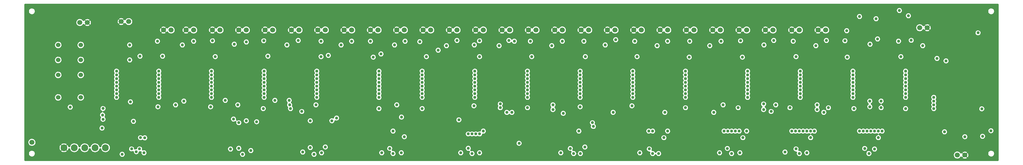
<source format=gbr>
G04 DipTrace 2.4.0.1*
%INInner2.gbr*%
%MOIN*%
%ADD15C,0.013*%
%ADD17C,0.025*%
%ADD23C,0.0669*%
%ADD26C,0.0906*%
%ADD29C,0.06*%
%ADD35C,0.04*%
%FSLAX44Y44*%
G04*
G70*
G90*
G75*
G01*
%LNInner2_Plane*%
%LPD*%
D35*
X10540Y11640D3*
X18440Y17940D3*
X129440Y7696D3*
X69565Y20440D3*
X70190Y6815D3*
X116690Y5440D3*
X33440Y5340D3*
X42940D3*
X53440Y5440D3*
X63940D3*
X77440D3*
X87940D3*
X98440D3*
X107440D3*
X26940Y20440D3*
X33940Y20340D3*
X40840Y20540D3*
X47940Y20440D3*
X55040D3*
X61940Y20540D3*
X68840D3*
X75940Y20440D3*
X83040Y20640D3*
X89940Y20440D3*
X97040D3*
X104040Y20540D3*
X111040D3*
X117840Y20740D3*
X113740Y21840D3*
X29315Y16440D3*
Y15940D3*
Y15440D3*
Y14940D3*
Y14440D3*
X22315Y16440D3*
Y15940D3*
Y15440D3*
Y14940D3*
Y14440D3*
Y13940D3*
Y13440D3*
Y12940D3*
X85315Y12440D3*
X29315Y13940D3*
Y13440D3*
Y12940D3*
X78315Y12440D3*
X71315D3*
X36315Y12940D3*
Y13440D3*
Y13940D3*
Y14440D3*
Y14940D3*
X16690Y16440D3*
Y15940D3*
Y15440D3*
Y14940D3*
Y14440D3*
Y13940D3*
Y13440D3*
Y12940D3*
X64315Y12440D3*
X36315Y15440D3*
Y15940D3*
Y16440D3*
X43315D3*
X32815Y11940D3*
X43315Y15940D3*
Y15440D3*
Y14940D3*
Y14440D3*
Y13940D3*
Y13440D3*
Y12940D3*
X57315Y12440D3*
X51565Y16440D3*
Y15940D3*
Y15440D3*
Y14940D3*
Y14440D3*
Y13940D3*
Y13440D3*
Y12940D3*
X50315Y12440D3*
X57315Y16440D3*
Y15940D3*
Y15440D3*
Y14940D3*
Y14440D3*
X43315Y12440D3*
X57315Y12940D3*
Y13440D3*
Y13940D3*
X36315Y12440D3*
X64315Y12940D3*
Y13440D3*
Y13940D3*
Y14440D3*
Y14940D3*
Y15440D3*
Y15940D3*
Y16440D3*
X29315Y12440D3*
X71315Y12940D3*
Y13440D3*
Y13940D3*
Y14440D3*
Y14940D3*
Y16440D3*
Y15940D3*
Y15440D3*
X22315Y12440D3*
X78315Y12940D3*
Y13940D3*
Y13440D3*
Y14440D3*
Y14940D3*
Y15440D3*
Y15940D3*
Y16440D3*
X16690Y12440D3*
X85315Y12940D3*
Y13440D3*
Y13940D3*
Y14440D3*
Y16440D3*
Y15940D3*
Y15440D3*
Y14940D3*
X92315Y12440D3*
Y12940D3*
Y13440D3*
Y13940D3*
Y14440D3*
Y14940D3*
Y16440D3*
Y15940D3*
Y15440D3*
X121565Y12440D3*
X100565Y12940D3*
Y13440D3*
Y13940D3*
Y15940D3*
Y15440D3*
Y14940D3*
Y14440D3*
Y16440D3*
X114565Y12440D3*
X107565Y12940D3*
Y13440D3*
Y13940D3*
Y14940D3*
Y14440D3*
Y16440D3*
Y15940D3*
Y15440D3*
X114565Y16440D3*
Y15940D3*
Y15440D3*
Y14940D3*
Y14440D3*
Y13940D3*
Y13440D3*
Y12940D3*
X106315Y12440D3*
X99315D3*
X121565Y12940D3*
Y13440D3*
Y13940D3*
Y14440D3*
Y14940D3*
Y15440D3*
Y15940D3*
Y16440D3*
X33940Y9815D3*
X54565Y10315D3*
X53940Y11940D3*
X45940Y10190D3*
X45315Y9815D3*
X42440D3*
X39690Y11940D3*
X39815Y11440D3*
X36190D3*
X41315Y11065D3*
X44440Y6315D3*
X29190Y11690D3*
X32940Y9565D3*
X22190Y11690D3*
X35315Y9690D3*
X43190Y11940D3*
X54940Y7690D3*
X53440Y8440D3*
X51565Y11440D3*
X57315D3*
X65440Y8440D3*
X64190Y11815D3*
X62190Y9940D3*
X63440Y8065D3*
X63940D3*
X64440D3*
X64940D3*
X67690Y12065D3*
Y11565D3*
X69240Y10940D3*
X68565D3*
X71315Y11565D3*
X74690Y11940D3*
Y11315D3*
X78940Y6315D3*
X76065Y10815D3*
X82690Y10940D3*
X80065Y9065D3*
X79940Y9565D3*
X78140Y8440D3*
X85190Y11815D3*
X89565Y10940D3*
X87940Y8440D3*
X87440D3*
X89440Y7565D3*
X89940Y8440D3*
X78315Y11690D3*
X97440Y8440D3*
X97940D3*
X98440D3*
X98940D3*
X99440D3*
X92315Y11565D3*
X100440Y8440D3*
X99940Y7565D3*
X115440Y8440D3*
X115940D3*
X102690Y12065D3*
Y11315D3*
X104315Y11940D3*
X103690Y11065D3*
X97315Y11940D3*
X96065Y10940D3*
X106440Y8440D3*
X106940D3*
X107440D3*
X107940D3*
X108440D3*
X108940D3*
X109440D3*
X108940Y7565D3*
X116440Y8440D3*
X116940D3*
X106190Y11565D3*
X109815Y11940D3*
Y11315D3*
X111315Y11565D3*
X110690Y10940D3*
X99315Y11565D3*
X117440Y8440D3*
X117940D3*
X118440D3*
X117940Y7565D3*
X118315Y12440D3*
X116815D3*
Y11690D3*
X118315Y11565D3*
X114690Y11440D3*
X121565D3*
X125315Y12940D3*
Y12440D3*
Y11940D3*
Y11440D3*
X15040Y16440D3*
X116790Y22340D3*
X119665Y24090D3*
X132915Y6615D3*
X126690Y7240D3*
X125565Y7115D3*
X17440Y8315D3*
X20440Y7540D3*
X31565Y8815D3*
X40940Y8940D3*
X51940Y8440D3*
X62440Y8140D3*
X75940Y8440D3*
X86440D3*
X96940D3*
X105940D3*
X114940D3*
X64440Y6340D3*
X33940Y7540D3*
X18540Y12340D3*
X18690Y6065D3*
X32940Y6140D3*
X42440Y6240D3*
X53003Y6127D3*
X63440Y6140D3*
X77003Y6127D3*
X87502Y6065D3*
X97878Y6127D3*
X107003Y6065D3*
X116128Y6127D3*
X19877Y7565D3*
X14890Y11465D3*
X14765Y8840D3*
X19315Y5690D3*
X14890Y10028D3*
X14827Y10590D3*
X19752Y6065D3*
X22815Y18440D3*
X29815Y18378D3*
X36815Y18440D3*
X43877Y18378D3*
X50815Y18315D3*
X57877Y18378D3*
X64940D3*
X71878D3*
X79003D3*
X85878D3*
X92815Y18315D3*
X99878D3*
X107003Y18378D3*
X113815Y18315D3*
X120940Y18378D3*
X22127Y20440D3*
X29440Y20502D3*
X36253D3*
X43877Y20440D3*
X50440D3*
X57003Y20377D3*
X64940Y20502D3*
X71690Y20440D3*
X78815D3*
X85565D3*
X92877D3*
X99627Y20502D3*
X106627Y20440D3*
X113503Y20502D3*
X120627Y20440D3*
X31840Y6040D3*
X34540Y5840D3*
X20340Y5540D3*
X41440Y5640D3*
X43940Y5540D3*
X51940D3*
X54540D3*
X62440D3*
X64940D3*
X75740D3*
X78340Y5440D3*
X86240Y5540D3*
X88740Y5440D3*
X96840Y5540D3*
X99540D3*
X105540Y5640D3*
X108440Y5540D3*
X130465Y18640D3*
X117440Y6040D3*
X17440Y5340D3*
X39640Y12540D3*
X32240Y10040D3*
X25640Y12440D3*
X18940Y9740D3*
X19740Y19440D3*
X26240Y20140D3*
X18440Y19940D3*
X25440D3*
X32340Y20040D3*
X33040D3*
X39340Y19940D3*
X40140Y20140D3*
X46540Y19940D3*
X47340Y20240D3*
X53640Y19940D3*
X54440Y20040D3*
X60540Y19840D3*
X61340Y20040D3*
X67540Y19840D3*
X68540Y20040D3*
X74540Y19840D3*
X75340Y19940D3*
X81640D3*
X82540Y20040D3*
X88540Y19840D3*
X89340Y20040D3*
X95540Y19840D3*
X96340Y20040D3*
X102740Y19940D3*
X103440D3*
X109640Y19840D3*
X110440Y20040D3*
X116840D3*
X117540D3*
X123840Y19840D3*
X124640Y20040D3*
X131790Y7740D3*
X132915Y8490D3*
X128315Y22315D3*
X126940Y17815D3*
X131190Y21565D3*
X122315Y20565D3*
X19815Y18440D3*
X24540Y11940D3*
X31140Y12540D3*
X37740D3*
X44840Y18540D3*
X51840Y18740D3*
X59440Y19240D3*
X64240Y19940D3*
X117640Y23440D3*
X120740Y24540D3*
X115440Y23740D3*
X121940Y23840D3*
X131690Y11415D3*
X126740Y8340D3*
X130490Y9615D3*
X125740Y18140D3*
X77940Y6240D3*
X4590Y25066D2*
D17*
X133792D1*
X4590Y24818D2*
X5058D1*
X5822D2*
X120343D1*
X121139D2*
X132558D1*
X133322D2*
X133792D1*
X4590Y24569D2*
X4913D1*
X5967D2*
X120253D1*
X121229D2*
X132413D1*
X133467D2*
X133792D1*
X4590Y24320D2*
X4909D1*
X5971D2*
X120304D1*
X121174D2*
X132409D1*
X133471D2*
X133792D1*
X4590Y24072D2*
X5050D1*
X5830D2*
X115089D1*
X115791D2*
X121511D1*
X122369D2*
X132550D1*
X133330D2*
X133792D1*
X4590Y23823D2*
X114956D1*
X115924D2*
X117351D1*
X117928D2*
X121452D1*
X122428D2*
X133792D1*
X4590Y23574D2*
X16972D1*
X17658D2*
X17972D1*
X18658D2*
X114979D1*
X115901D2*
X117171D1*
X118111D2*
X121534D1*
X122346D2*
X133792D1*
X4590Y23325D2*
X11331D1*
X13299D2*
X16749D1*
X18881D2*
X115206D1*
X115674D2*
X117163D1*
X118115D2*
X133792D1*
X4590Y23077D2*
X11206D1*
X13424D2*
X16690D1*
X18940D2*
X117323D1*
X117955D2*
X133792D1*
X4590Y22828D2*
X11202D1*
X13428D2*
X16741D1*
X18889D2*
X123300D1*
X123579D2*
X124300D1*
X124579D2*
X133792D1*
X4590Y22579D2*
X11311D1*
X13319D2*
X16936D1*
X17694D2*
X17936D1*
X18694D2*
X122921D1*
X124959D2*
X133792D1*
X4590Y22331D2*
X22460D1*
X24420D2*
X25460D1*
X27420D2*
X28960D1*
X30920D2*
X32460D1*
X34420D2*
X35960D1*
X37920D2*
X39460D1*
X41420D2*
X42960D1*
X44920D2*
X46460D1*
X48420D2*
X49960D1*
X51920D2*
X53460D1*
X55420D2*
X56960D1*
X58920D2*
X60460D1*
X62420D2*
X63960D1*
X65920D2*
X67460D1*
X69420D2*
X70960D1*
X72920D2*
X74460D1*
X76420D2*
X77960D1*
X79920D2*
X81460D1*
X83420D2*
X84960D1*
X86920D2*
X88460D1*
X90420D2*
X91960D1*
X93920D2*
X95460D1*
X97420D2*
X98960D1*
X100920D2*
X102460D1*
X104420D2*
X105960D1*
X107920D2*
X109460D1*
X111420D2*
X122823D1*
X125057D2*
X133792D1*
X4590Y22082D2*
X22331D1*
X24549D2*
X25331D1*
X27549D2*
X28831D1*
X31049D2*
X32331D1*
X34549D2*
X35831D1*
X38049D2*
X39331D1*
X41549D2*
X42831D1*
X45049D2*
X46331D1*
X48549D2*
X49831D1*
X52049D2*
X53331D1*
X55549D2*
X56831D1*
X59049D2*
X60331D1*
X62549D2*
X63831D1*
X66049D2*
X67331D1*
X69549D2*
X70831D1*
X73049D2*
X74331D1*
X76549D2*
X77831D1*
X80049D2*
X81331D1*
X83549D2*
X84831D1*
X87049D2*
X88331D1*
X90549D2*
X91831D1*
X94049D2*
X95331D1*
X97549D2*
X98831D1*
X101049D2*
X102331D1*
X104549D2*
X105831D1*
X108049D2*
X109331D1*
X111549D2*
X113319D1*
X114162D2*
X122835D1*
X125045D2*
X133792D1*
X4590Y21833D2*
X22323D1*
X24557D2*
X25323D1*
X27557D2*
X28823D1*
X31057D2*
X32323D1*
X34557D2*
X35823D1*
X38057D2*
X39323D1*
X41557D2*
X42823D1*
X45057D2*
X46323D1*
X48557D2*
X49823D1*
X52057D2*
X53323D1*
X55557D2*
X56823D1*
X59057D2*
X60323D1*
X62557D2*
X63823D1*
X66057D2*
X67323D1*
X69557D2*
X70823D1*
X73057D2*
X74323D1*
X76557D2*
X77823D1*
X80057D2*
X81323D1*
X83557D2*
X84823D1*
X87057D2*
X88323D1*
X90557D2*
X91823D1*
X94057D2*
X95323D1*
X97557D2*
X98823D1*
X101057D2*
X102323D1*
X104557D2*
X105823D1*
X108057D2*
X109323D1*
X111557D2*
X113249D1*
X114229D2*
X122976D1*
X124904D2*
X130784D1*
X131596D2*
X133792D1*
X4590Y21585D2*
X22433D1*
X24447D2*
X25433D1*
X27447D2*
X28933D1*
X30947D2*
X32433D1*
X34447D2*
X35933D1*
X37947D2*
X39433D1*
X41447D2*
X42933D1*
X44947D2*
X46433D1*
X48447D2*
X49933D1*
X51947D2*
X53433D1*
X55447D2*
X56933D1*
X58947D2*
X60433D1*
X62447D2*
X63933D1*
X65947D2*
X67433D1*
X69447D2*
X70933D1*
X72947D2*
X74433D1*
X76447D2*
X77933D1*
X79947D2*
X81433D1*
X83447D2*
X84933D1*
X86947D2*
X88433D1*
X90447D2*
X91933D1*
X93947D2*
X95433D1*
X97447D2*
X98933D1*
X100947D2*
X102433D1*
X104447D2*
X105933D1*
X107947D2*
X109433D1*
X111447D2*
X113327D1*
X114154D2*
X130702D1*
X131678D2*
X133792D1*
X4590Y21336D2*
X130761D1*
X131619D2*
X133792D1*
X4590Y21087D2*
X82890D1*
X83190D2*
X117507D1*
X118174D2*
X133792D1*
X4590Y20839D2*
X21862D1*
X22393D2*
X26675D1*
X27205D2*
X29093D1*
X29787D2*
X35905D1*
X36600D2*
X40460D1*
X41221D2*
X43612D1*
X44143D2*
X47675D1*
X48205D2*
X50175D1*
X50705D2*
X54776D1*
X55303D2*
X61558D1*
X62322D2*
X64593D1*
X65287D2*
X68460D1*
X69221D2*
X69304D1*
X69830D2*
X71425D1*
X71955D2*
X75675D1*
X76205D2*
X78550D1*
X79080D2*
X82597D1*
X83486D2*
X85300D1*
X85830D2*
X89675D1*
X90205D2*
X92612D1*
X93143D2*
X96776D1*
X97303D2*
X99280D1*
X99975D2*
X103659D1*
X104420D2*
X106362D1*
X106893D2*
X110659D1*
X111420D2*
X113155D1*
X113850D2*
X117362D1*
X118319D2*
X120362D1*
X120893D2*
X121913D1*
X122717D2*
X133792D1*
X4590Y20590D2*
X21663D1*
X22592D2*
X26476D1*
X27404D2*
X28960D1*
X29920D2*
X33522D1*
X34358D2*
X35772D1*
X36733D2*
X40354D1*
X41326D2*
X43413D1*
X44342D2*
X47476D1*
X48404D2*
X49976D1*
X50904D2*
X54573D1*
X55506D2*
X56565D1*
X57440D2*
X61452D1*
X62428D2*
X64460D1*
X65420D2*
X68354D1*
X70029D2*
X71226D1*
X72154D2*
X75476D1*
X76404D2*
X78351D1*
X79279D2*
X82554D1*
X83526D2*
X85101D1*
X86029D2*
X89476D1*
X90404D2*
X92413D1*
X93342D2*
X96573D1*
X97506D2*
X99147D1*
X100108D2*
X103554D1*
X104526D2*
X106163D1*
X107092D2*
X110554D1*
X111526D2*
X113022D1*
X113983D2*
X117374D1*
X118307D2*
X120163D1*
X121092D2*
X121827D1*
X122803D2*
X133792D1*
X4590Y20341D2*
X8519D1*
X9361D2*
X11519D1*
X12361D2*
X18179D1*
X18701D2*
X21647D1*
X22608D2*
X25179D1*
X25701D2*
X26460D1*
X27420D2*
X28979D1*
X29901D2*
X31960D1*
X32721D2*
X33448D1*
X34432D2*
X35792D1*
X36713D2*
X39081D1*
X39600D2*
X40394D1*
X41283D2*
X43397D1*
X44358D2*
X46280D1*
X46799D2*
X47460D1*
X48420D2*
X49960D1*
X50920D2*
X53382D1*
X53901D2*
X54561D1*
X55518D2*
X56515D1*
X57490D2*
X61495D1*
X62385D2*
X63979D1*
X65401D2*
X68394D1*
X70045D2*
X71210D1*
X72170D2*
X75460D1*
X76420D2*
X78335D1*
X79295D2*
X81382D1*
X81901D2*
X82659D1*
X83420D2*
X85085D1*
X86045D2*
X89460D1*
X90420D2*
X92397D1*
X93358D2*
X96561D1*
X97518D2*
X99167D1*
X100088D2*
X102479D1*
X102998D2*
X103597D1*
X104486D2*
X106147D1*
X107108D2*
X110597D1*
X111486D2*
X113042D1*
X113963D2*
X116460D1*
X117221D2*
X117577D1*
X118104D2*
X120147D1*
X121108D2*
X121882D1*
X122748D2*
X133792D1*
X4590Y20093D2*
X8370D1*
X9510D2*
X11370D1*
X12510D2*
X17976D1*
X18904D2*
X21792D1*
X22463D2*
X24976D1*
X25904D2*
X26604D1*
X27276D2*
X29194D1*
X29686D2*
X31854D1*
X32826D2*
X33522D1*
X34358D2*
X36007D1*
X36498D2*
X38874D1*
X39803D2*
X40690D1*
X40990D2*
X43542D1*
X44213D2*
X46077D1*
X47006D2*
X47604D1*
X48276D2*
X50104D1*
X50776D2*
X53175D1*
X54104D2*
X54706D1*
X55373D2*
X56608D1*
X57397D2*
X60124D1*
X60955D2*
X61788D1*
X62092D2*
X63776D1*
X65186D2*
X67124D1*
X67955D2*
X68690D1*
X68990D2*
X69229D1*
X69901D2*
X71354D1*
X72026D2*
X74124D1*
X74955D2*
X75604D1*
X76276D2*
X78479D1*
X79151D2*
X81175D1*
X82104D2*
X85229D1*
X85901D2*
X88124D1*
X88955D2*
X89604D1*
X90276D2*
X92542D1*
X93213D2*
X95124D1*
X95955D2*
X96706D1*
X97373D2*
X99382D1*
X99873D2*
X102276D1*
X103205D2*
X103890D1*
X104190D2*
X106292D1*
X106963D2*
X109226D1*
X110057D2*
X110890D1*
X111190D2*
X113257D1*
X113748D2*
X116354D1*
X117326D2*
X120292D1*
X120963D2*
X123425D1*
X124256D2*
X133792D1*
X4590Y19844D2*
X8358D1*
X9522D2*
X11358D1*
X12522D2*
X17960D1*
X18920D2*
X24960D1*
X25920D2*
X31894D1*
X32787D2*
X38858D1*
X39819D2*
X46061D1*
X47022D2*
X53159D1*
X54119D2*
X60050D1*
X61029D2*
X63761D1*
X64721D2*
X67050D1*
X68029D2*
X74050D1*
X75029D2*
X81159D1*
X82119D2*
X88050D1*
X89029D2*
X95050D1*
X96029D2*
X102261D1*
X103221D2*
X109151D1*
X110131D2*
X116394D1*
X117287D2*
X123351D1*
X124330D2*
X133792D1*
X4590Y19595D2*
X8468D1*
X9412D2*
X11468D1*
X12412D2*
X18104D1*
X18776D2*
X25104D1*
X25776D2*
X32179D1*
X32498D2*
X39003D1*
X39678D2*
X46202D1*
X46877D2*
X53304D1*
X53979D2*
X59116D1*
X59764D2*
X60120D1*
X60959D2*
X63901D1*
X64576D2*
X67120D1*
X67959D2*
X74120D1*
X74959D2*
X81304D1*
X81979D2*
X88120D1*
X88959D2*
X95120D1*
X95959D2*
X102401D1*
X103076D2*
X109222D1*
X110061D2*
X116679D1*
X116998D2*
X123421D1*
X124260D2*
X133792D1*
X4590Y19346D2*
X58964D1*
X59916D2*
X133792D1*
X4590Y19098D2*
X51519D1*
X52162D2*
X58972D1*
X59908D2*
X133792D1*
X4590Y18849D2*
X19569D1*
X20061D2*
X22569D1*
X23061D2*
X36569D1*
X37061D2*
X44468D1*
X45213D2*
X51362D1*
X52319D2*
X59163D1*
X59717D2*
X133792D1*
X4590Y18600D2*
X19354D1*
X20276D2*
X22354D1*
X23276D2*
X29382D1*
X30248D2*
X36354D1*
X37276D2*
X43444D1*
X45326D2*
X50425D1*
X51205D2*
X51370D1*
X52307D2*
X57444D1*
X58311D2*
X64507D1*
X65373D2*
X71444D1*
X72311D2*
X78569D1*
X79436D2*
X85444D1*
X86311D2*
X92425D1*
X93205D2*
X99487D1*
X100268D2*
X106569D1*
X107436D2*
X113425D1*
X114205D2*
X120507D1*
X121373D2*
X125651D1*
X125829D2*
X133792D1*
X4590Y18352D2*
X8530D1*
X9350D2*
X11530D1*
X12350D2*
X18198D1*
X18682D2*
X19335D1*
X20295D2*
X22335D1*
X23295D2*
X29327D1*
X30303D2*
X36335D1*
X37295D2*
X43390D1*
X45291D2*
X50327D1*
X51303D2*
X51558D1*
X52119D2*
X57390D1*
X58365D2*
X64452D1*
X65428D2*
X71390D1*
X72365D2*
X78515D1*
X79490D2*
X85390D1*
X86365D2*
X92327D1*
X93303D2*
X99390D1*
X100365D2*
X106515D1*
X107490D2*
X113327D1*
X114303D2*
X120452D1*
X121428D2*
X125300D1*
X126178D2*
X133792D1*
X4590Y18103D2*
X8374D1*
X9506D2*
X11374D1*
X12506D2*
X17979D1*
X18901D2*
X19472D1*
X20158D2*
X22472D1*
X23158D2*
X29413D1*
X30217D2*
X36472D1*
X37158D2*
X43476D1*
X44279D2*
X44655D1*
X45026D2*
X50378D1*
X51252D2*
X57476D1*
X58279D2*
X64538D1*
X65342D2*
X71476D1*
X72279D2*
X78601D1*
X79404D2*
X85476D1*
X86279D2*
X92378D1*
X93252D2*
X99440D1*
X100315D2*
X106601D1*
X107404D2*
X113378D1*
X114252D2*
X120538D1*
X121342D2*
X125253D1*
X126229D2*
X126550D1*
X127330D2*
X133792D1*
X4590Y17854D2*
X8358D1*
X9522D2*
X11358D1*
X12522D2*
X17960D1*
X18920D2*
X50726D1*
X50903D2*
X92726D1*
X92903D2*
X99788D1*
X99967D2*
X113726D1*
X113903D2*
X125347D1*
X126131D2*
X126452D1*
X127428D2*
X133792D1*
X4590Y17606D2*
X8460D1*
X9420D2*
X11460D1*
X12420D2*
X18093D1*
X18787D2*
X126499D1*
X127381D2*
X133792D1*
X4590Y17357D2*
X126835D1*
X127042D2*
X133792D1*
X4590Y17108D2*
X133792D1*
X4590Y16860D2*
X16464D1*
X16916D2*
X22089D1*
X22541D2*
X29089D1*
X29541D2*
X36089D1*
X36541D2*
X43089D1*
X43541D2*
X51339D1*
X51791D2*
X57089D1*
X57541D2*
X64089D1*
X64541D2*
X71089D1*
X71541D2*
X78089D1*
X78541D2*
X85089D1*
X85541D2*
X92089D1*
X92541D2*
X100339D1*
X100791D2*
X107339D1*
X107791D2*
X114339D1*
X114791D2*
X121339D1*
X121791D2*
X133792D1*
X4590Y16611D2*
X16233D1*
X17147D2*
X21858D1*
X22772D2*
X28858D1*
X29772D2*
X35858D1*
X36772D2*
X42858D1*
X43772D2*
X51108D1*
X52022D2*
X56858D1*
X57772D2*
X63858D1*
X64772D2*
X70858D1*
X71772D2*
X77858D1*
X78772D2*
X84858D1*
X85772D2*
X91858D1*
X92772D2*
X100108D1*
X101022D2*
X107108D1*
X108022D2*
X114108D1*
X115022D2*
X121108D1*
X122022D2*
X133792D1*
X4590Y16362D2*
X8538D1*
X9342D2*
X11538D1*
X12342D2*
X16206D1*
X17174D2*
X21831D1*
X22799D2*
X28831D1*
X29799D2*
X35831D1*
X36799D2*
X42831D1*
X43799D2*
X51081D1*
X52049D2*
X56831D1*
X57799D2*
X63831D1*
X64799D2*
X70831D1*
X71799D2*
X77831D1*
X78799D2*
X84831D1*
X85799D2*
X91831D1*
X92799D2*
X100081D1*
X101049D2*
X107081D1*
X108049D2*
X114081D1*
X115049D2*
X121081D1*
X122049D2*
X133792D1*
X4590Y16114D2*
X8378D1*
X9502D2*
X11378D1*
X12502D2*
X16233D1*
X17147D2*
X21858D1*
X22772D2*
X28858D1*
X29772D2*
X35858D1*
X36772D2*
X42858D1*
X43772D2*
X51108D1*
X52022D2*
X56858D1*
X57772D2*
X63858D1*
X64772D2*
X70858D1*
X71772D2*
X77858D1*
X78772D2*
X84858D1*
X85772D2*
X91858D1*
X92772D2*
X100108D1*
X101022D2*
X107108D1*
X108022D2*
X114108D1*
X115022D2*
X121108D1*
X122022D2*
X133792D1*
X4590Y15865D2*
X8354D1*
X9526D2*
X11354D1*
X12526D2*
X16206D1*
X17174D2*
X21831D1*
X22799D2*
X28831D1*
X29799D2*
X35831D1*
X36799D2*
X42831D1*
X43799D2*
X51081D1*
X52049D2*
X56831D1*
X57799D2*
X63831D1*
X64799D2*
X70831D1*
X71799D2*
X77831D1*
X78799D2*
X84831D1*
X85799D2*
X91831D1*
X92799D2*
X100081D1*
X101049D2*
X107081D1*
X108049D2*
X114081D1*
X115049D2*
X121081D1*
X122049D2*
X133792D1*
X4590Y15616D2*
X8452D1*
X9428D2*
X11452D1*
X12428D2*
X16233D1*
X17147D2*
X21858D1*
X22772D2*
X28858D1*
X29772D2*
X35858D1*
X36772D2*
X42858D1*
X43772D2*
X51108D1*
X52022D2*
X56858D1*
X57772D2*
X63858D1*
X64772D2*
X70858D1*
X71772D2*
X77858D1*
X78772D2*
X84858D1*
X85772D2*
X91858D1*
X92772D2*
X100108D1*
X101022D2*
X107108D1*
X108022D2*
X114108D1*
X115022D2*
X121108D1*
X122022D2*
X133792D1*
X4590Y15367D2*
X16206D1*
X17174D2*
X21831D1*
X22799D2*
X28831D1*
X29799D2*
X35831D1*
X36799D2*
X42831D1*
X43799D2*
X51081D1*
X52049D2*
X56831D1*
X57799D2*
X63831D1*
X64799D2*
X70831D1*
X71799D2*
X77831D1*
X78799D2*
X84831D1*
X85799D2*
X91831D1*
X92799D2*
X100081D1*
X101049D2*
X107081D1*
X108049D2*
X114081D1*
X115049D2*
X121081D1*
X122049D2*
X133792D1*
X4590Y15119D2*
X16237D1*
X17143D2*
X21862D1*
X22768D2*
X28862D1*
X29768D2*
X35862D1*
X36768D2*
X42862D1*
X43768D2*
X51112D1*
X52018D2*
X56862D1*
X57768D2*
X63862D1*
X64768D2*
X70862D1*
X71768D2*
X77862D1*
X78768D2*
X84862D1*
X85768D2*
X91862D1*
X92768D2*
X100112D1*
X101018D2*
X107112D1*
X108018D2*
X114112D1*
X115018D2*
X121112D1*
X122018D2*
X133792D1*
X4590Y14870D2*
X16206D1*
X17174D2*
X21831D1*
X22799D2*
X28831D1*
X29799D2*
X35831D1*
X36799D2*
X42831D1*
X43799D2*
X51081D1*
X52049D2*
X56831D1*
X57799D2*
X63831D1*
X64799D2*
X70831D1*
X71799D2*
X77831D1*
X78799D2*
X84831D1*
X85799D2*
X91831D1*
X92799D2*
X100081D1*
X101049D2*
X107081D1*
X108049D2*
X114081D1*
X115049D2*
X121081D1*
X122049D2*
X133792D1*
X4590Y14621D2*
X16237D1*
X17143D2*
X21862D1*
X22768D2*
X28862D1*
X29768D2*
X35862D1*
X36768D2*
X42862D1*
X43768D2*
X51112D1*
X52018D2*
X56862D1*
X57768D2*
X63862D1*
X64768D2*
X70862D1*
X71768D2*
X77862D1*
X78768D2*
X84862D1*
X85768D2*
X91862D1*
X92768D2*
X100112D1*
X101018D2*
X107112D1*
X108018D2*
X114112D1*
X115018D2*
X121112D1*
X122018D2*
X133792D1*
X4590Y14373D2*
X16206D1*
X17174D2*
X21831D1*
X22799D2*
X28831D1*
X29799D2*
X35831D1*
X36799D2*
X42831D1*
X43799D2*
X51081D1*
X52049D2*
X56831D1*
X57799D2*
X63831D1*
X64799D2*
X70831D1*
X71799D2*
X77831D1*
X78799D2*
X84831D1*
X85799D2*
X91831D1*
X92799D2*
X100081D1*
X101049D2*
X107081D1*
X108049D2*
X114081D1*
X115049D2*
X121081D1*
X122049D2*
X133792D1*
X4590Y14124D2*
X16237D1*
X17143D2*
X21862D1*
X22768D2*
X28862D1*
X29768D2*
X35862D1*
X36768D2*
X42862D1*
X43768D2*
X51112D1*
X52018D2*
X56862D1*
X57768D2*
X63862D1*
X64768D2*
X70862D1*
X71768D2*
X77862D1*
X78768D2*
X84862D1*
X85768D2*
X91862D1*
X92768D2*
X100112D1*
X101018D2*
X107112D1*
X108018D2*
X114112D1*
X115018D2*
X121112D1*
X122018D2*
X133792D1*
X4590Y13875D2*
X16206D1*
X17174D2*
X21831D1*
X22799D2*
X28831D1*
X29799D2*
X35831D1*
X36799D2*
X42831D1*
X43799D2*
X51081D1*
X52049D2*
X56831D1*
X57799D2*
X63831D1*
X64799D2*
X70831D1*
X71799D2*
X77831D1*
X78799D2*
X84831D1*
X85799D2*
X91831D1*
X92799D2*
X100081D1*
X101049D2*
X107081D1*
X108049D2*
X114081D1*
X115049D2*
X121081D1*
X122049D2*
X133792D1*
X4590Y13627D2*
X16241D1*
X17139D2*
X21866D1*
X22764D2*
X28866D1*
X29764D2*
X35866D1*
X36764D2*
X42866D1*
X43764D2*
X51116D1*
X52014D2*
X56866D1*
X57764D2*
X63866D1*
X64764D2*
X70866D1*
X71764D2*
X77866D1*
X78764D2*
X84866D1*
X85764D2*
X91866D1*
X92764D2*
X100116D1*
X101014D2*
X107116D1*
X108014D2*
X114116D1*
X115014D2*
X121116D1*
X122014D2*
X133792D1*
X4590Y13378D2*
X8558D1*
X9322D2*
X11558D1*
X12322D2*
X16206D1*
X17174D2*
X21831D1*
X22799D2*
X28831D1*
X29799D2*
X35831D1*
X36799D2*
X42831D1*
X43799D2*
X51081D1*
X52049D2*
X56831D1*
X57799D2*
X63831D1*
X64799D2*
X70831D1*
X71799D2*
X77831D1*
X78799D2*
X84831D1*
X85799D2*
X91831D1*
X92799D2*
X100081D1*
X101049D2*
X107081D1*
X108049D2*
X114081D1*
X115049D2*
X121081D1*
X122049D2*
X125136D1*
X125494D2*
X133792D1*
X4590Y13129D2*
X8382D1*
X9498D2*
X11382D1*
X12498D2*
X16241D1*
X17139D2*
X21866D1*
X22764D2*
X28866D1*
X29764D2*
X35866D1*
X36764D2*
X42866D1*
X43764D2*
X51116D1*
X52014D2*
X56866D1*
X57764D2*
X63866D1*
X64764D2*
X70866D1*
X71764D2*
X77866D1*
X78764D2*
X84866D1*
X85764D2*
X91866D1*
X92764D2*
X100116D1*
X101014D2*
X107116D1*
X108014D2*
X114116D1*
X115014D2*
X121116D1*
X122014D2*
X124866D1*
X125764D2*
X133792D1*
X4590Y12881D2*
X8354D1*
X9526D2*
X11354D1*
X12526D2*
X16202D1*
X17178D2*
X21827D1*
X22803D2*
X25468D1*
X25815D2*
X28827D1*
X29803D2*
X30800D1*
X31483D2*
X35827D1*
X36803D2*
X37397D1*
X38080D2*
X39300D1*
X39983D2*
X42827D1*
X43803D2*
X51077D1*
X52053D2*
X56827D1*
X57803D2*
X63827D1*
X64803D2*
X70827D1*
X71803D2*
X77827D1*
X78803D2*
X84827D1*
X85803D2*
X91827D1*
X92803D2*
X100077D1*
X101053D2*
X107077D1*
X108053D2*
X114077D1*
X115053D2*
X116644D1*
X116986D2*
X118144D1*
X118486D2*
X121077D1*
X122053D2*
X124827D1*
X125803D2*
X133792D1*
X4590Y12632D2*
X8440D1*
X9440D2*
X11440D1*
X12440D2*
X16315D1*
X17065D2*
X18151D1*
X18928D2*
X21940D1*
X22690D2*
X25190D1*
X26088D2*
X28940D1*
X29690D2*
X30659D1*
X31619D2*
X35940D1*
X36690D2*
X37261D1*
X38221D2*
X39159D1*
X40119D2*
X42940D1*
X43690D2*
X51190D1*
X51940D2*
X56940D1*
X57690D2*
X63940D1*
X64690D2*
X70940D1*
X71690D2*
X77940D1*
X78690D2*
X84940D1*
X85690D2*
X91940D1*
X92690D2*
X100190D1*
X100940D2*
X107190D1*
X107940D2*
X114190D1*
X114940D2*
X116366D1*
X117264D2*
X117866D1*
X118764D2*
X121190D1*
X121940D2*
X124866D1*
X125764D2*
X133792D1*
X4590Y12383D2*
X8819D1*
X9059D2*
X11819D1*
X12059D2*
X18054D1*
X19029D2*
X24374D1*
X24705D2*
X25155D1*
X26127D2*
X30679D1*
X31604D2*
X32651D1*
X32979D2*
X37276D1*
X38201D2*
X39179D1*
X40104D2*
X43026D1*
X43354D2*
X53776D1*
X54104D2*
X67327D1*
X68053D2*
X74526D1*
X74854D2*
X97151D1*
X97479D2*
X102327D1*
X103053D2*
X104151D1*
X104479D2*
X109651D1*
X109979D2*
X116327D1*
X117303D2*
X117827D1*
X118803D2*
X124827D1*
X125803D2*
X133792D1*
X4590Y12135D2*
X18097D1*
X18983D2*
X22030D1*
X22350D2*
X24093D1*
X24986D2*
X25265D1*
X26014D2*
X29030D1*
X29350D2*
X30886D1*
X31393D2*
X32366D1*
X33264D2*
X37487D1*
X37994D2*
X39241D1*
X40139D2*
X42741D1*
X43639D2*
X53491D1*
X54389D2*
X63827D1*
X64553D2*
X67206D1*
X68174D2*
X74241D1*
X75139D2*
X78155D1*
X78475D2*
X84827D1*
X85553D2*
X96866D1*
X97764D2*
X102206D1*
X103174D2*
X103866D1*
X104764D2*
X109366D1*
X110264D2*
X116440D1*
X117190D2*
X117940D1*
X118690D2*
X124866D1*
X125764D2*
X133792D1*
X4590Y11886D2*
X10120D1*
X10959D2*
X14667D1*
X15111D2*
X18417D1*
X18665D2*
X21745D1*
X22635D2*
X24054D1*
X25026D2*
X28745D1*
X29635D2*
X32327D1*
X33303D2*
X36034D1*
X36346D2*
X39202D1*
X40178D2*
X42702D1*
X43678D2*
X51409D1*
X51721D2*
X53452D1*
X54428D2*
X57159D1*
X57471D2*
X63706D1*
X64674D2*
X67237D1*
X68143D2*
X70952D1*
X71678D2*
X74202D1*
X75178D2*
X77870D1*
X78760D2*
X84706D1*
X85674D2*
X91952D1*
X92678D2*
X96827D1*
X97803D2*
X98952D1*
X99678D2*
X102237D1*
X103143D2*
X103827D1*
X104803D2*
X105827D1*
X106553D2*
X109327D1*
X110303D2*
X110952D1*
X111678D2*
X114534D1*
X114846D2*
X116370D1*
X117260D2*
X117952D1*
X118678D2*
X121409D1*
X121721D2*
X124827D1*
X125803D2*
X133792D1*
X4590Y11637D2*
X10050D1*
X11029D2*
X14433D1*
X15346D2*
X21702D1*
X22678D2*
X24163D1*
X24916D2*
X28702D1*
X29678D2*
X32436D1*
X33194D2*
X35745D1*
X36635D2*
X39311D1*
X40260D2*
X42811D1*
X43569D2*
X51120D1*
X52010D2*
X53561D1*
X54319D2*
X56870D1*
X57760D2*
X63737D1*
X64643D2*
X67206D1*
X68174D2*
X70831D1*
X71799D2*
X74311D1*
X75069D2*
X77827D1*
X78803D2*
X84737D1*
X85643D2*
X91831D1*
X92799D2*
X96936D1*
X97694D2*
X98831D1*
X99799D2*
X102331D1*
X103049D2*
X103936D1*
X104694D2*
X105706D1*
X106674D2*
X109436D1*
X110194D2*
X110831D1*
X111799D2*
X114245D1*
X115135D2*
X116327D1*
X117303D2*
X117831D1*
X118799D2*
X121120D1*
X122010D2*
X124870D1*
X125760D2*
X131257D1*
X132123D2*
X133792D1*
X4590Y11388D2*
X10124D1*
X10955D2*
X14405D1*
X15373D2*
X21811D1*
X22569D2*
X28811D1*
X29569D2*
X35702D1*
X36678D2*
X39327D1*
X40303D2*
X40956D1*
X41674D2*
X51077D1*
X52053D2*
X56827D1*
X57803D2*
X63979D1*
X64401D2*
X67233D1*
X68147D2*
X68417D1*
X68711D2*
X69093D1*
X69389D2*
X70858D1*
X71772D2*
X74206D1*
X75174D2*
X77936D1*
X78694D2*
X82542D1*
X82836D2*
X84979D1*
X85401D2*
X89417D1*
X89711D2*
X91858D1*
X92772D2*
X95917D1*
X96211D2*
X98858D1*
X99772D2*
X102206D1*
X103174D2*
X103331D1*
X104049D2*
X105733D1*
X106647D2*
X109331D1*
X110299D2*
X110542D1*
X111772D2*
X114202D1*
X115178D2*
X116436D1*
X117194D2*
X117858D1*
X118772D2*
X121077D1*
X122053D2*
X124827D1*
X125803D2*
X131202D1*
X132178D2*
X133792D1*
X4590Y11140D2*
X14534D1*
X15248D2*
X35811D1*
X36569D2*
X39436D1*
X40194D2*
X40831D1*
X41799D2*
X51186D1*
X51944D2*
X56936D1*
X57694D2*
X67476D1*
X67904D2*
X68120D1*
X69686D2*
X71101D1*
X71529D2*
X74233D1*
X75147D2*
X75706D1*
X76424D2*
X82245D1*
X83135D2*
X89120D1*
X90010D2*
X92101D1*
X92529D2*
X95620D1*
X96510D2*
X99101D1*
X99529D2*
X102233D1*
X104174D2*
X105976D1*
X106404D2*
X109358D1*
X111529D2*
X114311D1*
X115069D2*
X118101D1*
X118529D2*
X121186D1*
X121944D2*
X124936D1*
X125694D2*
X131292D1*
X132088D2*
X133792D1*
X4590Y10891D2*
X14448D1*
X15205D2*
X40858D1*
X41772D2*
X68077D1*
X69729D2*
X74476D1*
X74904D2*
X75581D1*
X76549D2*
X82202D1*
X83178D2*
X89077D1*
X90053D2*
X95577D1*
X96553D2*
X102476D1*
X102904D2*
X103233D1*
X104147D2*
X109601D1*
X110029D2*
X110202D1*
X111178D2*
X133792D1*
X4590Y10642D2*
X14339D1*
X15315D2*
X41097D1*
X41533D2*
X45808D1*
X46072D2*
X54210D1*
X54920D2*
X68183D1*
X69623D2*
X75608D1*
X76522D2*
X82308D1*
X83072D2*
X89183D1*
X89947D2*
X95683D1*
X96447D2*
X103472D1*
X103908D2*
X110308D1*
X111072D2*
X133792D1*
X4590Y10394D2*
X14382D1*
X15276D2*
X31913D1*
X32569D2*
X45499D1*
X46381D2*
X54081D1*
X55049D2*
X62065D1*
X62315D2*
X75843D1*
X76287D2*
X133792D1*
X4590Y10145D2*
X14417D1*
X15365D2*
X18686D1*
X19194D2*
X31761D1*
X32717D2*
X33589D1*
X34291D2*
X35194D1*
X35434D2*
X42089D1*
X42791D2*
X44964D1*
X46428D2*
X54108D1*
X55022D2*
X61749D1*
X62631D2*
X133792D1*
X4590Y9896D2*
X14421D1*
X15361D2*
X18476D1*
X19404D2*
X31772D1*
X33291D2*
X33456D1*
X34424D2*
X34874D1*
X35756D2*
X41956D1*
X42924D2*
X44831D1*
X46326D2*
X54339D1*
X54791D2*
X61702D1*
X62678D2*
X79589D1*
X80291D2*
X133792D1*
X4590Y9648D2*
X14597D1*
X15182D2*
X18460D1*
X19420D2*
X31964D1*
X34401D2*
X34827D1*
X35803D2*
X41979D1*
X42901D2*
X44854D1*
X45776D2*
X61804D1*
X62576D2*
X79456D1*
X80424D2*
X133792D1*
X4590Y9399D2*
X18601D1*
X19279D2*
X32479D1*
X33401D2*
X33706D1*
X34174D2*
X34929D1*
X35701D2*
X42206D1*
X42674D2*
X45081D1*
X45549D2*
X79479D1*
X80412D2*
X133792D1*
X4590Y9150D2*
X14394D1*
X15135D2*
X32706D1*
X33174D2*
X79585D1*
X80545D2*
X133792D1*
X4590Y8902D2*
X14280D1*
X15252D2*
X53358D1*
X53519D2*
X65358D1*
X65519D2*
X78061D1*
X78222D2*
X79604D1*
X80526D2*
X87358D1*
X87519D2*
X87858D1*
X88019D2*
X89858D1*
X90019D2*
X97358D1*
X97519D2*
X97858D1*
X98019D2*
X98358D1*
X98519D2*
X98858D1*
X99019D2*
X99358D1*
X99519D2*
X100358D1*
X100519D2*
X106358D1*
X106519D2*
X106858D1*
X107019D2*
X107358D1*
X107519D2*
X107858D1*
X108019D2*
X108358D1*
X108519D2*
X108858D1*
X109019D2*
X109358D1*
X109519D2*
X115358D1*
X115519D2*
X115858D1*
X116019D2*
X116358D1*
X116519D2*
X116858D1*
X117019D2*
X117358D1*
X117519D2*
X117858D1*
X118019D2*
X118358D1*
X118519D2*
X132675D1*
X133154D2*
X133792D1*
X4590Y8653D2*
X14315D1*
X15217D2*
X53003D1*
X53877D2*
X65003D1*
X65877D2*
X77702D1*
X78576D2*
X79823D1*
X80307D2*
X87003D1*
X88377D2*
X89503D1*
X90377D2*
X97003D1*
X99877D2*
X100003D1*
X100877D2*
X106003D1*
X109877D2*
X115003D1*
X118877D2*
X126370D1*
X127108D2*
X132456D1*
X133377D2*
X133792D1*
X4590Y8404D2*
X14577D1*
X14951D2*
X52952D1*
X53928D2*
X63097D1*
X65928D2*
X77651D1*
X78627D2*
X86952D1*
X88428D2*
X89452D1*
X90428D2*
X96952D1*
X100928D2*
X105952D1*
X109928D2*
X114952D1*
X118928D2*
X126253D1*
X127225D2*
X132433D1*
X133397D2*
X133792D1*
X4590Y8156D2*
X53046D1*
X53834D2*
X62960D1*
X65834D2*
X77749D1*
X78533D2*
X87046D1*
X88334D2*
X89546D1*
X90334D2*
X97046D1*
X99834D2*
X100046D1*
X100834D2*
X106046D1*
X109834D2*
X115046D1*
X118834D2*
X126288D1*
X127194D2*
X129347D1*
X129533D2*
X131558D1*
X132022D2*
X132565D1*
X133264D2*
X133792D1*
X4590Y7907D2*
X19538D1*
X20752D2*
X54503D1*
X55377D2*
X62979D1*
X65401D2*
X89101D1*
X89779D2*
X99601D1*
X100279D2*
X108601D1*
X109279D2*
X117601D1*
X118279D2*
X126546D1*
X126936D2*
X128999D1*
X129881D2*
X131331D1*
X132248D2*
X133792D1*
X4590Y7658D2*
X19397D1*
X20916D2*
X54452D1*
X55428D2*
X63190D1*
X65190D2*
X88960D1*
X89920D2*
X99460D1*
X100420D2*
X108460D1*
X109420D2*
X117460D1*
X118420D2*
X128952D1*
X129928D2*
X131308D1*
X132272D2*
X133792D1*
X4590Y7409D2*
X5042D1*
X5838D2*
X19413D1*
X20912D2*
X54546D1*
X55334D2*
X88976D1*
X89904D2*
X99476D1*
X100404D2*
X108476D1*
X109404D2*
X117476D1*
X118404D2*
X129050D1*
X129830D2*
X131436D1*
X132143D2*
X133792D1*
X4590Y7161D2*
X4858D1*
X6022D2*
X19624D1*
X20733D2*
X69854D1*
X70526D2*
X89186D1*
X89694D2*
X99686D1*
X100194D2*
X108686D1*
X109194D2*
X117686D1*
X118194D2*
X133792D1*
X4590Y6912D2*
X4815D1*
X6065D2*
X9507D1*
X9897D2*
X10886D1*
X11276D2*
X12265D1*
X12654D2*
X13640D1*
X14033D2*
X15019D1*
X15408D2*
X69710D1*
X70670D2*
X133792D1*
X4590Y6663D2*
X4882D1*
X5998D2*
X9116D1*
X10287D2*
X10495D1*
X11666D2*
X11874D1*
X13045D2*
X13253D1*
X14420D2*
X14628D1*
X15799D2*
X42222D1*
X42658D2*
X44108D1*
X44772D2*
X69726D1*
X70654D2*
X78608D1*
X79272D2*
X133792D1*
X4590Y6415D2*
X5128D1*
X5752D2*
X8987D1*
X15928D2*
X18358D1*
X19022D2*
X19421D1*
X20084D2*
X31538D1*
X32139D2*
X32542D1*
X33338D2*
X41983D1*
X42897D2*
X43960D1*
X44920D2*
X52612D1*
X53393D2*
X63042D1*
X63838D2*
X69929D1*
X70451D2*
X76612D1*
X77393D2*
X78460D1*
X79420D2*
X87171D1*
X87834D2*
X97487D1*
X98268D2*
X106671D1*
X107334D2*
X115737D1*
X116518D2*
X117140D1*
X117740D2*
X133792D1*
X4590Y6166D2*
X8960D1*
X15955D2*
X18210D1*
X19170D2*
X19271D1*
X20233D2*
X31366D1*
X32311D2*
X32452D1*
X33428D2*
X34183D1*
X34897D2*
X41956D1*
X42924D2*
X43976D1*
X44904D2*
X52515D1*
X53490D2*
X62952D1*
X63928D2*
X76515D1*
X77490D2*
X78476D1*
X79404D2*
X87022D1*
X87983D2*
X97390D1*
X98365D2*
X106522D1*
X107483D2*
X115640D1*
X116615D2*
X116968D1*
X117912D2*
X133792D1*
X4590Y5917D2*
X5210D1*
X5670D2*
X9026D1*
X15893D2*
X18226D1*
X20635D2*
X31366D1*
X32315D2*
X32507D1*
X33373D2*
X34058D1*
X35022D2*
X41042D1*
X41838D2*
X42081D1*
X42799D2*
X43644D1*
X44705D2*
X51644D1*
X52236D2*
X52561D1*
X53444D2*
X54245D1*
X54838D2*
X62144D1*
X62736D2*
X63007D1*
X63873D2*
X64644D1*
X65236D2*
X75444D1*
X76037D2*
X76561D1*
X77444D2*
X78675D1*
X79205D2*
X85944D1*
X86537D2*
X87038D1*
X87967D2*
X96542D1*
X97135D2*
X97436D1*
X98319D2*
X99245D1*
X99838D2*
X105144D1*
X105940D2*
X106538D1*
X107467D2*
X108144D1*
X108736D2*
X115686D1*
X116569D2*
X116968D1*
X117912D2*
X132710D1*
X133170D2*
X133792D1*
X4590Y5669D2*
X4948D1*
X5932D2*
X9214D1*
X10194D2*
X10589D1*
X11572D2*
X11968D1*
X12947D2*
X13347D1*
X14326D2*
X14726D1*
X15705D2*
X17085D1*
X17795D2*
X18421D1*
X20811D2*
X31534D1*
X32143D2*
X33085D1*
X33795D2*
X34081D1*
X34998D2*
X40952D1*
X41928D2*
X42585D1*
X43295D2*
X43468D1*
X44412D2*
X51468D1*
X52412D2*
X52901D1*
X53869D2*
X54069D1*
X55010D2*
X61968D1*
X62912D2*
X63511D1*
X64369D2*
X64468D1*
X65412D2*
X75269D1*
X76213D2*
X76901D1*
X78772D2*
X85769D1*
X86713D2*
X87233D1*
X89170D2*
X96370D1*
X97311D2*
X97776D1*
X98869D2*
X99069D1*
X100010D2*
X105050D1*
X106029D2*
X106733D1*
X107869D2*
X107968D1*
X108912D2*
X116026D1*
X117744D2*
X127995D1*
X128885D2*
X128998D1*
X129885D2*
X132448D1*
X133432D2*
X133792D1*
X4590Y5420D2*
X4897D1*
X5983D2*
X16956D1*
X17924D2*
X18913D1*
X19717D2*
X19865D1*
X20815D2*
X32956D1*
X33924D2*
X34315D1*
X34764D2*
X41007D1*
X41873D2*
X42456D1*
X44412D2*
X51468D1*
X52412D2*
X52952D1*
X53928D2*
X54065D1*
X55014D2*
X61968D1*
X62912D2*
X63452D1*
X65412D2*
X75265D1*
X76213D2*
X76952D1*
X78830D2*
X85765D1*
X86713D2*
X87452D1*
X89229D2*
X96366D1*
X97315D2*
X97952D1*
X98928D2*
X99065D1*
X100014D2*
X105104D1*
X105975D2*
X106952D1*
X108912D2*
X116202D1*
X117178D2*
X127843D1*
X130037D2*
X132397D1*
X133483D2*
X133792D1*
X4590Y5171D2*
X4972D1*
X5908D2*
X16983D1*
X17897D2*
X20030D1*
X20647D2*
X32983D1*
X33897D2*
X42483D1*
X43397D2*
X43632D1*
X44248D2*
X51632D1*
X52248D2*
X53034D1*
X53846D2*
X54233D1*
X54850D2*
X62132D1*
X62748D2*
X63534D1*
X64346D2*
X64632D1*
X65248D2*
X75433D1*
X76049D2*
X77034D1*
X77846D2*
X77937D1*
X78744D2*
X85933D1*
X86549D2*
X87534D1*
X89143D2*
X96530D1*
X97147D2*
X98034D1*
X98846D2*
X99233D1*
X99850D2*
X107034D1*
X107846D2*
X108132D1*
X108748D2*
X116284D1*
X117096D2*
X127819D1*
X130061D2*
X132472D1*
X133408D2*
X133792D1*
X4590Y4923D2*
X5362D1*
X5515D2*
X17210D1*
X17670D2*
X33210D1*
X33670D2*
X42710D1*
X43170D2*
X127905D1*
X129975D2*
X132862D1*
X133015D2*
X133792D1*
X4590Y4674D2*
X128218D1*
X128662D2*
X129218D1*
X129662D2*
X133792D1*
X5945Y24316D2*
X5901Y24200D1*
X5831Y24097D1*
X5738Y24014D1*
X5628Y23955D1*
X5507Y23924D1*
X5382Y23923D1*
X5261Y23952D1*
X5150Y24009D1*
X5055Y24090D1*
X4983Y24192D1*
X4937Y24308D1*
X4920Y24431D1*
X4933Y24555D1*
X4975Y24673D1*
X5044Y24777D1*
X5135Y24861D1*
X5244Y24922D1*
X5365Y24955D1*
X5489Y24958D1*
X5611Y24931D1*
X5723Y24876D1*
X5819Y24796D1*
X5893Y24696D1*
X5941Y24581D1*
X5960Y24440D1*
X5945Y24316D1*
X133445D2*
X133401Y24200D1*
X133331Y24097D1*
X133238Y24014D1*
X133128Y23955D1*
X133007Y23924D1*
X132882Y23923D1*
X132761Y23952D1*
X132650Y24009D1*
X132555Y24090D1*
X132483Y24192D1*
X132437Y24308D1*
X132420Y24431D1*
X132433Y24555D1*
X132475Y24673D1*
X132544Y24777D1*
X132635Y24861D1*
X132744Y24922D1*
X132865Y24955D1*
X132989Y24958D1*
X133111Y24931D1*
X133223Y24876D1*
X133319Y24796D1*
X133393Y24696D1*
X133441Y24581D1*
X133460Y24440D1*
X133445Y24316D1*
X18902Y22941D2*
X18863Y22822D1*
X18801Y22714D1*
X18718Y22621D1*
X18617Y22547D1*
X18504Y22496D1*
X18382Y22469D1*
X18257Y22468D1*
X18135Y22493D1*
X18020Y22543D1*
X17919Y22615D1*
X17816Y22737D1*
X17754Y22656D1*
X17659Y22574D1*
X17550Y22513D1*
X17431Y22477D1*
X17307Y22465D1*
X17183Y22480D1*
X17065Y22520D1*
X16957Y22584D1*
X16866Y22668D1*
X16793Y22770D1*
X16743Y22884D1*
X16718Y23006D1*
X16719Y23131D1*
X16746Y23253D1*
X16797Y23367D1*
X16870Y23467D1*
X16963Y23551D1*
X17071Y23613D1*
X17190Y23652D1*
X17314Y23665D1*
X17438Y23652D1*
X17557Y23614D1*
X17665Y23552D1*
X17759Y23469D1*
X17815Y23395D1*
X17906Y23503D1*
X18005Y23578D1*
X18118Y23631D1*
X18239Y23660D1*
X18364Y23663D1*
X18487Y23640D1*
X18602Y23592D1*
X18705Y23521D1*
X18791Y23430D1*
X18856Y23324D1*
X18898Y23206D1*
X18915Y23065D1*
X18902Y22941D1*
X128940Y4913D2*
X128843Y4796D1*
X128742Y4722D1*
X128629Y4671D1*
X128507Y4644D1*
X128382Y4643D1*
X128260Y4668D1*
X128145Y4718D1*
X128044Y4790D1*
X127959Y4882D1*
X127895Y4989D1*
X127855Y5107D1*
X127840Y5231D1*
X127852Y5355D1*
X127888Y5475D1*
X127949Y5584D1*
X128031Y5678D1*
X128130Y5753D1*
X128243Y5806D1*
X128364Y5835D1*
X128489Y5838D1*
X128612Y5815D1*
X128727Y5767D1*
X128830Y5696D1*
X128916Y5605D1*
X128938Y5569D1*
X129013Y5661D1*
X129109Y5740D1*
X129220Y5798D1*
X129340Y5831D1*
X129464Y5839D1*
X129588Y5821D1*
X129705Y5778D1*
X129810Y5712D1*
X129900Y5625D1*
X129970Y5521D1*
X130016Y5406D1*
X130038Y5283D1*
X130035Y5165D1*
X130007Y5044D1*
X129954Y4931D1*
X129879Y4831D1*
X129784Y4749D1*
X129675Y4688D1*
X129556Y4652D1*
X129432Y4640D1*
X129308Y4655D1*
X129190Y4695D1*
X129082Y4759D1*
X128991Y4843D1*
X128940Y4909D1*
X15921Y6091D2*
X15889Y5970D1*
X15836Y5857D1*
X15765Y5754D1*
X15677Y5666D1*
X15575Y5594D1*
X15462Y5541D1*
X15341Y5509D1*
X15217Y5497D1*
X15092Y5508D1*
X14972Y5540D1*
X14858Y5592D1*
X14756Y5663D1*
X14667Y5751D1*
X14595Y5853D1*
X14541Y5965D1*
X14526Y6022D1*
X14458Y5857D1*
X14387Y5754D1*
X14299Y5666D1*
X14197Y5594D1*
X14084Y5541D1*
X13963Y5509D1*
X13839Y5497D1*
X13714Y5508D1*
X13594Y5540D1*
X13480Y5592D1*
X13378Y5663D1*
X13289Y5751D1*
X13217Y5853D1*
X13163Y5965D1*
X13148Y6022D1*
X13080Y5857D1*
X13009Y5754D1*
X12921Y5666D1*
X12819Y5594D1*
X12706Y5541D1*
X12585Y5509D1*
X12461Y5497D1*
X12336Y5508D1*
X12216Y5540D1*
X12102Y5592D1*
X12000Y5663D1*
X11911Y5751D1*
X11839Y5853D1*
X11785Y5965D1*
X11770Y6022D1*
X11702Y5857D1*
X11631Y5754D1*
X11543Y5666D1*
X11441Y5594D1*
X11328Y5541D1*
X11207Y5509D1*
X11083Y5497D1*
X10958Y5508D1*
X10838Y5540D1*
X10724Y5592D1*
X10622Y5663D1*
X10533Y5751D1*
X10461Y5853D1*
X10407Y5965D1*
X10392Y6022D1*
X10358Y5924D1*
X10298Y5814D1*
X10220Y5717D1*
X10126Y5635D1*
X10019Y5571D1*
X9902Y5526D1*
X9780Y5501D1*
X9655Y5499D1*
X9532Y5518D1*
X9413Y5558D1*
X9304Y5618D1*
X9207Y5696D1*
X9124Y5790D1*
X9059Y5897D1*
X9014Y6013D1*
X8989Y6135D1*
X8986Y6260D1*
X9005Y6384D1*
X9045Y6502D1*
X9104Y6612D1*
X9182Y6709D1*
X9275Y6792D1*
X9382Y6857D1*
X9498Y6903D1*
X9620Y6928D1*
X9745Y6931D1*
X9869Y6913D1*
X9987Y6874D1*
X10097Y6815D1*
X10195Y6737D1*
X10278Y6644D1*
X10344Y6538D1*
X10391Y6417D1*
X10456Y6569D1*
X10527Y6672D1*
X10614Y6761D1*
X10716Y6833D1*
X10829Y6887D1*
X10949Y6921D1*
X11073Y6933D1*
X11198Y6923D1*
X11319Y6892D1*
X11432Y6841D1*
X11535Y6770D1*
X11625Y6683D1*
X11698Y6582D1*
X11752Y6469D1*
X11768Y6413D1*
X11834Y6569D1*
X11905Y6672D1*
X11992Y6761D1*
X12094Y6833D1*
X12207Y6887D1*
X12327Y6921D1*
X12451Y6933D1*
X12576Y6923D1*
X12696Y6892D1*
X12810Y6841D1*
X12913Y6770D1*
X13003Y6683D1*
X13075Y6582D1*
X13130Y6469D1*
X13146Y6413D1*
X13212Y6569D1*
X13283Y6672D1*
X13370Y6761D1*
X13472Y6833D1*
X13584Y6887D1*
X13705Y6921D1*
X13829Y6933D1*
X13953Y6923D1*
X14074Y6892D1*
X14188Y6841D1*
X14291Y6770D1*
X14381Y6683D1*
X14453Y6582D1*
X14508Y6469D1*
X14523Y6413D1*
X14590Y6569D1*
X14661Y6672D1*
X14748Y6761D1*
X14850Y6833D1*
X14962Y6887D1*
X15083Y6921D1*
X15207Y6933D1*
X15331Y6923D1*
X15452Y6892D1*
X15566Y6841D1*
X15669Y6770D1*
X15759Y6683D1*
X15831Y6582D1*
X15886Y6469D1*
X15919Y6349D1*
X15932Y6215D1*
X15921Y6091D1*
X12491Y12816D2*
X12451Y12698D1*
X12385Y12592D1*
X12298Y12503D1*
X12193Y12435D1*
X12076Y12392D1*
X11952Y12375D1*
X11828Y12386D1*
X11709Y12424D1*
X11602Y12487D1*
X11511Y12573D1*
X11441Y12676D1*
X11395Y12792D1*
X11376Y12915D1*
X11384Y13039D1*
X11419Y13159D1*
X11480Y13268D1*
X11563Y13361D1*
X11665Y13433D1*
X11780Y13482D1*
X11903Y13504D1*
X12027Y13498D1*
X12148Y13466D1*
X12258Y13407D1*
X12353Y13326D1*
X12427Y13226D1*
X12478Y13112D1*
X12505Y12940D1*
X12491Y12816D1*
Y15816D2*
X12451Y15698D1*
X12385Y15592D1*
X12298Y15503D1*
X12193Y15435D1*
X12076Y15392D1*
X11952Y15375D1*
X11828Y15386D1*
X11709Y15424D1*
X11602Y15487D1*
X11511Y15573D1*
X11441Y15676D1*
X11395Y15792D1*
X11376Y15915D1*
X11384Y16039D1*
X11419Y16159D1*
X11480Y16268D1*
X11563Y16361D1*
X11665Y16433D1*
X11780Y16482D1*
X11903Y16504D1*
X12027Y16498D1*
X12148Y16466D1*
X12258Y16407D1*
X12353Y16326D1*
X12427Y16226D1*
X12478Y16112D1*
X12505Y15940D1*
X12491Y15816D1*
Y17816D2*
X12451Y17698D1*
X12385Y17592D1*
X12298Y17503D1*
X12193Y17435D1*
X12076Y17392D1*
X11952Y17375D1*
X11828Y17386D1*
X11709Y17424D1*
X11602Y17487D1*
X11511Y17573D1*
X11441Y17676D1*
X11395Y17792D1*
X11376Y17915D1*
X11384Y18039D1*
X11419Y18159D1*
X11480Y18268D1*
X11563Y18361D1*
X11665Y18433D1*
X11780Y18482D1*
X11903Y18504D1*
X12027Y18498D1*
X12148Y18466D1*
X12258Y18407D1*
X12353Y18326D1*
X12427Y18226D1*
X12478Y18112D1*
X12505Y17940D1*
X12491Y17816D1*
Y19816D2*
X12451Y19698D1*
X12385Y19592D1*
X12298Y19503D1*
X12193Y19435D1*
X12076Y19392D1*
X11952Y19375D1*
X11828Y19386D1*
X11709Y19424D1*
X11602Y19487D1*
X11511Y19573D1*
X11441Y19676D1*
X11395Y19792D1*
X11376Y19915D1*
X11384Y20039D1*
X11419Y20159D1*
X11480Y20268D1*
X11563Y20361D1*
X11665Y20433D1*
X11780Y20482D1*
X11903Y20504D1*
X12027Y20498D1*
X12148Y20466D1*
X12258Y20407D1*
X12353Y20326D1*
X12427Y20226D1*
X12478Y20112D1*
X12505Y19940D1*
X12491Y19816D1*
X9491D2*
X9451Y19698D1*
X9385Y19592D1*
X9298Y19503D1*
X9193Y19435D1*
X9076Y19392D1*
X8952Y19375D1*
X8828Y19386D1*
X8709Y19424D1*
X8602Y19487D1*
X8511Y19573D1*
X8441Y19676D1*
X8395Y19792D1*
X8376Y19915D1*
X8384Y20039D1*
X8419Y20159D1*
X8480Y20268D1*
X8563Y20361D1*
X8665Y20433D1*
X8780Y20482D1*
X8903Y20504D1*
X9027Y20498D1*
X9148Y20466D1*
X9258Y20407D1*
X9353Y20326D1*
X9427Y20226D1*
X9478Y20112D1*
X9505Y19940D1*
X9491Y19816D1*
Y17816D2*
X9451Y17698D1*
X9385Y17592D1*
X9298Y17503D1*
X9193Y17435D1*
X9076Y17392D1*
X8952Y17375D1*
X8828Y17386D1*
X8709Y17424D1*
X8602Y17487D1*
X8511Y17573D1*
X8441Y17676D1*
X8395Y17792D1*
X8376Y17915D1*
X8384Y18039D1*
X8419Y18159D1*
X8480Y18268D1*
X8563Y18361D1*
X8665Y18433D1*
X8780Y18482D1*
X8903Y18504D1*
X9027Y18498D1*
X9148Y18466D1*
X9258Y18407D1*
X9353Y18326D1*
X9427Y18226D1*
X9478Y18112D1*
X9505Y17940D1*
X9491Y17816D1*
Y15816D2*
X9451Y15698D1*
X9385Y15592D1*
X9298Y15503D1*
X9193Y15435D1*
X9076Y15392D1*
X8952Y15375D1*
X8828Y15386D1*
X8709Y15424D1*
X8602Y15487D1*
X8511Y15573D1*
X8441Y15676D1*
X8395Y15792D1*
X8376Y15915D1*
X8384Y16039D1*
X8419Y16159D1*
X8480Y16268D1*
X8563Y16361D1*
X8665Y16433D1*
X8780Y16482D1*
X8903Y16504D1*
X9027Y16498D1*
X9148Y16466D1*
X9258Y16407D1*
X9353Y16326D1*
X9427Y16226D1*
X9478Y16112D1*
X9505Y15940D1*
X9491Y15816D1*
Y12816D2*
X9451Y12698D1*
X9385Y12592D1*
X9298Y12503D1*
X9193Y12435D1*
X9076Y12392D1*
X8952Y12375D1*
X8828Y12386D1*
X8709Y12424D1*
X8602Y12487D1*
X8511Y12573D1*
X8441Y12676D1*
X8395Y12792D1*
X8376Y12915D1*
X8384Y13039D1*
X8419Y13159D1*
X8480Y13268D1*
X8563Y13361D1*
X8665Y13433D1*
X8780Y13482D1*
X8903Y13504D1*
X9027Y13498D1*
X9148Y13466D1*
X9258Y13407D1*
X9353Y13326D1*
X9427Y13226D1*
X9478Y13112D1*
X9505Y12940D1*
X9491Y12816D1*
X125039Y22215D2*
X125021Y22092D1*
X124978Y21975D1*
X124911Y21869D1*
X124824Y21780D1*
X124721Y21710D1*
X124605Y21663D1*
X124482Y21642D1*
X124357Y21646D1*
X124236Y21676D1*
X124124Y21731D1*
X124025Y21807D1*
X123940Y21909D1*
X123843Y21796D1*
X123742Y21722D1*
X123629Y21671D1*
X123507Y21644D1*
X123382Y21643D1*
X123260Y21668D1*
X123145Y21718D1*
X123044Y21790D1*
X122959Y21882D1*
X122895Y21989D1*
X122855Y22107D1*
X122840Y22231D1*
X122852Y22355D1*
X122888Y22475D1*
X122949Y22584D1*
X123031Y22678D1*
X123130Y22753D1*
X123243Y22806D1*
X123364Y22835D1*
X123489Y22838D1*
X123612Y22815D1*
X123727Y22767D1*
X123830Y22696D1*
X123916Y22605D1*
X123938Y22569D1*
X124013Y22661D1*
X124109Y22740D1*
X124220Y22798D1*
X124340Y22831D1*
X124464Y22839D1*
X124588Y22821D1*
X124705Y22778D1*
X124810Y22712D1*
X124900Y22625D1*
X124970Y22521D1*
X125016Y22406D1*
X125038Y22283D1*
X125039Y22215D1*
X27527Y21816D2*
X27488Y21697D1*
X27426Y21589D1*
X27343Y21496D1*
X27242Y21422D1*
X27129Y21371D1*
X27007Y21344D1*
X26882Y21343D1*
X26760Y21368D1*
X26645Y21418D1*
X26544Y21490D1*
X26441Y21612D1*
X26379Y21531D1*
X26284Y21449D1*
X26175Y21388D1*
X26056Y21352D1*
X25932Y21340D1*
X25808Y21355D1*
X25690Y21395D1*
X25582Y21459D1*
X25491Y21543D1*
X25418Y21645D1*
X25368Y21759D1*
X25343Y21881D1*
X25344Y22006D1*
X25371Y22128D1*
X25422Y22242D1*
X25495Y22342D1*
X25588Y22426D1*
X25696Y22488D1*
X25815Y22527D1*
X25939Y22540D1*
X26063Y22527D1*
X26182Y22489D1*
X26290Y22427D1*
X26384Y22344D1*
X26440Y22270D1*
X26531Y22378D1*
X26630Y22453D1*
X26743Y22506D1*
X26864Y22535D1*
X26989Y22538D1*
X27112Y22515D1*
X27227Y22467D1*
X27330Y22396D1*
X27416Y22305D1*
X27481Y22199D1*
X27523Y22081D1*
X27540Y21940D1*
X27527Y21816D1*
X34527D2*
X34488Y21697D1*
X34426Y21589D1*
X34343Y21496D1*
X34242Y21422D1*
X34129Y21371D1*
X34007Y21344D1*
X33882Y21343D1*
X33760Y21368D1*
X33645Y21418D1*
X33544Y21490D1*
X33441Y21612D1*
X33379Y21531D1*
X33284Y21449D1*
X33175Y21388D1*
X33056Y21352D1*
X32932Y21340D1*
X32808Y21355D1*
X32690Y21395D1*
X32582Y21459D1*
X32491Y21543D1*
X32418Y21645D1*
X32368Y21759D1*
X32343Y21881D1*
X32344Y22006D1*
X32371Y22128D1*
X32422Y22242D1*
X32495Y22342D1*
X32588Y22426D1*
X32696Y22488D1*
X32815Y22527D1*
X32939Y22540D1*
X33063Y22527D1*
X33182Y22489D1*
X33290Y22427D1*
X33384Y22344D1*
X33440Y22270D1*
X33531Y22378D1*
X33630Y22453D1*
X33743Y22506D1*
X33864Y22535D1*
X33989Y22538D1*
X34112Y22515D1*
X34227Y22467D1*
X34330Y22396D1*
X34416Y22305D1*
X34481Y22199D1*
X34523Y22081D1*
X34540Y21940D1*
X34527Y21816D1*
X41527D2*
X41488Y21697D1*
X41426Y21589D1*
X41343Y21496D1*
X41242Y21422D1*
X41129Y21371D1*
X41007Y21344D1*
X40882Y21343D1*
X40760Y21368D1*
X40645Y21418D1*
X40544Y21490D1*
X40441Y21612D1*
X40379Y21531D1*
X40284Y21449D1*
X40175Y21388D1*
X40056Y21352D1*
X39932Y21340D1*
X39808Y21355D1*
X39690Y21395D1*
X39582Y21459D1*
X39491Y21543D1*
X39418Y21645D1*
X39368Y21759D1*
X39343Y21881D1*
X39344Y22006D1*
X39371Y22128D1*
X39422Y22242D1*
X39495Y22342D1*
X39588Y22426D1*
X39696Y22488D1*
X39815Y22527D1*
X39939Y22540D1*
X40063Y22527D1*
X40182Y22489D1*
X40290Y22427D1*
X40384Y22344D1*
X40440Y22270D1*
X40531Y22378D1*
X40630Y22453D1*
X40743Y22506D1*
X40864Y22535D1*
X40989Y22538D1*
X41112Y22515D1*
X41227Y22467D1*
X41330Y22396D1*
X41416Y22305D1*
X41481Y22199D1*
X41523Y22081D1*
X41540Y21940D1*
X41527Y21816D1*
X48527D2*
X48488Y21697D1*
X48426Y21589D1*
X48343Y21496D1*
X48242Y21422D1*
X48129Y21371D1*
X48007Y21344D1*
X47882Y21343D1*
X47760Y21368D1*
X47645Y21418D1*
X47544Y21490D1*
X47441Y21612D1*
X47379Y21531D1*
X47284Y21449D1*
X47175Y21388D1*
X47056Y21352D1*
X46932Y21340D1*
X46808Y21355D1*
X46690Y21395D1*
X46582Y21459D1*
X46491Y21543D1*
X46418Y21645D1*
X46368Y21759D1*
X46343Y21881D1*
X46344Y22006D1*
X46371Y22128D1*
X46422Y22242D1*
X46495Y22342D1*
X46588Y22426D1*
X46696Y22488D1*
X46815Y22527D1*
X46939Y22540D1*
X47063Y22527D1*
X47182Y22489D1*
X47290Y22427D1*
X47384Y22344D1*
X47440Y22270D1*
X47531Y22378D1*
X47630Y22453D1*
X47743Y22506D1*
X47864Y22535D1*
X47989Y22538D1*
X48112Y22515D1*
X48227Y22467D1*
X48330Y22396D1*
X48416Y22305D1*
X48481Y22199D1*
X48523Y22081D1*
X48540Y21940D1*
X48527Y21816D1*
X55527D2*
X55488Y21697D1*
X55426Y21589D1*
X55343Y21496D1*
X55242Y21422D1*
X55129Y21371D1*
X55007Y21344D1*
X54882Y21343D1*
X54760Y21368D1*
X54645Y21418D1*
X54544Y21490D1*
X54441Y21612D1*
X54379Y21531D1*
X54284Y21449D1*
X54175Y21388D1*
X54056Y21352D1*
X53932Y21340D1*
X53808Y21355D1*
X53690Y21395D1*
X53582Y21459D1*
X53491Y21543D1*
X53418Y21645D1*
X53368Y21759D1*
X53343Y21881D1*
X53344Y22006D1*
X53371Y22128D1*
X53422Y22242D1*
X53495Y22342D1*
X53588Y22426D1*
X53696Y22488D1*
X53815Y22527D1*
X53939Y22540D1*
X54063Y22527D1*
X54182Y22489D1*
X54290Y22427D1*
X54384Y22344D1*
X54440Y22270D1*
X54531Y22378D1*
X54630Y22453D1*
X54743Y22506D1*
X54864Y22535D1*
X54989Y22538D1*
X55112Y22515D1*
X55227Y22467D1*
X55330Y22396D1*
X55416Y22305D1*
X55481Y22199D1*
X55523Y22081D1*
X55540Y21940D1*
X55527Y21816D1*
X62527D2*
X62488Y21697D1*
X62426Y21589D1*
X62343Y21496D1*
X62242Y21422D1*
X62129Y21371D1*
X62007Y21344D1*
X61882Y21343D1*
X61760Y21368D1*
X61645Y21418D1*
X61544Y21490D1*
X61441Y21612D1*
X61379Y21531D1*
X61284Y21449D1*
X61175Y21388D1*
X61056Y21352D1*
X60932Y21340D1*
X60808Y21355D1*
X60690Y21395D1*
X60582Y21459D1*
X60491Y21543D1*
X60418Y21645D1*
X60368Y21759D1*
X60343Y21881D1*
X60344Y22006D1*
X60371Y22128D1*
X60422Y22242D1*
X60495Y22342D1*
X60588Y22426D1*
X60696Y22488D1*
X60815Y22527D1*
X60939Y22540D1*
X61063Y22527D1*
X61182Y22489D1*
X61290Y22427D1*
X61384Y22344D1*
X61440Y22270D1*
X61531Y22378D1*
X61630Y22453D1*
X61743Y22506D1*
X61864Y22535D1*
X61989Y22538D1*
X62112Y22515D1*
X62227Y22467D1*
X62330Y22396D1*
X62416Y22305D1*
X62481Y22199D1*
X62523Y22081D1*
X62540Y21940D1*
X62527Y21816D1*
X69527D2*
X69488Y21697D1*
X69426Y21589D1*
X69343Y21496D1*
X69242Y21422D1*
X69129Y21371D1*
X69007Y21344D1*
X68882Y21343D1*
X68760Y21368D1*
X68645Y21418D1*
X68544Y21490D1*
X68441Y21612D1*
X68379Y21531D1*
X68284Y21449D1*
X68175Y21388D1*
X68056Y21352D1*
X67932Y21340D1*
X67808Y21355D1*
X67690Y21395D1*
X67582Y21459D1*
X67491Y21543D1*
X67418Y21645D1*
X67368Y21759D1*
X67343Y21881D1*
X67344Y22006D1*
X67371Y22128D1*
X67422Y22242D1*
X67495Y22342D1*
X67588Y22426D1*
X67696Y22488D1*
X67815Y22527D1*
X67939Y22540D1*
X68063Y22527D1*
X68182Y22489D1*
X68290Y22427D1*
X68384Y22344D1*
X68440Y22270D1*
X68531Y22378D1*
X68630Y22453D1*
X68743Y22506D1*
X68864Y22535D1*
X68989Y22538D1*
X69112Y22515D1*
X69227Y22467D1*
X69330Y22396D1*
X69416Y22305D1*
X69481Y22199D1*
X69523Y22081D1*
X69540Y21940D1*
X69527Y21816D1*
X76527D2*
X76488Y21697D1*
X76426Y21589D1*
X76343Y21496D1*
X76242Y21422D1*
X76129Y21371D1*
X76007Y21344D1*
X75882Y21343D1*
X75760Y21368D1*
X75645Y21418D1*
X75544Y21490D1*
X75441Y21612D1*
X75379Y21531D1*
X75284Y21449D1*
X75175Y21388D1*
X75056Y21352D1*
X74932Y21340D1*
X74808Y21355D1*
X74690Y21395D1*
X74582Y21459D1*
X74491Y21543D1*
X74418Y21645D1*
X74368Y21759D1*
X74343Y21881D1*
X74344Y22006D1*
X74371Y22128D1*
X74422Y22242D1*
X74495Y22342D1*
X74588Y22426D1*
X74696Y22488D1*
X74815Y22527D1*
X74939Y22540D1*
X75063Y22527D1*
X75182Y22489D1*
X75290Y22427D1*
X75384Y22344D1*
X75440Y22270D1*
X75531Y22378D1*
X75630Y22453D1*
X75743Y22506D1*
X75864Y22535D1*
X75989Y22538D1*
X76112Y22515D1*
X76227Y22467D1*
X76330Y22396D1*
X76416Y22305D1*
X76481Y22199D1*
X76523Y22081D1*
X76540Y21940D1*
X76527Y21816D1*
X83527D2*
X83488Y21697D1*
X83426Y21589D1*
X83343Y21496D1*
X83242Y21422D1*
X83129Y21371D1*
X83007Y21344D1*
X82882Y21343D1*
X82760Y21368D1*
X82645Y21418D1*
X82544Y21490D1*
X82441Y21612D1*
X82379Y21531D1*
X82284Y21449D1*
X82175Y21388D1*
X82056Y21352D1*
X81932Y21340D1*
X81808Y21355D1*
X81690Y21395D1*
X81582Y21459D1*
X81491Y21543D1*
X81418Y21645D1*
X81368Y21759D1*
X81343Y21881D1*
X81344Y22006D1*
X81371Y22128D1*
X81422Y22242D1*
X81495Y22342D1*
X81588Y22426D1*
X81696Y22488D1*
X81815Y22527D1*
X81939Y22540D1*
X82063Y22527D1*
X82182Y22489D1*
X82290Y22427D1*
X82384Y22344D1*
X82440Y22270D1*
X82531Y22378D1*
X82630Y22453D1*
X82743Y22506D1*
X82864Y22535D1*
X82989Y22538D1*
X83112Y22515D1*
X83227Y22467D1*
X83330Y22396D1*
X83416Y22305D1*
X83481Y22199D1*
X83523Y22081D1*
X83540Y21940D1*
X83527Y21816D1*
X90527D2*
X90488Y21697D1*
X90426Y21589D1*
X90343Y21496D1*
X90242Y21422D1*
X90129Y21371D1*
X90007Y21344D1*
X89882Y21343D1*
X89760Y21368D1*
X89645Y21418D1*
X89544Y21490D1*
X89441Y21612D1*
X89379Y21531D1*
X89284Y21449D1*
X89175Y21388D1*
X89056Y21352D1*
X88932Y21340D1*
X88808Y21355D1*
X88690Y21395D1*
X88582Y21459D1*
X88491Y21543D1*
X88418Y21645D1*
X88368Y21759D1*
X88343Y21881D1*
X88344Y22006D1*
X88371Y22128D1*
X88422Y22242D1*
X88495Y22342D1*
X88588Y22426D1*
X88696Y22488D1*
X88815Y22527D1*
X88939Y22540D1*
X89063Y22527D1*
X89182Y22489D1*
X89290Y22427D1*
X89384Y22344D1*
X89440Y22270D1*
X89531Y22378D1*
X89630Y22453D1*
X89743Y22506D1*
X89864Y22535D1*
X89989Y22538D1*
X90112Y22515D1*
X90227Y22467D1*
X90330Y22396D1*
X90416Y22305D1*
X90481Y22199D1*
X90523Y22081D1*
X90540Y21940D1*
X90527Y21816D1*
X97527D2*
X97488Y21697D1*
X97426Y21589D1*
X97343Y21496D1*
X97242Y21422D1*
X97129Y21371D1*
X97007Y21344D1*
X96882Y21343D1*
X96760Y21368D1*
X96645Y21418D1*
X96544Y21490D1*
X96441Y21612D1*
X96379Y21531D1*
X96284Y21449D1*
X96175Y21388D1*
X96056Y21352D1*
X95932Y21340D1*
X95808Y21355D1*
X95690Y21395D1*
X95582Y21459D1*
X95491Y21543D1*
X95418Y21645D1*
X95368Y21759D1*
X95343Y21881D1*
X95344Y22006D1*
X95371Y22128D1*
X95422Y22242D1*
X95495Y22342D1*
X95588Y22426D1*
X95696Y22488D1*
X95815Y22527D1*
X95939Y22540D1*
X96063Y22527D1*
X96182Y22489D1*
X96290Y22427D1*
X96384Y22344D1*
X96440Y22270D1*
X96531Y22378D1*
X96630Y22453D1*
X96743Y22506D1*
X96864Y22535D1*
X96989Y22538D1*
X97112Y22515D1*
X97227Y22467D1*
X97330Y22396D1*
X97416Y22305D1*
X97481Y22199D1*
X97523Y22081D1*
X97540Y21940D1*
X97527Y21816D1*
X104527D2*
X104488Y21697D1*
X104426Y21589D1*
X104343Y21496D1*
X104242Y21422D1*
X104129Y21371D1*
X104007Y21344D1*
X103882Y21343D1*
X103760Y21368D1*
X103645Y21418D1*
X103544Y21490D1*
X103441Y21612D1*
X103379Y21531D1*
X103284Y21449D1*
X103175Y21388D1*
X103056Y21352D1*
X102932Y21340D1*
X102808Y21355D1*
X102690Y21395D1*
X102582Y21459D1*
X102491Y21543D1*
X102418Y21645D1*
X102368Y21759D1*
X102343Y21881D1*
X102344Y22006D1*
X102371Y22128D1*
X102422Y22242D1*
X102495Y22342D1*
X102588Y22426D1*
X102696Y22488D1*
X102815Y22527D1*
X102939Y22540D1*
X103063Y22527D1*
X103182Y22489D1*
X103290Y22427D1*
X103384Y22344D1*
X103440Y22270D1*
X103531Y22378D1*
X103630Y22453D1*
X103743Y22506D1*
X103864Y22535D1*
X103989Y22538D1*
X104112Y22515D1*
X104227Y22467D1*
X104330Y22396D1*
X104416Y22305D1*
X104481Y22199D1*
X104523Y22081D1*
X104540Y21940D1*
X104527Y21816D1*
X111527D2*
X111488Y21697D1*
X111426Y21589D1*
X111343Y21496D1*
X111242Y21422D1*
X111129Y21371D1*
X111007Y21344D1*
X110882Y21343D1*
X110760Y21368D1*
X110645Y21418D1*
X110544Y21490D1*
X110441Y21612D1*
X110379Y21531D1*
X110284Y21449D1*
X110175Y21388D1*
X110056Y21352D1*
X109932Y21340D1*
X109808Y21355D1*
X109690Y21395D1*
X109582Y21459D1*
X109491Y21543D1*
X109418Y21645D1*
X109368Y21759D1*
X109343Y21881D1*
X109344Y22006D1*
X109371Y22128D1*
X109422Y22242D1*
X109495Y22342D1*
X109588Y22426D1*
X109696Y22488D1*
X109815Y22527D1*
X109939Y22540D1*
X110063Y22527D1*
X110182Y22489D1*
X110290Y22427D1*
X110384Y22344D1*
X110440Y22270D1*
X110531Y22378D1*
X110630Y22453D1*
X110743Y22506D1*
X110864Y22535D1*
X110989Y22538D1*
X111112Y22515D1*
X111227Y22467D1*
X111330Y22396D1*
X111416Y22305D1*
X111481Y22199D1*
X111523Y22081D1*
X111540Y21940D1*
X111527Y21816D1*
X24527D2*
X24488Y21697D1*
X24426Y21589D1*
X24343Y21496D1*
X24242Y21422D1*
X24129Y21371D1*
X24007Y21344D1*
X23882Y21343D1*
X23760Y21368D1*
X23645Y21418D1*
X23544Y21490D1*
X23441Y21612D1*
X23379Y21531D1*
X23284Y21449D1*
X23175Y21388D1*
X23056Y21352D1*
X22932Y21340D1*
X22808Y21355D1*
X22690Y21395D1*
X22582Y21459D1*
X22491Y21543D1*
X22418Y21645D1*
X22368Y21759D1*
X22343Y21881D1*
X22344Y22006D1*
X22371Y22128D1*
X22422Y22242D1*
X22495Y22342D1*
X22588Y22426D1*
X22696Y22488D1*
X22815Y22527D1*
X22939Y22540D1*
X23063Y22527D1*
X23182Y22489D1*
X23290Y22427D1*
X23384Y22344D1*
X23440Y22270D1*
X23531Y22378D1*
X23630Y22453D1*
X23743Y22506D1*
X23864Y22535D1*
X23989Y22538D1*
X24112Y22515D1*
X24227Y22467D1*
X24330Y22396D1*
X24416Y22305D1*
X24481Y22199D1*
X24523Y22081D1*
X24540Y21940D1*
X24527Y21816D1*
X31027D2*
X30988Y21697D1*
X30926Y21589D1*
X30843Y21496D1*
X30742Y21422D1*
X30629Y21371D1*
X30507Y21344D1*
X30382Y21343D1*
X30260Y21368D1*
X30145Y21418D1*
X30044Y21490D1*
X29941Y21612D1*
X29879Y21531D1*
X29784Y21449D1*
X29675Y21388D1*
X29556Y21352D1*
X29432Y21340D1*
X29308Y21355D1*
X29190Y21395D1*
X29082Y21459D1*
X28991Y21543D1*
X28918Y21645D1*
X28868Y21759D1*
X28843Y21881D1*
X28844Y22006D1*
X28871Y22128D1*
X28922Y22242D1*
X28995Y22342D1*
X29088Y22426D1*
X29196Y22488D1*
X29315Y22527D1*
X29439Y22540D1*
X29563Y22527D1*
X29682Y22489D1*
X29790Y22427D1*
X29884Y22344D1*
X29940Y22270D1*
X30031Y22378D1*
X30130Y22453D1*
X30243Y22506D1*
X30364Y22535D1*
X30489Y22538D1*
X30612Y22515D1*
X30727Y22467D1*
X30830Y22396D1*
X30916Y22305D1*
X30981Y22199D1*
X31023Y22081D1*
X31040Y21940D1*
X31027Y21816D1*
X38027D2*
X37988Y21697D1*
X37926Y21589D1*
X37843Y21496D1*
X37742Y21422D1*
X37629Y21371D1*
X37507Y21344D1*
X37382Y21343D1*
X37260Y21368D1*
X37145Y21418D1*
X37044Y21490D1*
X36941Y21612D1*
X36879Y21531D1*
X36784Y21449D1*
X36675Y21388D1*
X36556Y21352D1*
X36432Y21340D1*
X36308Y21355D1*
X36190Y21395D1*
X36082Y21459D1*
X35991Y21543D1*
X35918Y21645D1*
X35868Y21759D1*
X35843Y21881D1*
X35844Y22006D1*
X35871Y22128D1*
X35922Y22242D1*
X35995Y22342D1*
X36088Y22426D1*
X36196Y22488D1*
X36315Y22527D1*
X36439Y22540D1*
X36563Y22527D1*
X36682Y22489D1*
X36790Y22427D1*
X36884Y22344D1*
X36940Y22270D1*
X37031Y22378D1*
X37130Y22453D1*
X37243Y22506D1*
X37364Y22535D1*
X37489Y22538D1*
X37612Y22515D1*
X37727Y22467D1*
X37830Y22396D1*
X37916Y22305D1*
X37981Y22199D1*
X38023Y22081D1*
X38040Y21940D1*
X38027Y21816D1*
X45027D2*
X44988Y21697D1*
X44926Y21589D1*
X44843Y21496D1*
X44742Y21422D1*
X44629Y21371D1*
X44507Y21344D1*
X44382Y21343D1*
X44260Y21368D1*
X44145Y21418D1*
X44044Y21490D1*
X43941Y21612D1*
X43879Y21531D1*
X43784Y21449D1*
X43675Y21388D1*
X43556Y21352D1*
X43432Y21340D1*
X43308Y21355D1*
X43190Y21395D1*
X43082Y21459D1*
X42991Y21543D1*
X42918Y21645D1*
X42868Y21759D1*
X42843Y21881D1*
X42844Y22006D1*
X42871Y22128D1*
X42922Y22242D1*
X42995Y22342D1*
X43088Y22426D1*
X43196Y22488D1*
X43315Y22527D1*
X43439Y22540D1*
X43563Y22527D1*
X43682Y22489D1*
X43790Y22427D1*
X43884Y22344D1*
X43940Y22270D1*
X44031Y22378D1*
X44130Y22453D1*
X44243Y22506D1*
X44364Y22535D1*
X44489Y22538D1*
X44612Y22515D1*
X44727Y22467D1*
X44830Y22396D1*
X44916Y22305D1*
X44981Y22199D1*
X45023Y22081D1*
X45040Y21940D1*
X45027Y21816D1*
X52027D2*
X51988Y21697D1*
X51926Y21589D1*
X51843Y21496D1*
X51742Y21422D1*
X51629Y21371D1*
X51507Y21344D1*
X51382Y21343D1*
X51260Y21368D1*
X51145Y21418D1*
X51044Y21490D1*
X50941Y21612D1*
X50879Y21531D1*
X50784Y21449D1*
X50675Y21388D1*
X50556Y21352D1*
X50432Y21340D1*
X50308Y21355D1*
X50190Y21395D1*
X50082Y21459D1*
X49991Y21543D1*
X49918Y21645D1*
X49868Y21759D1*
X49843Y21881D1*
X49844Y22006D1*
X49871Y22128D1*
X49922Y22242D1*
X49995Y22342D1*
X50088Y22426D1*
X50196Y22488D1*
X50315Y22527D1*
X50439Y22540D1*
X50563Y22527D1*
X50682Y22489D1*
X50790Y22427D1*
X50884Y22344D1*
X50940Y22270D1*
X51031Y22378D1*
X51130Y22453D1*
X51243Y22506D1*
X51364Y22535D1*
X51489Y22538D1*
X51612Y22515D1*
X51727Y22467D1*
X51830Y22396D1*
X51916Y22305D1*
X51981Y22199D1*
X52023Y22081D1*
X52040Y21940D1*
X52027Y21816D1*
X59027D2*
X58988Y21697D1*
X58926Y21589D1*
X58843Y21496D1*
X58742Y21422D1*
X58629Y21371D1*
X58507Y21344D1*
X58382Y21343D1*
X58260Y21368D1*
X58145Y21418D1*
X58044Y21490D1*
X57941Y21612D1*
X57879Y21531D1*
X57784Y21449D1*
X57675Y21388D1*
X57556Y21352D1*
X57432Y21340D1*
X57308Y21355D1*
X57190Y21395D1*
X57082Y21459D1*
X56991Y21543D1*
X56918Y21645D1*
X56868Y21759D1*
X56843Y21881D1*
X56844Y22006D1*
X56871Y22128D1*
X56922Y22242D1*
X56995Y22342D1*
X57088Y22426D1*
X57196Y22488D1*
X57315Y22527D1*
X57439Y22540D1*
X57563Y22527D1*
X57682Y22489D1*
X57790Y22427D1*
X57884Y22344D1*
X57940Y22270D1*
X58031Y22378D1*
X58130Y22453D1*
X58243Y22506D1*
X58364Y22535D1*
X58489Y22538D1*
X58612Y22515D1*
X58727Y22467D1*
X58830Y22396D1*
X58916Y22305D1*
X58981Y22199D1*
X59023Y22081D1*
X59040Y21940D1*
X59027Y21816D1*
X66027D2*
X65988Y21697D1*
X65926Y21589D1*
X65843Y21496D1*
X65742Y21422D1*
X65629Y21371D1*
X65507Y21344D1*
X65382Y21343D1*
X65260Y21368D1*
X65145Y21418D1*
X65044Y21490D1*
X64941Y21612D1*
X64879Y21531D1*
X64784Y21449D1*
X64675Y21388D1*
X64556Y21352D1*
X64432Y21340D1*
X64308Y21355D1*
X64190Y21395D1*
X64082Y21459D1*
X63991Y21543D1*
X63918Y21645D1*
X63868Y21759D1*
X63843Y21881D1*
X63844Y22006D1*
X63871Y22128D1*
X63922Y22242D1*
X63995Y22342D1*
X64088Y22426D1*
X64196Y22488D1*
X64315Y22527D1*
X64439Y22540D1*
X64563Y22527D1*
X64682Y22489D1*
X64790Y22427D1*
X64884Y22344D1*
X64940Y22270D1*
X65031Y22378D1*
X65130Y22453D1*
X65243Y22506D1*
X65364Y22535D1*
X65489Y22538D1*
X65612Y22515D1*
X65727Y22467D1*
X65830Y22396D1*
X65916Y22305D1*
X65981Y22199D1*
X66023Y22081D1*
X66040Y21940D1*
X66027Y21816D1*
X73027D2*
X72988Y21697D1*
X72926Y21589D1*
X72843Y21496D1*
X72742Y21422D1*
X72629Y21371D1*
X72507Y21344D1*
X72382Y21343D1*
X72260Y21368D1*
X72145Y21418D1*
X72044Y21490D1*
X71941Y21612D1*
X71879Y21531D1*
X71784Y21449D1*
X71675Y21388D1*
X71556Y21352D1*
X71432Y21340D1*
X71308Y21355D1*
X71190Y21395D1*
X71082Y21459D1*
X70991Y21543D1*
X70918Y21645D1*
X70868Y21759D1*
X70843Y21881D1*
X70844Y22006D1*
X70871Y22128D1*
X70922Y22242D1*
X70995Y22342D1*
X71088Y22426D1*
X71196Y22488D1*
X71315Y22527D1*
X71439Y22540D1*
X71563Y22527D1*
X71682Y22489D1*
X71790Y22427D1*
X71884Y22344D1*
X71940Y22270D1*
X72031Y22378D1*
X72130Y22453D1*
X72243Y22506D1*
X72364Y22535D1*
X72489Y22538D1*
X72612Y22515D1*
X72727Y22467D1*
X72830Y22396D1*
X72916Y22305D1*
X72981Y22199D1*
X73023Y22081D1*
X73040Y21940D1*
X73027Y21816D1*
X80027D2*
X79988Y21697D1*
X79926Y21589D1*
X79843Y21496D1*
X79742Y21422D1*
X79629Y21371D1*
X79507Y21344D1*
X79382Y21343D1*
X79260Y21368D1*
X79145Y21418D1*
X79044Y21490D1*
X78941Y21612D1*
X78879Y21531D1*
X78784Y21449D1*
X78675Y21388D1*
X78556Y21352D1*
X78432Y21340D1*
X78308Y21355D1*
X78190Y21395D1*
X78082Y21459D1*
X77991Y21543D1*
X77918Y21645D1*
X77868Y21759D1*
X77843Y21881D1*
X77844Y22006D1*
X77871Y22128D1*
X77922Y22242D1*
X77995Y22342D1*
X78088Y22426D1*
X78196Y22488D1*
X78315Y22527D1*
X78439Y22540D1*
X78563Y22527D1*
X78682Y22489D1*
X78790Y22427D1*
X78884Y22344D1*
X78940Y22270D1*
X79031Y22378D1*
X79130Y22453D1*
X79243Y22506D1*
X79364Y22535D1*
X79489Y22538D1*
X79612Y22515D1*
X79727Y22467D1*
X79830Y22396D1*
X79916Y22305D1*
X79981Y22199D1*
X80023Y22081D1*
X80040Y21940D1*
X80027Y21816D1*
X87027D2*
X86988Y21697D1*
X86926Y21589D1*
X86843Y21496D1*
X86742Y21422D1*
X86629Y21371D1*
X86507Y21344D1*
X86382Y21343D1*
X86260Y21368D1*
X86145Y21418D1*
X86044Y21490D1*
X85941Y21612D1*
X85879Y21531D1*
X85784Y21449D1*
X85675Y21388D1*
X85556Y21352D1*
X85432Y21340D1*
X85308Y21355D1*
X85190Y21395D1*
X85082Y21459D1*
X84991Y21543D1*
X84918Y21645D1*
X84868Y21759D1*
X84843Y21881D1*
X84844Y22006D1*
X84871Y22128D1*
X84922Y22242D1*
X84995Y22342D1*
X85088Y22426D1*
X85196Y22488D1*
X85315Y22527D1*
X85439Y22540D1*
X85563Y22527D1*
X85682Y22489D1*
X85790Y22427D1*
X85884Y22344D1*
X85940Y22270D1*
X86031Y22378D1*
X86130Y22453D1*
X86243Y22506D1*
X86364Y22535D1*
X86489Y22538D1*
X86612Y22515D1*
X86727Y22467D1*
X86830Y22396D1*
X86916Y22305D1*
X86981Y22199D1*
X87023Y22081D1*
X87040Y21940D1*
X87027Y21816D1*
X94027D2*
X93988Y21697D1*
X93926Y21589D1*
X93843Y21496D1*
X93742Y21422D1*
X93629Y21371D1*
X93507Y21344D1*
X93382Y21343D1*
X93260Y21368D1*
X93145Y21418D1*
X93044Y21490D1*
X92941Y21612D1*
X92879Y21531D1*
X92784Y21449D1*
X92675Y21388D1*
X92556Y21352D1*
X92432Y21340D1*
X92308Y21355D1*
X92190Y21395D1*
X92082Y21459D1*
X91991Y21543D1*
X91918Y21645D1*
X91868Y21759D1*
X91843Y21881D1*
X91844Y22006D1*
X91871Y22128D1*
X91922Y22242D1*
X91995Y22342D1*
X92088Y22426D1*
X92196Y22488D1*
X92315Y22527D1*
X92439Y22540D1*
X92563Y22527D1*
X92682Y22489D1*
X92790Y22427D1*
X92884Y22344D1*
X92940Y22270D1*
X93031Y22378D1*
X93130Y22453D1*
X93243Y22506D1*
X93364Y22535D1*
X93489Y22538D1*
X93612Y22515D1*
X93727Y22467D1*
X93830Y22396D1*
X93916Y22305D1*
X93981Y22199D1*
X94023Y22081D1*
X94040Y21940D1*
X94027Y21816D1*
X101027D2*
X100988Y21697D1*
X100926Y21589D1*
X100843Y21496D1*
X100742Y21422D1*
X100629Y21371D1*
X100507Y21344D1*
X100382Y21343D1*
X100260Y21368D1*
X100145Y21418D1*
X100044Y21490D1*
X99941Y21612D1*
X99879Y21531D1*
X99784Y21449D1*
X99675Y21388D1*
X99556Y21352D1*
X99432Y21340D1*
X99308Y21355D1*
X99190Y21395D1*
X99082Y21459D1*
X98991Y21543D1*
X98918Y21645D1*
X98868Y21759D1*
X98843Y21881D1*
X98844Y22006D1*
X98871Y22128D1*
X98922Y22242D1*
X98995Y22342D1*
X99088Y22426D1*
X99196Y22488D1*
X99315Y22527D1*
X99439Y22540D1*
X99563Y22527D1*
X99682Y22489D1*
X99790Y22427D1*
X99884Y22344D1*
X99940Y22270D1*
X100031Y22378D1*
X100130Y22453D1*
X100243Y22506D1*
X100364Y22535D1*
X100489Y22538D1*
X100612Y22515D1*
X100727Y22467D1*
X100830Y22396D1*
X100916Y22305D1*
X100981Y22199D1*
X101023Y22081D1*
X101040Y21940D1*
X101027Y21816D1*
X108027D2*
X107988Y21697D1*
X107926Y21589D1*
X107843Y21496D1*
X107742Y21422D1*
X107629Y21371D1*
X107507Y21344D1*
X107382Y21343D1*
X107260Y21368D1*
X107145Y21418D1*
X107044Y21490D1*
X106941Y21612D1*
X106879Y21531D1*
X106784Y21449D1*
X106675Y21388D1*
X106556Y21352D1*
X106432Y21340D1*
X106308Y21355D1*
X106190Y21395D1*
X106082Y21459D1*
X105991Y21543D1*
X105918Y21645D1*
X105868Y21759D1*
X105843Y21881D1*
X105844Y22006D1*
X105871Y22128D1*
X105922Y22242D1*
X105995Y22342D1*
X106088Y22426D1*
X106196Y22488D1*
X106315Y22527D1*
X106439Y22540D1*
X106563Y22527D1*
X106682Y22489D1*
X106790Y22427D1*
X106884Y22344D1*
X106940Y22270D1*
X107031Y22378D1*
X107130Y22453D1*
X107243Y22506D1*
X107364Y22535D1*
X107489Y22538D1*
X107612Y22515D1*
X107727Y22467D1*
X107830Y22396D1*
X107916Y22305D1*
X107981Y22199D1*
X108023Y22081D1*
X108040Y21940D1*
X108027Y21816D1*
X29763Y16317D2*
X29707Y16193D1*
X29749Y16108D1*
X29778Y15987D1*
X29780Y15940D1*
X29763Y15817D1*
X29707Y15693D1*
X29749Y15608D1*
X29778Y15487D1*
X29780Y15440D1*
X29763Y15317D1*
X29707Y15193D1*
X29749Y15108D1*
X29778Y14987D1*
X29780Y14940D1*
X29763Y14817D1*
X29707Y14693D1*
X29749Y14608D1*
X29778Y14487D1*
X29780Y14440D1*
X29763Y14317D1*
X29707Y14193D1*
X29749Y14108D1*
X29778Y13987D1*
X29780Y13940D1*
X29763Y13817D1*
X29707Y13693D1*
X29749Y13608D1*
X29778Y13487D1*
X29780Y13440D1*
X29763Y13317D1*
X29707Y13193D1*
X29749Y13108D1*
X29778Y12987D1*
X29780Y12940D1*
X29763Y12817D1*
X29714Y12702D1*
X29637Y12604D1*
X29536Y12531D1*
X29420Y12487D1*
X29295Y12475D1*
X29173Y12497D1*
X29060Y12551D1*
X28966Y12633D1*
X28897Y12736D1*
X28858Y12855D1*
X28852Y12979D1*
X28879Y13101D1*
X28924Y13187D1*
X28897Y13236D1*
X28858Y13355D1*
X28852Y13479D1*
X28879Y13601D1*
X28924Y13687D1*
X28897Y13736D1*
X28858Y13855D1*
X28852Y13979D1*
X28879Y14101D1*
X28924Y14187D1*
X28897Y14236D1*
X28858Y14355D1*
X28852Y14479D1*
X28879Y14601D1*
X28924Y14687D1*
X28897Y14736D1*
X28858Y14855D1*
X28852Y14979D1*
X28879Y15101D1*
X28924Y15187D1*
X28897Y15236D1*
X28858Y15355D1*
X28852Y15479D1*
X28879Y15601D1*
X28924Y15687D1*
X28897Y15736D1*
X28858Y15855D1*
X28852Y15979D1*
X28879Y16101D1*
X28924Y16187D1*
X28897Y16236D1*
X28858Y16355D1*
X28852Y16479D1*
X28879Y16601D1*
X28937Y16711D1*
X29023Y16802D1*
X29129Y16866D1*
X29249Y16900D1*
X29374Y16901D1*
X29494Y16869D1*
X29602Y16806D1*
X29689Y16717D1*
X29749Y16608D1*
X29778Y16487D1*
X29780Y16440D1*
X29763Y16317D1*
X22763D2*
X22707Y16193D1*
X22749Y16108D1*
X22778Y15987D1*
X22780Y15940D1*
X22763Y15817D1*
X22707Y15693D1*
X22749Y15608D1*
X22778Y15487D1*
X22780Y15440D1*
X22763Y15317D1*
X22707Y15193D1*
X22749Y15108D1*
X22778Y14987D1*
X22780Y14940D1*
X22763Y14817D1*
X22707Y14693D1*
X22749Y14608D1*
X22778Y14487D1*
X22780Y14440D1*
X22763Y14317D1*
X22707Y14193D1*
X22749Y14108D1*
X22778Y13987D1*
X22780Y13940D1*
X22763Y13817D1*
X22707Y13693D1*
X22749Y13608D1*
X22778Y13487D1*
X22780Y13440D1*
X22763Y13317D1*
X22707Y13193D1*
X22749Y13108D1*
X22778Y12987D1*
X22780Y12940D1*
X22763Y12817D1*
X22714Y12702D1*
X22637Y12604D1*
X22536Y12531D1*
X22420Y12487D1*
X22295Y12475D1*
X22173Y12497D1*
X22060Y12551D1*
X21966Y12633D1*
X21897Y12736D1*
X21858Y12855D1*
X21852Y12979D1*
X21879Y13101D1*
X21924Y13187D1*
X21897Y13236D1*
X21858Y13355D1*
X21852Y13479D1*
X21879Y13601D1*
X21924Y13687D1*
X21897Y13736D1*
X21858Y13855D1*
X21852Y13979D1*
X21879Y14101D1*
X21924Y14187D1*
X21897Y14236D1*
X21858Y14355D1*
X21852Y14479D1*
X21879Y14601D1*
X21924Y14687D1*
X21897Y14736D1*
X21858Y14855D1*
X21852Y14979D1*
X21879Y15101D1*
X21924Y15187D1*
X21897Y15236D1*
X21858Y15355D1*
X21852Y15479D1*
X21879Y15601D1*
X21924Y15687D1*
X21897Y15736D1*
X21858Y15855D1*
X21852Y15979D1*
X21879Y16101D1*
X21924Y16187D1*
X21897Y16236D1*
X21858Y16355D1*
X21852Y16479D1*
X21879Y16601D1*
X21937Y16711D1*
X22023Y16802D1*
X22129Y16866D1*
X22249Y16900D1*
X22374Y16901D1*
X22494Y16869D1*
X22602Y16806D1*
X22689Y16717D1*
X22749Y16608D1*
X22778Y16487D1*
X22780Y16440D1*
X22763Y16317D1*
X36763Y12817D2*
X36714Y12702D1*
X36637Y12604D1*
X36536Y12531D1*
X36420Y12487D1*
X36295Y12475D1*
X36173Y12497D1*
X36060Y12551D1*
X35966Y12633D1*
X35897Y12736D1*
X35858Y12855D1*
X35852Y12979D1*
X35879Y13101D1*
X35924Y13187D1*
X35897Y13236D1*
X35858Y13355D1*
X35852Y13479D1*
X35879Y13601D1*
X35924Y13687D1*
X35897Y13736D1*
X35858Y13855D1*
X35852Y13979D1*
X35879Y14101D1*
X35924Y14187D1*
X35897Y14236D1*
X35858Y14355D1*
X35852Y14479D1*
X35879Y14601D1*
X35924Y14687D1*
X35897Y14736D1*
X35858Y14855D1*
X35852Y14979D1*
X35879Y15101D1*
X35924Y15187D1*
X35897Y15236D1*
X35858Y15355D1*
X35852Y15479D1*
X35879Y15601D1*
X35924Y15687D1*
X35897Y15736D1*
X35858Y15855D1*
X35852Y15979D1*
X35879Y16101D1*
X35924Y16187D1*
X35897Y16236D1*
X35858Y16355D1*
X35852Y16479D1*
X35879Y16601D1*
X35937Y16711D1*
X36023Y16802D1*
X36129Y16866D1*
X36249Y16900D1*
X36374Y16901D1*
X36494Y16869D1*
X36602Y16806D1*
X36689Y16717D1*
X36749Y16608D1*
X36778Y16487D1*
X36780Y16440D1*
X36763Y16317D1*
X36707Y16193D1*
X36749Y16108D1*
X36778Y15987D1*
X36780Y15940D1*
X36763Y15817D1*
X36707Y15693D1*
X36749Y15608D1*
X36778Y15487D1*
X36780Y15440D1*
X36763Y15317D1*
X36707Y15193D1*
X36749Y15108D1*
X36778Y14987D1*
X36780Y14940D1*
X36763Y14817D1*
X36707Y14693D1*
X36749Y14608D1*
X36778Y14487D1*
X36780Y14440D1*
X36763Y14317D1*
X36707Y14193D1*
X36749Y14108D1*
X36778Y13987D1*
X36780Y13940D1*
X36763Y13817D1*
X36707Y13693D1*
X36749Y13608D1*
X36778Y13487D1*
X36780Y13440D1*
X36763Y13317D1*
X36707Y13193D1*
X36749Y13108D1*
X36778Y12987D1*
X36780Y12940D1*
X36763Y12817D1*
X17138Y16317D2*
X17082Y16193D1*
X17124Y16108D1*
X17153Y15987D1*
X17155Y15940D1*
X17138Y15817D1*
X17082Y15693D1*
X17124Y15608D1*
X17153Y15487D1*
X17155Y15440D1*
X17138Y15317D1*
X17082Y15193D1*
X17124Y15108D1*
X17153Y14987D1*
X17155Y14940D1*
X17138Y14817D1*
X17082Y14693D1*
X17124Y14608D1*
X17153Y14487D1*
X17155Y14440D1*
X17138Y14317D1*
X17082Y14193D1*
X17124Y14108D1*
X17153Y13987D1*
X17155Y13940D1*
X17138Y13817D1*
X17082Y13693D1*
X17124Y13608D1*
X17153Y13487D1*
X17155Y13440D1*
X17138Y13317D1*
X17082Y13193D1*
X17124Y13108D1*
X17153Y12987D1*
X17155Y12940D1*
X17138Y12817D1*
X17089Y12702D1*
X17012Y12604D1*
X16911Y12531D1*
X16795Y12487D1*
X16670Y12475D1*
X16548Y12497D1*
X16435Y12551D1*
X16341Y12633D1*
X16272Y12736D1*
X16233Y12855D1*
X16227Y12979D1*
X16254Y13101D1*
X16299Y13187D1*
X16272Y13236D1*
X16233Y13355D1*
X16227Y13479D1*
X16254Y13601D1*
X16299Y13687D1*
X16272Y13736D1*
X16233Y13855D1*
X16227Y13979D1*
X16254Y14101D1*
X16299Y14187D1*
X16272Y14236D1*
X16233Y14355D1*
X16227Y14479D1*
X16254Y14601D1*
X16299Y14687D1*
X16272Y14736D1*
X16233Y14855D1*
X16227Y14979D1*
X16254Y15101D1*
X16299Y15187D1*
X16272Y15236D1*
X16233Y15355D1*
X16227Y15479D1*
X16254Y15601D1*
X16299Y15687D1*
X16272Y15736D1*
X16233Y15855D1*
X16227Y15979D1*
X16254Y16101D1*
X16299Y16187D1*
X16272Y16236D1*
X16233Y16355D1*
X16227Y16479D1*
X16254Y16601D1*
X16312Y16711D1*
X16398Y16802D1*
X16504Y16866D1*
X16624Y16900D1*
X16749Y16901D1*
X16869Y16869D1*
X16977Y16806D1*
X17064Y16717D1*
X17124Y16608D1*
X17153Y16487D1*
X17155Y16440D1*
X17138Y16317D1*
X43763D2*
X43707Y16193D1*
X43749Y16108D1*
X43778Y15987D1*
X43780Y15940D1*
X43763Y15817D1*
X43707Y15693D1*
X43749Y15608D1*
X43778Y15487D1*
X43780Y15440D1*
X43763Y15317D1*
X43707Y15193D1*
X43749Y15108D1*
X43778Y14987D1*
X43780Y14940D1*
X43763Y14817D1*
X43707Y14693D1*
X43749Y14608D1*
X43778Y14487D1*
X43780Y14440D1*
X43763Y14317D1*
X43707Y14193D1*
X43749Y14108D1*
X43778Y13987D1*
X43780Y13940D1*
X43763Y13817D1*
X43707Y13693D1*
X43749Y13608D1*
X43778Y13487D1*
X43780Y13440D1*
X43763Y13317D1*
X43707Y13193D1*
X43749Y13108D1*
X43778Y12987D1*
X43780Y12940D1*
X43763Y12817D1*
X43714Y12702D1*
X43637Y12604D1*
X43536Y12531D1*
X43420Y12487D1*
X43295Y12475D1*
X43173Y12497D1*
X43060Y12551D1*
X42966Y12633D1*
X42897Y12736D1*
X42858Y12855D1*
X42852Y12979D1*
X42879Y13101D1*
X42924Y13187D1*
X42897Y13236D1*
X42858Y13355D1*
X42852Y13479D1*
X42879Y13601D1*
X42924Y13687D1*
X42897Y13736D1*
X42858Y13855D1*
X42852Y13979D1*
X42879Y14101D1*
X42924Y14187D1*
X42897Y14236D1*
X42858Y14355D1*
X42852Y14479D1*
X42879Y14601D1*
X42924Y14687D1*
X42897Y14736D1*
X42858Y14855D1*
X42852Y14979D1*
X42879Y15101D1*
X42924Y15187D1*
X42897Y15236D1*
X42858Y15355D1*
X42852Y15479D1*
X42879Y15601D1*
X42924Y15687D1*
X42897Y15736D1*
X42858Y15855D1*
X42852Y15979D1*
X42879Y16101D1*
X42924Y16187D1*
X42897Y16236D1*
X42858Y16355D1*
X42852Y16479D1*
X42879Y16601D1*
X42937Y16711D1*
X43023Y16802D1*
X43129Y16866D1*
X43249Y16900D1*
X43374Y16901D1*
X43494Y16869D1*
X43602Y16806D1*
X43689Y16717D1*
X43749Y16608D1*
X43778Y16487D1*
X43780Y16440D1*
X43763Y16317D1*
X33263Y11817D2*
X33214Y11702D1*
X33137Y11604D1*
X33036Y11531D1*
X32920Y11487D1*
X32795Y11475D1*
X32673Y11497D1*
X32560Y11551D1*
X32466Y11633D1*
X32397Y11736D1*
X32358Y11855D1*
X32352Y11979D1*
X32379Y12101D1*
X32437Y12211D1*
X32523Y12302D1*
X32629Y12366D1*
X32749Y12400D1*
X32874Y12401D1*
X32994Y12369D1*
X33102Y12306D1*
X33189Y12217D1*
X33249Y12108D1*
X33278Y11987D1*
X33280Y11940D1*
X33263Y11817D1*
X52013Y16317D2*
X51957Y16193D1*
X51999Y16108D1*
X52028Y15987D1*
X52030Y15940D1*
X52013Y15817D1*
X51957Y15693D1*
X51999Y15608D1*
X52028Y15487D1*
X52030Y15440D1*
X52013Y15317D1*
X51957Y15193D1*
X51999Y15108D1*
X52028Y14987D1*
X52030Y14940D1*
X52013Y14817D1*
X51957Y14693D1*
X51999Y14608D1*
X52028Y14487D1*
X52030Y14440D1*
X52013Y14317D1*
X51957Y14193D1*
X51999Y14108D1*
X52028Y13987D1*
X52030Y13940D1*
X52013Y13817D1*
X51957Y13693D1*
X51999Y13608D1*
X52028Y13487D1*
X52030Y13440D1*
X52013Y13317D1*
X51957Y13193D1*
X51999Y13108D1*
X52028Y12987D1*
X52030Y12940D1*
X52013Y12817D1*
X51964Y12702D1*
X51887Y12604D1*
X51786Y12531D1*
X51670Y12487D1*
X51545Y12475D1*
X51423Y12497D1*
X51310Y12551D1*
X51216Y12633D1*
X51147Y12736D1*
X51108Y12855D1*
X51102Y12979D1*
X51129Y13101D1*
X51174Y13187D1*
X51147Y13236D1*
X51108Y13355D1*
X51102Y13479D1*
X51129Y13601D1*
X51174Y13687D1*
X51147Y13736D1*
X51108Y13855D1*
X51102Y13979D1*
X51129Y14101D1*
X51174Y14187D1*
X51147Y14236D1*
X51108Y14355D1*
X51102Y14479D1*
X51129Y14601D1*
X51174Y14687D1*
X51147Y14736D1*
X51108Y14855D1*
X51102Y14979D1*
X51129Y15101D1*
X51174Y15187D1*
X51147Y15236D1*
X51108Y15355D1*
X51102Y15479D1*
X51129Y15601D1*
X51174Y15687D1*
X51147Y15736D1*
X51108Y15855D1*
X51102Y15979D1*
X51129Y16101D1*
X51174Y16187D1*
X51147Y16236D1*
X51108Y16355D1*
X51102Y16479D1*
X51129Y16601D1*
X51187Y16711D1*
X51273Y16802D1*
X51379Y16866D1*
X51499Y16900D1*
X51624Y16901D1*
X51744Y16869D1*
X51852Y16806D1*
X51939Y16717D1*
X51999Y16608D1*
X52028Y16487D1*
X52030Y16440D1*
X52013Y16317D1*
X57763D2*
X57707Y16193D1*
X57749Y16108D1*
X57778Y15987D1*
X57780Y15940D1*
X57763Y15817D1*
X57707Y15693D1*
X57749Y15608D1*
X57778Y15487D1*
X57780Y15440D1*
X57763Y15317D1*
X57707Y15193D1*
X57749Y15108D1*
X57778Y14987D1*
X57780Y14940D1*
X57763Y14817D1*
X57707Y14693D1*
X57749Y14608D1*
X57778Y14487D1*
X57780Y14440D1*
X57763Y14317D1*
X57707Y14193D1*
X57749Y14108D1*
X57778Y13987D1*
X57780Y13940D1*
X57763Y13817D1*
X57707Y13693D1*
X57749Y13608D1*
X57778Y13487D1*
X57780Y13440D1*
X57763Y13317D1*
X57707Y13193D1*
X57749Y13108D1*
X57778Y12987D1*
X57780Y12940D1*
X57763Y12817D1*
X57714Y12702D1*
X57637Y12604D1*
X57536Y12531D1*
X57420Y12487D1*
X57295Y12475D1*
X57173Y12497D1*
X57060Y12551D1*
X56966Y12633D1*
X56897Y12736D1*
X56858Y12855D1*
X56852Y12979D1*
X56879Y13101D1*
X56924Y13187D1*
X56897Y13236D1*
X56858Y13355D1*
X56852Y13479D1*
X56879Y13601D1*
X56924Y13687D1*
X56897Y13736D1*
X56858Y13855D1*
X56852Y13979D1*
X56879Y14101D1*
X56924Y14187D1*
X56897Y14236D1*
X56858Y14355D1*
X56852Y14479D1*
X56879Y14601D1*
X56924Y14687D1*
X56897Y14736D1*
X56858Y14855D1*
X56852Y14979D1*
X56879Y15101D1*
X56924Y15187D1*
X56897Y15236D1*
X56858Y15355D1*
X56852Y15479D1*
X56879Y15601D1*
X56924Y15687D1*
X56897Y15736D1*
X56858Y15855D1*
X56852Y15979D1*
X56879Y16101D1*
X56924Y16187D1*
X56897Y16236D1*
X56858Y16355D1*
X56852Y16479D1*
X56879Y16601D1*
X56937Y16711D1*
X57023Y16802D1*
X57129Y16866D1*
X57249Y16900D1*
X57374Y16901D1*
X57494Y16869D1*
X57602Y16806D1*
X57689Y16717D1*
X57749Y16608D1*
X57778Y16487D1*
X57780Y16440D1*
X57763Y16317D1*
X64763Y12817D2*
X64714Y12702D1*
X64637Y12604D1*
X64536Y12531D1*
X64420Y12487D1*
X64295Y12475D1*
X64173Y12497D1*
X64060Y12551D1*
X63966Y12633D1*
X63897Y12736D1*
X63858Y12855D1*
X63852Y12979D1*
X63879Y13101D1*
X63924Y13187D1*
X63897Y13236D1*
X63858Y13355D1*
X63852Y13479D1*
X63879Y13601D1*
X63924Y13687D1*
X63897Y13736D1*
X63858Y13855D1*
X63852Y13979D1*
X63879Y14101D1*
X63924Y14187D1*
X63897Y14236D1*
X63858Y14355D1*
X63852Y14479D1*
X63879Y14601D1*
X63924Y14687D1*
X63897Y14736D1*
X63858Y14855D1*
X63852Y14979D1*
X63879Y15101D1*
X63924Y15187D1*
X63897Y15236D1*
X63858Y15355D1*
X63852Y15479D1*
X63879Y15601D1*
X63924Y15687D1*
X63897Y15736D1*
X63858Y15855D1*
X63852Y15979D1*
X63879Y16101D1*
X63924Y16187D1*
X63897Y16236D1*
X63858Y16355D1*
X63852Y16479D1*
X63879Y16601D1*
X63937Y16711D1*
X64023Y16802D1*
X64129Y16866D1*
X64249Y16900D1*
X64374Y16901D1*
X64494Y16869D1*
X64602Y16806D1*
X64689Y16717D1*
X64749Y16608D1*
X64778Y16487D1*
X64780Y16440D1*
X64763Y16317D1*
X64707Y16193D1*
X64749Y16108D1*
X64778Y15987D1*
X64780Y15940D1*
X64763Y15817D1*
X64707Y15693D1*
X64749Y15608D1*
X64778Y15487D1*
X64780Y15440D1*
X64763Y15317D1*
X64707Y15193D1*
X64749Y15108D1*
X64778Y14987D1*
X64780Y14940D1*
X64763Y14817D1*
X64707Y14693D1*
X64749Y14608D1*
X64778Y14487D1*
X64780Y14440D1*
X64763Y14317D1*
X64707Y14193D1*
X64749Y14108D1*
X64778Y13987D1*
X64780Y13940D1*
X64763Y13817D1*
X64707Y13693D1*
X64749Y13608D1*
X64778Y13487D1*
X64780Y13440D1*
X64763Y13317D1*
X64707Y13193D1*
X64749Y13108D1*
X64778Y12987D1*
X64780Y12940D1*
X64763Y12817D1*
X71763D2*
X71714Y12702D1*
X71637Y12604D1*
X71536Y12531D1*
X71420Y12487D1*
X71295Y12475D1*
X71173Y12497D1*
X71060Y12551D1*
X70966Y12633D1*
X70897Y12736D1*
X70858Y12855D1*
X70852Y12979D1*
X70879Y13101D1*
X70924Y13187D1*
X70897Y13236D1*
X70858Y13355D1*
X70852Y13479D1*
X70879Y13601D1*
X70924Y13687D1*
X70897Y13736D1*
X70858Y13855D1*
X70852Y13979D1*
X70879Y14101D1*
X70924Y14187D1*
X70897Y14236D1*
X70858Y14355D1*
X70852Y14479D1*
X70879Y14601D1*
X70924Y14687D1*
X70897Y14736D1*
X70858Y14855D1*
X70852Y14979D1*
X70879Y15101D1*
X70924Y15187D1*
X70897Y15236D1*
X70858Y15355D1*
X70852Y15479D1*
X70879Y15601D1*
X70924Y15687D1*
X70897Y15736D1*
X70858Y15855D1*
X70852Y15979D1*
X70879Y16101D1*
X70924Y16187D1*
X70897Y16236D1*
X70858Y16355D1*
X70852Y16479D1*
X70879Y16601D1*
X70937Y16711D1*
X71023Y16802D1*
X71129Y16866D1*
X71249Y16900D1*
X71374Y16901D1*
X71494Y16869D1*
X71602Y16806D1*
X71689Y16717D1*
X71749Y16608D1*
X71778Y16487D1*
X71780Y16440D1*
X71763Y16317D1*
X71707Y16193D1*
X71749Y16108D1*
X71778Y15987D1*
X71780Y15940D1*
X71763Y15817D1*
X71707Y15693D1*
X71749Y15608D1*
X71778Y15487D1*
X71780Y15440D1*
X71763Y15317D1*
X71707Y15193D1*
X71749Y15108D1*
X71778Y14987D1*
X71780Y14940D1*
X71763Y14817D1*
X71707Y14693D1*
X71749Y14608D1*
X71778Y14487D1*
X71780Y14440D1*
X71763Y14317D1*
X71707Y14193D1*
X71749Y14108D1*
X71778Y13987D1*
X71780Y13940D1*
X71763Y13817D1*
X71707Y13693D1*
X71749Y13608D1*
X71778Y13487D1*
X71780Y13440D1*
X71763Y13317D1*
X71707Y13193D1*
X71749Y13108D1*
X71778Y12987D1*
X71780Y12940D1*
X71763Y12817D1*
X78763D2*
X78714Y12702D1*
X78637Y12604D1*
X78536Y12531D1*
X78420Y12487D1*
X78295Y12475D1*
X78173Y12497D1*
X78060Y12551D1*
X77966Y12633D1*
X77897Y12736D1*
X77858Y12855D1*
X77852Y12979D1*
X77879Y13101D1*
X77924Y13187D1*
X77897Y13236D1*
X77858Y13355D1*
X77852Y13479D1*
X77879Y13601D1*
X77924Y13687D1*
X77897Y13736D1*
X77858Y13855D1*
X77852Y13979D1*
X77879Y14101D1*
X77924Y14187D1*
X77897Y14236D1*
X77858Y14355D1*
X77852Y14479D1*
X77879Y14601D1*
X77924Y14687D1*
X77897Y14736D1*
X77858Y14855D1*
X77852Y14979D1*
X77879Y15101D1*
X77924Y15187D1*
X77897Y15236D1*
X77858Y15355D1*
X77852Y15479D1*
X77879Y15601D1*
X77924Y15687D1*
X77897Y15736D1*
X77858Y15855D1*
X77852Y15979D1*
X77879Y16101D1*
X77924Y16187D1*
X77897Y16236D1*
X77858Y16355D1*
X77852Y16479D1*
X77879Y16601D1*
X77937Y16711D1*
X78023Y16802D1*
X78129Y16866D1*
X78249Y16900D1*
X78374Y16901D1*
X78494Y16869D1*
X78602Y16806D1*
X78689Y16717D1*
X78749Y16608D1*
X78778Y16487D1*
X78780Y16440D1*
X78763Y16317D1*
X78707Y16193D1*
X78749Y16108D1*
X78778Y15987D1*
X78780Y15940D1*
X78763Y15817D1*
X78707Y15693D1*
X78749Y15608D1*
X78778Y15487D1*
X78780Y15440D1*
X78763Y15317D1*
X78707Y15193D1*
X78749Y15108D1*
X78778Y14987D1*
X78780Y14940D1*
X78763Y14817D1*
X78707Y14693D1*
X78749Y14608D1*
X78778Y14487D1*
X78780Y14440D1*
X78763Y14317D1*
X78707Y14193D1*
X78749Y14108D1*
X78778Y13987D1*
X78780Y13940D1*
X78763Y13817D1*
X78707Y13693D1*
X78749Y13608D1*
X78778Y13487D1*
X78780Y13440D1*
X78763Y13317D1*
X78707Y13193D1*
X78749Y13108D1*
X78778Y12987D1*
X78780Y12940D1*
X78763Y12817D1*
X85763D2*
X85714Y12702D1*
X85637Y12604D1*
X85536Y12531D1*
X85420Y12487D1*
X85295Y12475D1*
X85173Y12497D1*
X85060Y12551D1*
X84966Y12633D1*
X84897Y12736D1*
X84858Y12855D1*
X84852Y12979D1*
X84879Y13101D1*
X84924Y13187D1*
X84897Y13236D1*
X84858Y13355D1*
X84852Y13479D1*
X84879Y13601D1*
X84924Y13687D1*
X84897Y13736D1*
X84858Y13855D1*
X84852Y13979D1*
X84879Y14101D1*
X84924Y14187D1*
X84897Y14236D1*
X84858Y14355D1*
X84852Y14479D1*
X84879Y14601D1*
X84924Y14687D1*
X84897Y14736D1*
X84858Y14855D1*
X84852Y14979D1*
X84879Y15101D1*
X84924Y15187D1*
X84897Y15236D1*
X84858Y15355D1*
X84852Y15479D1*
X84879Y15601D1*
X84924Y15687D1*
X84897Y15736D1*
X84858Y15855D1*
X84852Y15979D1*
X84879Y16101D1*
X84924Y16187D1*
X84897Y16236D1*
X84858Y16355D1*
X84852Y16479D1*
X84879Y16601D1*
X84937Y16711D1*
X85023Y16802D1*
X85129Y16866D1*
X85249Y16900D1*
X85374Y16901D1*
X85494Y16869D1*
X85602Y16806D1*
X85689Y16717D1*
X85749Y16608D1*
X85778Y16487D1*
X85780Y16440D1*
X85763Y16317D1*
X85707Y16193D1*
X85749Y16108D1*
X85778Y15987D1*
X85780Y15940D1*
X85763Y15817D1*
X85707Y15693D1*
X85749Y15608D1*
X85778Y15487D1*
X85780Y15440D1*
X85763Y15317D1*
X85707Y15193D1*
X85749Y15108D1*
X85778Y14987D1*
X85780Y14940D1*
X85763Y14817D1*
X85707Y14693D1*
X85749Y14608D1*
X85778Y14487D1*
X85780Y14440D1*
X85763Y14317D1*
X85707Y14193D1*
X85749Y14108D1*
X85778Y13987D1*
X85780Y13940D1*
X85763Y13817D1*
X85707Y13693D1*
X85749Y13608D1*
X85778Y13487D1*
X85780Y13440D1*
X85763Y13317D1*
X85707Y13193D1*
X85749Y13108D1*
X85778Y12987D1*
X85780Y12940D1*
X85763Y12817D1*
X92763D2*
X92714Y12702D1*
X92637Y12604D1*
X92536Y12531D1*
X92420Y12487D1*
X92295Y12475D1*
X92173Y12497D1*
X92060Y12551D1*
X91966Y12633D1*
X91897Y12736D1*
X91858Y12855D1*
X91852Y12979D1*
X91879Y13101D1*
X91924Y13187D1*
X91897Y13236D1*
X91858Y13355D1*
X91852Y13479D1*
X91879Y13601D1*
X91924Y13687D1*
X91897Y13736D1*
X91858Y13855D1*
X91852Y13979D1*
X91879Y14101D1*
X91924Y14187D1*
X91897Y14236D1*
X91858Y14355D1*
X91852Y14479D1*
X91879Y14601D1*
X91924Y14687D1*
X91897Y14736D1*
X91858Y14855D1*
X91852Y14979D1*
X91879Y15101D1*
X91924Y15187D1*
X91897Y15236D1*
X91858Y15355D1*
X91852Y15479D1*
X91879Y15601D1*
X91924Y15687D1*
X91897Y15736D1*
X91858Y15855D1*
X91852Y15979D1*
X91879Y16101D1*
X91924Y16187D1*
X91897Y16236D1*
X91858Y16355D1*
X91852Y16479D1*
X91879Y16601D1*
X91937Y16711D1*
X92023Y16802D1*
X92129Y16866D1*
X92249Y16900D1*
X92374Y16901D1*
X92494Y16869D1*
X92602Y16806D1*
X92689Y16717D1*
X92749Y16608D1*
X92778Y16487D1*
X92780Y16440D1*
X92763Y16317D1*
X92707Y16193D1*
X92749Y16108D1*
X92778Y15987D1*
X92780Y15940D1*
X92763Y15817D1*
X92707Y15693D1*
X92749Y15608D1*
X92778Y15487D1*
X92780Y15440D1*
X92763Y15317D1*
X92707Y15193D1*
X92749Y15108D1*
X92778Y14987D1*
X92780Y14940D1*
X92763Y14817D1*
X92707Y14693D1*
X92749Y14608D1*
X92778Y14487D1*
X92780Y14440D1*
X92763Y14317D1*
X92707Y14193D1*
X92749Y14108D1*
X92778Y13987D1*
X92780Y13940D1*
X92763Y13817D1*
X92707Y13693D1*
X92749Y13608D1*
X92778Y13487D1*
X92780Y13440D1*
X92763Y13317D1*
X92707Y13193D1*
X92749Y13108D1*
X92778Y12987D1*
X92780Y12940D1*
X92763Y12817D1*
X101013D2*
X100964Y12702D1*
X100887Y12604D1*
X100786Y12531D1*
X100670Y12487D1*
X100545Y12475D1*
X100423Y12497D1*
X100310Y12551D1*
X100216Y12633D1*
X100147Y12736D1*
X100108Y12855D1*
X100102Y12979D1*
X100129Y13101D1*
X100174Y13187D1*
X100147Y13236D1*
X100108Y13355D1*
X100102Y13479D1*
X100129Y13601D1*
X100174Y13687D1*
X100147Y13736D1*
X100108Y13855D1*
X100102Y13979D1*
X100129Y14101D1*
X100174Y14187D1*
X100147Y14236D1*
X100108Y14355D1*
X100102Y14479D1*
X100129Y14601D1*
X100174Y14687D1*
X100147Y14736D1*
X100108Y14855D1*
X100102Y14979D1*
X100129Y15101D1*
X100174Y15187D1*
X100147Y15236D1*
X100108Y15355D1*
X100102Y15479D1*
X100129Y15601D1*
X100174Y15687D1*
X100147Y15736D1*
X100108Y15855D1*
X100102Y15979D1*
X100129Y16101D1*
X100174Y16187D1*
X100147Y16236D1*
X100108Y16355D1*
X100102Y16479D1*
X100129Y16601D1*
X100187Y16711D1*
X100273Y16802D1*
X100379Y16866D1*
X100499Y16900D1*
X100624Y16901D1*
X100744Y16869D1*
X100852Y16806D1*
X100939Y16717D1*
X100999Y16608D1*
X101028Y16487D1*
X101030Y16440D1*
X101013Y16317D1*
X100957Y16193D1*
X100999Y16108D1*
X101028Y15987D1*
X101030Y15940D1*
X101013Y15817D1*
X100957Y15693D1*
X100999Y15608D1*
X101028Y15487D1*
X101030Y15440D1*
X101013Y15317D1*
X100957Y15193D1*
X100999Y15108D1*
X101028Y14987D1*
X101030Y14940D1*
X101013Y14817D1*
X100957Y14693D1*
X100999Y14608D1*
X101028Y14487D1*
X101030Y14440D1*
X101013Y14317D1*
X100957Y14193D1*
X100999Y14108D1*
X101028Y13987D1*
X101030Y13940D1*
X101013Y13817D1*
X100957Y13693D1*
X100999Y13608D1*
X101028Y13487D1*
X101030Y13440D1*
X101013Y13317D1*
X100957Y13193D1*
X100999Y13108D1*
X101028Y12987D1*
X101030Y12940D1*
X101013Y12817D1*
X108013D2*
X107964Y12702D1*
X107887Y12604D1*
X107786Y12531D1*
X107670Y12487D1*
X107545Y12475D1*
X107423Y12497D1*
X107310Y12551D1*
X107216Y12633D1*
X107147Y12736D1*
X107108Y12855D1*
X107102Y12979D1*
X107129Y13101D1*
X107174Y13187D1*
X107147Y13236D1*
X107108Y13355D1*
X107102Y13479D1*
X107129Y13601D1*
X107174Y13687D1*
X107147Y13736D1*
X107108Y13855D1*
X107102Y13979D1*
X107129Y14101D1*
X107174Y14187D1*
X107147Y14236D1*
X107108Y14355D1*
X107102Y14479D1*
X107129Y14601D1*
X107174Y14687D1*
X107147Y14736D1*
X107108Y14855D1*
X107102Y14979D1*
X107129Y15101D1*
X107174Y15187D1*
X107147Y15236D1*
X107108Y15355D1*
X107102Y15479D1*
X107129Y15601D1*
X107174Y15687D1*
X107147Y15736D1*
X107108Y15855D1*
X107102Y15979D1*
X107129Y16101D1*
X107174Y16187D1*
X107147Y16236D1*
X107108Y16355D1*
X107102Y16479D1*
X107129Y16601D1*
X107187Y16711D1*
X107273Y16802D1*
X107379Y16866D1*
X107499Y16900D1*
X107624Y16901D1*
X107744Y16869D1*
X107852Y16806D1*
X107939Y16717D1*
X107999Y16608D1*
X108028Y16487D1*
X108030Y16440D1*
X108013Y16317D1*
X107957Y16193D1*
X107999Y16108D1*
X108028Y15987D1*
X108030Y15940D1*
X108013Y15817D1*
X107957Y15693D1*
X107999Y15608D1*
X108028Y15487D1*
X108030Y15440D1*
X108013Y15317D1*
X107957Y15193D1*
X107999Y15108D1*
X108028Y14987D1*
X108030Y14940D1*
X108013Y14817D1*
X107957Y14693D1*
X107999Y14608D1*
X108028Y14487D1*
X108030Y14440D1*
X108013Y14317D1*
X107957Y14193D1*
X107999Y14108D1*
X108028Y13987D1*
X108030Y13940D1*
X108013Y13817D1*
X107957Y13693D1*
X107999Y13608D1*
X108028Y13487D1*
X108030Y13440D1*
X108013Y13317D1*
X107957Y13193D1*
X107999Y13108D1*
X108028Y12987D1*
X108030Y12940D1*
X108013Y12817D1*
X115013Y16317D2*
X114957Y16193D1*
X114999Y16108D1*
X115028Y15987D1*
X115030Y15940D1*
X115013Y15817D1*
X114957Y15693D1*
X114999Y15608D1*
X115028Y15487D1*
X115030Y15440D1*
X115013Y15317D1*
X114957Y15193D1*
X114999Y15108D1*
X115028Y14987D1*
X115030Y14940D1*
X115013Y14817D1*
X114957Y14693D1*
X114999Y14608D1*
X115028Y14487D1*
X115030Y14440D1*
X115013Y14317D1*
X114957Y14193D1*
X114999Y14108D1*
X115028Y13987D1*
X115030Y13940D1*
X115013Y13817D1*
X114957Y13693D1*
X114999Y13608D1*
X115028Y13487D1*
X115030Y13440D1*
X115013Y13317D1*
X114957Y13193D1*
X114999Y13108D1*
X115028Y12987D1*
X115030Y12940D1*
X115013Y12817D1*
X114964Y12702D1*
X114887Y12604D1*
X114786Y12531D1*
X114670Y12487D1*
X114545Y12475D1*
X114423Y12497D1*
X114310Y12551D1*
X114216Y12633D1*
X114147Y12736D1*
X114108Y12855D1*
X114102Y12979D1*
X114129Y13101D1*
X114174Y13187D1*
X114147Y13236D1*
X114108Y13355D1*
X114102Y13479D1*
X114129Y13601D1*
X114174Y13687D1*
X114147Y13736D1*
X114108Y13855D1*
X114102Y13979D1*
X114129Y14101D1*
X114174Y14187D1*
X114147Y14236D1*
X114108Y14355D1*
X114102Y14479D1*
X114129Y14601D1*
X114174Y14687D1*
X114147Y14736D1*
X114108Y14855D1*
X114102Y14979D1*
X114129Y15101D1*
X114174Y15187D1*
X114147Y15236D1*
X114108Y15355D1*
X114102Y15479D1*
X114129Y15601D1*
X114174Y15687D1*
X114147Y15736D1*
X114108Y15855D1*
X114102Y15979D1*
X114129Y16101D1*
X114174Y16187D1*
X114147Y16236D1*
X114108Y16355D1*
X114102Y16479D1*
X114129Y16601D1*
X114187Y16711D1*
X114273Y16802D1*
X114379Y16866D1*
X114499Y16900D1*
X114624Y16901D1*
X114744Y16869D1*
X114852Y16806D1*
X114939Y16717D1*
X114999Y16608D1*
X115028Y16487D1*
X115030Y16440D1*
X115013Y16317D1*
X122013Y12817D2*
X121964Y12702D1*
X121887Y12604D1*
X121786Y12531D1*
X121670Y12487D1*
X121545Y12475D1*
X121423Y12497D1*
X121310Y12551D1*
X121216Y12633D1*
X121147Y12736D1*
X121108Y12855D1*
X121102Y12979D1*
X121129Y13101D1*
X121174Y13187D1*
X121147Y13236D1*
X121108Y13355D1*
X121102Y13479D1*
X121129Y13601D1*
X121174Y13687D1*
X121147Y13736D1*
X121108Y13855D1*
X121102Y13979D1*
X121129Y14101D1*
X121174Y14187D1*
X121147Y14236D1*
X121108Y14355D1*
X121102Y14479D1*
X121129Y14601D1*
X121174Y14687D1*
X121147Y14736D1*
X121108Y14855D1*
X121102Y14979D1*
X121129Y15101D1*
X121174Y15187D1*
X121147Y15236D1*
X121108Y15355D1*
X121102Y15479D1*
X121129Y15601D1*
X121174Y15687D1*
X121147Y15736D1*
X121108Y15855D1*
X121102Y15979D1*
X121129Y16101D1*
X121174Y16187D1*
X121147Y16236D1*
X121108Y16355D1*
X121102Y16479D1*
X121129Y16601D1*
X121187Y16711D1*
X121273Y16802D1*
X121379Y16866D1*
X121499Y16900D1*
X121624Y16901D1*
X121744Y16869D1*
X121852Y16806D1*
X121939Y16717D1*
X121999Y16608D1*
X122028Y16487D1*
X122030Y16440D1*
X122013Y16317D1*
X121957Y16193D1*
X121999Y16108D1*
X122028Y15987D1*
X122030Y15940D1*
X122013Y15817D1*
X121957Y15693D1*
X121999Y15608D1*
X122028Y15487D1*
X122030Y15440D1*
X122013Y15317D1*
X121957Y15193D1*
X121999Y15108D1*
X122028Y14987D1*
X122030Y14940D1*
X122013Y14817D1*
X121957Y14693D1*
X121999Y14608D1*
X122028Y14487D1*
X122030Y14440D1*
X122013Y14317D1*
X121957Y14193D1*
X121999Y14108D1*
X122028Y13987D1*
X122030Y13940D1*
X122013Y13817D1*
X121957Y13693D1*
X121999Y13608D1*
X122028Y13487D1*
X122030Y13440D1*
X122013Y13317D1*
X121957Y13193D1*
X121999Y13108D1*
X122028Y12987D1*
X122030Y12940D1*
X122013Y12817D1*
X34388Y9692D2*
X34339Y9577D1*
X34262Y9479D1*
X34161Y9406D1*
X34045Y9362D1*
X33920Y9350D1*
X33798Y9372D1*
X33685Y9426D1*
X33591Y9508D1*
X33522Y9611D1*
X33483Y9730D1*
X33477Y9854D1*
X33504Y9976D1*
X33562Y10086D1*
X33648Y10177D1*
X33754Y10241D1*
X33874Y10275D1*
X33999Y10276D1*
X34119Y10244D1*
X34227Y10181D1*
X34314Y10092D1*
X34374Y9983D1*
X34403Y9862D1*
X34405Y9815D1*
X34388Y9692D1*
X55013Y10192D2*
X54964Y10077D1*
X54887Y9979D1*
X54786Y9906D1*
X54670Y9862D1*
X54545Y9850D1*
X54423Y9872D1*
X54310Y9926D1*
X54216Y10008D1*
X54147Y10111D1*
X54108Y10230D1*
X54102Y10354D1*
X54129Y10476D1*
X54187Y10586D1*
X54273Y10677D1*
X54379Y10741D1*
X54499Y10775D1*
X54624Y10776D1*
X54744Y10744D1*
X54852Y10681D1*
X54939Y10592D1*
X54999Y10483D1*
X55028Y10362D1*
X55030Y10315D1*
X55013Y10192D1*
X54388Y11817D2*
X54339Y11702D1*
X54262Y11604D1*
X54161Y11531D1*
X54045Y11487D1*
X53920Y11475D1*
X53798Y11497D1*
X53685Y11551D1*
X53591Y11633D1*
X53522Y11736D1*
X53483Y11855D1*
X53477Y11979D1*
X53504Y12101D1*
X53562Y12211D1*
X53648Y12302D1*
X53754Y12366D1*
X53874Y12400D1*
X53999Y12401D1*
X54119Y12369D1*
X54227Y12306D1*
X54314Y12217D1*
X54374Y12108D1*
X54403Y11987D1*
X54405Y11940D1*
X54388Y11817D1*
X46388Y10067D2*
X46339Y9952D1*
X46262Y9854D1*
X46161Y9781D1*
X46045Y9737D1*
X45920Y9725D1*
X45773Y9759D1*
X45763Y9692D1*
X45714Y9577D1*
X45637Y9479D1*
X45536Y9406D1*
X45420Y9362D1*
X45295Y9350D1*
X45173Y9372D1*
X45060Y9426D1*
X44966Y9508D1*
X44897Y9611D1*
X44858Y9730D1*
X44852Y9854D1*
X44879Y9976D1*
X44937Y10086D1*
X45023Y10177D1*
X45129Y10241D1*
X45249Y10275D1*
X45374Y10276D1*
X45475Y10249D1*
X45504Y10351D1*
X45562Y10461D1*
X45648Y10552D1*
X45754Y10616D1*
X45874Y10650D1*
X45999Y10651D1*
X46119Y10619D1*
X46227Y10556D1*
X46314Y10467D1*
X46374Y10358D1*
X46403Y10237D1*
X46405Y10190D1*
X46388Y10067D1*
X42888Y9692D2*
X42839Y9577D1*
X42762Y9479D1*
X42661Y9406D1*
X42545Y9362D1*
X42420Y9350D1*
X42298Y9372D1*
X42185Y9426D1*
X42091Y9508D1*
X42022Y9611D1*
X41983Y9730D1*
X41977Y9854D1*
X42004Y9976D1*
X42062Y10086D1*
X42148Y10177D1*
X42254Y10241D1*
X42374Y10275D1*
X42499Y10276D1*
X42619Y10244D1*
X42727Y10181D1*
X42814Y10092D1*
X42874Y9983D1*
X42903Y9862D1*
X42905Y9815D1*
X42888Y9692D1*
X40138Y11817D2*
X40125Y11784D1*
X40189Y11717D1*
X40249Y11608D1*
X40278Y11487D1*
X40280Y11440D1*
X40263Y11317D1*
X40214Y11202D1*
X40137Y11104D1*
X40036Y11031D1*
X39920Y10987D1*
X39795Y10975D1*
X39673Y10997D1*
X39560Y11051D1*
X39466Y11133D1*
X39397Y11236D1*
X39358Y11355D1*
X39352Y11479D1*
X39378Y11597D1*
X39341Y11633D1*
X39272Y11736D1*
X39233Y11855D1*
X39227Y11979D1*
X39254Y12101D1*
X39310Y12207D1*
X39222Y12336D1*
X39183Y12455D1*
X39177Y12579D1*
X39204Y12701D1*
X39262Y12811D1*
X39348Y12902D1*
X39454Y12966D1*
X39574Y13000D1*
X39699Y13001D1*
X39819Y12969D1*
X39927Y12906D1*
X40014Y12817D1*
X40074Y12708D1*
X40103Y12587D1*
X40105Y12540D1*
X40088Y12417D1*
X40039Y12302D1*
X40018Y12274D1*
X40064Y12217D1*
X40124Y12108D1*
X40153Y11987D1*
X40155Y11940D1*
X40138Y11817D1*
X36638Y11317D2*
X36589Y11202D1*
X36512Y11104D1*
X36411Y11031D1*
X36295Y10987D1*
X36170Y10975D1*
X36048Y10997D1*
X35935Y11051D1*
X35841Y11133D1*
X35772Y11236D1*
X35733Y11355D1*
X35727Y11479D1*
X35754Y11601D1*
X35812Y11711D1*
X35898Y11802D1*
X36004Y11866D1*
X36124Y11900D1*
X36249Y11901D1*
X36369Y11869D1*
X36477Y11806D1*
X36564Y11717D1*
X36624Y11608D1*
X36653Y11487D1*
X36655Y11440D1*
X36638Y11317D1*
X41763Y10942D2*
X41714Y10827D1*
X41637Y10729D1*
X41536Y10656D1*
X41420Y10612D1*
X41295Y10600D1*
X41173Y10622D1*
X41060Y10676D1*
X40966Y10758D1*
X40897Y10861D1*
X40858Y10980D1*
X40852Y11104D1*
X40879Y11226D1*
X40937Y11336D1*
X41023Y11427D1*
X41129Y11491D1*
X41249Y11525D1*
X41374Y11526D1*
X41494Y11494D1*
X41602Y11431D1*
X41689Y11342D1*
X41749Y11233D1*
X41778Y11112D1*
X41780Y11065D1*
X41763Y10942D1*
X44888Y6192D2*
X44839Y6077D1*
X44762Y5979D1*
X44661Y5906D1*
X44545Y5862D1*
X44420Y5850D1*
X44298Y5872D1*
X44156Y5948D1*
X44091Y6008D1*
X44022Y6111D1*
X43983Y6230D1*
X43977Y6354D1*
X44004Y6476D1*
X44062Y6586D1*
X44148Y6677D1*
X44254Y6741D1*
X44374Y6775D1*
X44499Y6776D1*
X44619Y6744D1*
X44727Y6681D1*
X44814Y6592D1*
X44874Y6483D1*
X44903Y6362D1*
X44905Y6315D1*
X44888Y6192D1*
X29638Y11567D2*
X29589Y11452D1*
X29512Y11354D1*
X29411Y11281D1*
X29295Y11237D1*
X29170Y11225D1*
X29048Y11247D1*
X28935Y11301D1*
X28841Y11383D1*
X28772Y11486D1*
X28733Y11605D1*
X28727Y11729D1*
X28754Y11851D1*
X28812Y11961D1*
X28898Y12052D1*
X29004Y12116D1*
X29124Y12150D1*
X29249Y12151D1*
X29369Y12119D1*
X29477Y12056D1*
X29564Y11967D1*
X29624Y11858D1*
X29653Y11737D1*
X29655Y11690D1*
X29638Y11567D1*
X33388Y9442D2*
X33339Y9327D1*
X33262Y9229D1*
X33161Y9156D1*
X33045Y9112D1*
X32920Y9100D1*
X32798Y9122D1*
X32685Y9176D1*
X32591Y9258D1*
X32522Y9361D1*
X32483Y9480D1*
X32477Y9604D1*
X32486Y9646D1*
X32345Y9587D1*
X32220Y9575D1*
X32098Y9597D1*
X31985Y9651D1*
X31891Y9733D1*
X31822Y9836D1*
X31783Y9955D1*
X31777Y10079D1*
X31804Y10201D1*
X31862Y10311D1*
X31948Y10402D1*
X32054Y10466D1*
X32174Y10500D1*
X32299Y10501D1*
X32419Y10469D1*
X32527Y10406D1*
X32614Y10317D1*
X32674Y10208D1*
X32703Y10087D1*
X32694Y9959D1*
X32754Y9991D1*
X32874Y10025D1*
X32999Y10026D1*
X33119Y9994D1*
X33227Y9931D1*
X33314Y9842D1*
X33374Y9733D1*
X33403Y9612D1*
X33405Y9565D1*
X33388Y9442D1*
X22638Y11567D2*
X22589Y11452D1*
X22512Y11354D1*
X22411Y11281D1*
X22295Y11237D1*
X22170Y11225D1*
X22048Y11247D1*
X21935Y11301D1*
X21841Y11383D1*
X21772Y11486D1*
X21733Y11605D1*
X21727Y11729D1*
X21754Y11851D1*
X21812Y11961D1*
X21898Y12052D1*
X22004Y12116D1*
X22124Y12150D1*
X22249Y12151D1*
X22369Y12119D1*
X22477Y12056D1*
X22564Y11967D1*
X22624Y11858D1*
X22653Y11737D1*
X22655Y11690D1*
X22638Y11567D1*
X35763Y9567D2*
X35714Y9452D1*
X35637Y9354D1*
X35536Y9281D1*
X35420Y9237D1*
X35295Y9225D1*
X35173Y9247D1*
X35060Y9301D1*
X34966Y9383D1*
X34897Y9486D1*
X34858Y9605D1*
X34852Y9729D1*
X34879Y9851D1*
X34937Y9961D1*
X35023Y10052D1*
X35129Y10116D1*
X35249Y10150D1*
X35374Y10151D1*
X35494Y10119D1*
X35602Y10056D1*
X35689Y9967D1*
X35749Y9858D1*
X35778Y9737D1*
X35780Y9690D1*
X35763Y9567D1*
X43638Y11817D2*
X43589Y11702D1*
X43512Y11604D1*
X43411Y11531D1*
X43295Y11487D1*
X43170Y11475D1*
X43048Y11497D1*
X42935Y11551D1*
X42841Y11633D1*
X42772Y11736D1*
X42733Y11855D1*
X42727Y11979D1*
X42754Y12101D1*
X42812Y12211D1*
X42898Y12302D1*
X43004Y12366D1*
X43124Y12400D1*
X43249Y12401D1*
X43369Y12369D1*
X43477Y12306D1*
X43564Y12217D1*
X43624Y12108D1*
X43653Y11987D1*
X43655Y11940D1*
X43638Y11817D1*
X55388Y7567D2*
X55339Y7452D1*
X55262Y7354D1*
X55161Y7281D1*
X55045Y7237D1*
X54920Y7225D1*
X54798Y7247D1*
X54685Y7301D1*
X54591Y7383D1*
X54522Y7486D1*
X54483Y7605D1*
X54477Y7729D1*
X54504Y7851D1*
X54562Y7961D1*
X54648Y8052D1*
X54754Y8116D1*
X54874Y8150D1*
X54999Y8151D1*
X55119Y8119D1*
X55227Y8056D1*
X55314Y7967D1*
X55374Y7858D1*
X55403Y7737D1*
X55405Y7690D1*
X55388Y7567D1*
X53888Y8317D2*
X53839Y8202D1*
X53762Y8104D1*
X53661Y8031D1*
X53545Y7987D1*
X53420Y7975D1*
X53298Y7997D1*
X53185Y8051D1*
X53091Y8133D1*
X53022Y8236D1*
X52983Y8355D1*
X52977Y8479D1*
X53004Y8601D1*
X53062Y8711D1*
X53148Y8802D1*
X53254Y8866D1*
X53374Y8900D1*
X53499Y8901D1*
X53619Y8869D1*
X53727Y8806D1*
X53814Y8717D1*
X53874Y8608D1*
X53903Y8487D1*
X53905Y8440D1*
X53888Y8317D1*
X52013Y11317D2*
X51964Y11202D1*
X51887Y11104D1*
X51786Y11031D1*
X51670Y10987D1*
X51545Y10975D1*
X51423Y10997D1*
X51310Y11051D1*
X51216Y11133D1*
X51147Y11236D1*
X51108Y11355D1*
X51102Y11479D1*
X51129Y11601D1*
X51187Y11711D1*
X51273Y11802D1*
X51379Y11866D1*
X51499Y11900D1*
X51624Y11901D1*
X51744Y11869D1*
X51852Y11806D1*
X51939Y11717D1*
X51999Y11608D1*
X52028Y11487D1*
X52030Y11440D1*
X52013Y11317D1*
X57763D2*
X57714Y11202D1*
X57637Y11104D1*
X57536Y11031D1*
X57420Y10987D1*
X57295Y10975D1*
X57173Y10997D1*
X57060Y11051D1*
X56966Y11133D1*
X56897Y11236D1*
X56858Y11355D1*
X56852Y11479D1*
X56879Y11601D1*
X56937Y11711D1*
X57023Y11802D1*
X57129Y11866D1*
X57249Y11900D1*
X57374Y11901D1*
X57494Y11869D1*
X57602Y11806D1*
X57689Y11717D1*
X57749Y11608D1*
X57778Y11487D1*
X57780Y11440D1*
X57763Y11317D1*
X65888Y8317D2*
X65839Y8202D1*
X65762Y8104D1*
X65661Y8031D1*
X65545Y7987D1*
X65394Y7980D1*
X65388Y7942D1*
X65339Y7827D1*
X65262Y7729D1*
X65161Y7656D1*
X65045Y7612D1*
X64920Y7600D1*
X64798Y7622D1*
X64689Y7674D1*
X64545Y7612D1*
X64420Y7600D1*
X64298Y7622D1*
X64189Y7674D1*
X64045Y7612D1*
X63920Y7600D1*
X63798Y7622D1*
X63689Y7674D1*
X63545Y7612D1*
X63420Y7600D1*
X63298Y7622D1*
X63185Y7676D1*
X63091Y7758D1*
X63022Y7861D1*
X62983Y7980D1*
X62977Y8104D1*
X63004Y8226D1*
X63062Y8336D1*
X63148Y8427D1*
X63254Y8491D1*
X63374Y8525D1*
X63499Y8526D1*
X63619Y8494D1*
X63690Y8453D1*
X63754Y8491D1*
X63874Y8525D1*
X63999Y8526D1*
X64119Y8494D1*
X64190Y8453D1*
X64254Y8491D1*
X64374Y8525D1*
X64499Y8526D1*
X64619Y8494D1*
X64690Y8453D1*
X64754Y8491D1*
X64874Y8525D1*
X64987Y8526D1*
X65004Y8601D1*
X65062Y8711D1*
X65148Y8802D1*
X65254Y8866D1*
X65374Y8900D1*
X65499Y8901D1*
X65619Y8869D1*
X65727Y8806D1*
X65814Y8717D1*
X65874Y8608D1*
X65903Y8487D1*
X65905Y8440D1*
X65888Y8317D1*
X64638Y11692D2*
X64589Y11577D1*
X64512Y11479D1*
X64411Y11406D1*
X64295Y11362D1*
X64170Y11350D1*
X64048Y11372D1*
X63935Y11426D1*
X63841Y11508D1*
X63772Y11611D1*
X63733Y11730D1*
X63727Y11854D1*
X63754Y11976D1*
X63812Y12086D1*
X63898Y12177D1*
X64004Y12241D1*
X64124Y12275D1*
X64249Y12276D1*
X64369Y12244D1*
X64477Y12181D1*
X64564Y12092D1*
X64624Y11983D1*
X64653Y11862D1*
X64655Y11815D1*
X64638Y11692D1*
X62638Y9817D2*
X62589Y9702D1*
X62512Y9604D1*
X62411Y9531D1*
X62295Y9487D1*
X62170Y9475D1*
X62048Y9497D1*
X61935Y9551D1*
X61841Y9633D1*
X61772Y9736D1*
X61733Y9855D1*
X61727Y9979D1*
X61754Y10101D1*
X61812Y10211D1*
X61898Y10302D1*
X62004Y10366D1*
X62124Y10400D1*
X62249Y10401D1*
X62369Y10369D1*
X62477Y10306D1*
X62564Y10217D1*
X62624Y10108D1*
X62653Y9987D1*
X62655Y9940D1*
X62638Y9817D1*
X68138Y11942D2*
X68082Y11818D1*
X68124Y11733D1*
X68153Y11612D1*
X68155Y11565D1*
X68138Y11442D1*
X68089Y11327D1*
X68012Y11229D1*
X67911Y11156D1*
X67795Y11112D1*
X67670Y11100D1*
X67548Y11122D1*
X67435Y11176D1*
X67341Y11258D1*
X67272Y11361D1*
X67233Y11480D1*
X67227Y11604D1*
X67254Y11726D1*
X67299Y11812D1*
X67272Y11861D1*
X67233Y11980D1*
X67227Y12104D1*
X67254Y12226D1*
X67312Y12336D1*
X67398Y12427D1*
X67504Y12491D1*
X67624Y12525D1*
X67749Y12526D1*
X67869Y12494D1*
X67977Y12431D1*
X68064Y12342D1*
X68124Y12233D1*
X68153Y12112D1*
X68155Y12065D1*
X68138Y11942D1*
X69688Y10817D2*
X69639Y10702D1*
X69562Y10604D1*
X69461Y10531D1*
X69345Y10487D1*
X69220Y10475D1*
X69098Y10497D1*
X68985Y10551D1*
X68906Y10620D1*
X68786Y10531D1*
X68670Y10487D1*
X68545Y10475D1*
X68423Y10497D1*
X68310Y10551D1*
X68216Y10633D1*
X68147Y10736D1*
X68108Y10855D1*
X68102Y10979D1*
X68129Y11101D1*
X68187Y11211D1*
X68273Y11302D1*
X68379Y11366D1*
X68499Y11400D1*
X68624Y11401D1*
X68744Y11369D1*
X68852Y11306D1*
X68898Y11259D1*
X68948Y11302D1*
X69054Y11366D1*
X69174Y11400D1*
X69299Y11401D1*
X69419Y11369D1*
X69527Y11306D1*
X69614Y11217D1*
X69674Y11108D1*
X69703Y10987D1*
X69705Y10940D1*
X69688Y10817D1*
X71763Y11442D2*
X71714Y11327D1*
X71637Y11229D1*
X71536Y11156D1*
X71420Y11112D1*
X71295Y11100D1*
X71173Y11122D1*
X71060Y11176D1*
X70966Y11258D1*
X70897Y11361D1*
X70858Y11480D1*
X70852Y11604D1*
X70879Y11726D1*
X70937Y11836D1*
X71023Y11927D1*
X71129Y11991D1*
X71249Y12025D1*
X71374Y12026D1*
X71494Y11994D1*
X71602Y11931D1*
X71689Y11842D1*
X71749Y11733D1*
X71778Y11612D1*
X71780Y11565D1*
X71763Y11442D1*
X75138Y11817D2*
X75089Y11702D1*
X75034Y11632D1*
X75124Y11483D1*
X75153Y11362D1*
X75155Y11315D1*
X75138Y11192D1*
X75089Y11077D1*
X75012Y10979D1*
X74911Y10906D1*
X74795Y10862D1*
X74670Y10850D1*
X74548Y10872D1*
X74435Y10926D1*
X74341Y11008D1*
X74272Y11111D1*
X74233Y11230D1*
X74227Y11354D1*
X74254Y11476D1*
X74312Y11586D1*
X74347Y11623D1*
X74272Y11736D1*
X74233Y11855D1*
X74227Y11979D1*
X74254Y12101D1*
X74312Y12211D1*
X74398Y12302D1*
X74504Y12366D1*
X74624Y12400D1*
X74749Y12401D1*
X74869Y12369D1*
X74977Y12306D1*
X75064Y12217D1*
X75124Y12108D1*
X75153Y11987D1*
X75155Y11940D1*
X75138Y11817D1*
X79388Y6192D2*
X79339Y6077D1*
X79262Y5979D1*
X79161Y5906D1*
X79045Y5862D1*
X78920Y5850D1*
X78798Y5872D1*
X78685Y5926D1*
X78591Y6008D1*
X78522Y6111D1*
X78483Y6230D1*
X78477Y6354D1*
X78504Y6476D1*
X78562Y6586D1*
X78648Y6677D1*
X78754Y6741D1*
X78874Y6775D1*
X78999Y6776D1*
X79119Y6744D1*
X79227Y6681D1*
X79314Y6592D1*
X79374Y6483D1*
X79403Y6362D1*
X79405Y6315D1*
X79388Y6192D1*
X76513Y10692D2*
X76464Y10577D1*
X76387Y10479D1*
X76286Y10406D1*
X76170Y10362D1*
X76045Y10350D1*
X75923Y10372D1*
X75810Y10426D1*
X75716Y10508D1*
X75647Y10611D1*
X75608Y10730D1*
X75602Y10854D1*
X75629Y10976D1*
X75687Y11086D1*
X75773Y11177D1*
X75879Y11241D1*
X75999Y11275D1*
X76124Y11276D1*
X76244Y11244D1*
X76352Y11181D1*
X76439Y11092D1*
X76499Y10983D1*
X76528Y10862D1*
X76530Y10815D1*
X76513Y10692D1*
X83138Y10817D2*
X83089Y10702D1*
X83012Y10604D1*
X82911Y10531D1*
X82795Y10487D1*
X82670Y10475D1*
X82548Y10497D1*
X82435Y10551D1*
X82341Y10633D1*
X82272Y10736D1*
X82233Y10855D1*
X82227Y10979D1*
X82254Y11101D1*
X82312Y11211D1*
X82398Y11302D1*
X82504Y11366D1*
X82624Y11400D1*
X82749Y11401D1*
X82869Y11369D1*
X82977Y11306D1*
X83064Y11217D1*
X83124Y11108D1*
X83153Y10987D1*
X83155Y10940D1*
X83138Y10817D1*
X80513Y8942D2*
X80464Y8827D1*
X80387Y8729D1*
X80286Y8656D1*
X80170Y8612D1*
X80045Y8600D1*
X79923Y8622D1*
X79810Y8676D1*
X79716Y8758D1*
X79647Y8861D1*
X79608Y8980D1*
X79602Y9104D1*
X79628Y9222D1*
X79591Y9258D1*
X79522Y9361D1*
X79483Y9480D1*
X79477Y9604D1*
X79504Y9726D1*
X79562Y9836D1*
X79648Y9927D1*
X79754Y9991D1*
X79874Y10025D1*
X79999Y10026D1*
X80119Y9994D1*
X80227Y9931D1*
X80314Y9842D1*
X80374Y9733D1*
X80403Y9612D1*
X80405Y9565D1*
X80388Y9442D1*
X80375Y9409D1*
X80439Y9342D1*
X80499Y9233D1*
X80528Y9112D1*
X80530Y9065D1*
X80513Y8942D1*
X78588Y8317D2*
X78539Y8202D1*
X78462Y8104D1*
X78361Y8031D1*
X78245Y7987D1*
X78120Y7975D1*
X77998Y7997D1*
X77885Y8051D1*
X77791Y8133D1*
X77722Y8236D1*
X77683Y8355D1*
X77677Y8479D1*
X77704Y8601D1*
X77762Y8711D1*
X77848Y8802D1*
X77954Y8866D1*
X78074Y8900D1*
X78199Y8901D1*
X78319Y8869D1*
X78427Y8806D1*
X78514Y8717D1*
X78574Y8608D1*
X78603Y8487D1*
X78605Y8440D1*
X78588Y8317D1*
X85638Y11692D2*
X85589Y11577D1*
X85512Y11479D1*
X85411Y11406D1*
X85295Y11362D1*
X85170Y11350D1*
X85048Y11372D1*
X84935Y11426D1*
X84841Y11508D1*
X84772Y11611D1*
X84733Y11730D1*
X84727Y11854D1*
X84754Y11976D1*
X84812Y12086D1*
X84898Y12177D1*
X85004Y12241D1*
X85124Y12275D1*
X85249Y12276D1*
X85369Y12244D1*
X85477Y12181D1*
X85564Y12092D1*
X85624Y11983D1*
X85653Y11862D1*
X85655Y11815D1*
X85638Y11692D1*
X90013Y10817D2*
X89964Y10702D1*
X89887Y10604D1*
X89786Y10531D1*
X89670Y10487D1*
X89545Y10475D1*
X89423Y10497D1*
X89310Y10551D1*
X89216Y10633D1*
X89147Y10736D1*
X89108Y10855D1*
X89102Y10979D1*
X89129Y11101D1*
X89187Y11211D1*
X89273Y11302D1*
X89379Y11366D1*
X89499Y11400D1*
X89624Y11401D1*
X89744Y11369D1*
X89852Y11306D1*
X89939Y11217D1*
X89999Y11108D1*
X90028Y10987D1*
X90030Y10940D1*
X90013Y10817D1*
X88388Y8317D2*
X88339Y8202D1*
X88262Y8104D1*
X88161Y8031D1*
X88045Y7987D1*
X87920Y7975D1*
X87798Y7997D1*
X87689Y8049D1*
X87545Y7987D1*
X87420Y7975D1*
X87298Y7997D1*
X87185Y8051D1*
X87091Y8133D1*
X87022Y8236D1*
X86983Y8355D1*
X86977Y8479D1*
X87004Y8601D1*
X87062Y8711D1*
X87148Y8802D1*
X87254Y8866D1*
X87374Y8900D1*
X87499Y8901D1*
X87619Y8869D1*
X87690Y8828D1*
X87754Y8866D1*
X87874Y8900D1*
X87999Y8901D1*
X88119Y8869D1*
X88227Y8806D1*
X88314Y8717D1*
X88374Y8608D1*
X88403Y8487D1*
X88405Y8440D1*
X88388Y8317D1*
X89888Y7442D2*
X89839Y7327D1*
X89762Y7229D1*
X89661Y7156D1*
X89545Y7112D1*
X89420Y7100D1*
X89298Y7122D1*
X89185Y7176D1*
X89091Y7258D1*
X89022Y7361D1*
X88983Y7480D1*
X88977Y7604D1*
X89004Y7726D1*
X89062Y7836D1*
X89148Y7927D1*
X89254Y7991D1*
X89374Y8025D1*
X89499Y8026D1*
X89619Y7994D1*
X89727Y7931D1*
X89814Y7842D1*
X89874Y7733D1*
X89903Y7612D1*
X89905Y7565D1*
X89888Y7442D1*
X90388Y8317D2*
X90339Y8202D1*
X90262Y8104D1*
X90161Y8031D1*
X90045Y7987D1*
X89920Y7975D1*
X89798Y7997D1*
X89685Y8051D1*
X89591Y8133D1*
X89522Y8236D1*
X89483Y8355D1*
X89477Y8479D1*
X89504Y8601D1*
X89562Y8711D1*
X89648Y8802D1*
X89754Y8866D1*
X89874Y8900D1*
X89999Y8901D1*
X90119Y8869D1*
X90227Y8806D1*
X90314Y8717D1*
X90374Y8608D1*
X90403Y8487D1*
X90405Y8440D1*
X90388Y8317D1*
X78763Y11567D2*
X78714Y11452D1*
X78637Y11354D1*
X78536Y11281D1*
X78420Y11237D1*
X78295Y11225D1*
X78173Y11247D1*
X78060Y11301D1*
X77966Y11383D1*
X77897Y11486D1*
X77858Y11605D1*
X77852Y11729D1*
X77879Y11851D1*
X77937Y11961D1*
X78023Y12052D1*
X78129Y12116D1*
X78249Y12150D1*
X78374Y12151D1*
X78494Y12119D1*
X78602Y12056D1*
X78689Y11967D1*
X78749Y11858D1*
X78778Y11737D1*
X78780Y11690D1*
X78763Y11567D1*
X97689Y8052D2*
X97661Y8031D1*
X97545Y7987D1*
X97420Y7975D1*
X97298Y7997D1*
X97185Y8051D1*
X97091Y8133D1*
X97022Y8236D1*
X96983Y8355D1*
X96977Y8479D1*
X97004Y8601D1*
X97062Y8711D1*
X97148Y8802D1*
X97254Y8866D1*
X97374Y8900D1*
X97499Y8901D1*
X97619Y8869D1*
X97690Y8828D1*
X97754Y8866D1*
X97874Y8900D1*
X97999Y8901D1*
X98119Y8869D1*
X98190Y8828D1*
X98254Y8866D1*
X98374Y8900D1*
X98499Y8901D1*
X98619Y8869D1*
X98690Y8828D1*
X98754Y8866D1*
X98874Y8900D1*
X98999Y8901D1*
X99119Y8869D1*
X99190Y8828D1*
X99254Y8866D1*
X99374Y8900D1*
X99499Y8901D1*
X99619Y8869D1*
X99727Y8806D1*
X99814Y8717D1*
X99874Y8608D1*
X99903Y8487D1*
X99905Y8440D1*
X99888Y8317D1*
X99839Y8202D1*
X99762Y8104D1*
X99661Y8031D1*
X99545Y7987D1*
X99420Y7975D1*
X99298Y7997D1*
X99189Y8049D1*
X99045Y7987D1*
X98920Y7975D1*
X98798Y7997D1*
X98689Y8049D1*
X98545Y7987D1*
X98420Y7975D1*
X98298Y7997D1*
X98189Y8049D1*
X98045Y7987D1*
X97920Y7975D1*
X97798Y7997D1*
X97689Y8049D1*
X92763Y11442D2*
X92714Y11327D1*
X92637Y11229D1*
X92536Y11156D1*
X92420Y11112D1*
X92295Y11100D1*
X92173Y11122D1*
X92060Y11176D1*
X91966Y11258D1*
X91897Y11361D1*
X91858Y11480D1*
X91852Y11604D1*
X91879Y11726D1*
X91937Y11836D1*
X92023Y11927D1*
X92129Y11991D1*
X92249Y12025D1*
X92374Y12026D1*
X92494Y11994D1*
X92602Y11931D1*
X92689Y11842D1*
X92749Y11733D1*
X92778Y11612D1*
X92780Y11565D1*
X92763Y11442D1*
X100888Y8317D2*
X100839Y8202D1*
X100762Y8104D1*
X100661Y8031D1*
X100545Y7987D1*
X100420Y7975D1*
X100298Y7997D1*
X100185Y8051D1*
X100091Y8133D1*
X100022Y8236D1*
X99983Y8355D1*
X99977Y8479D1*
X100004Y8601D1*
X100062Y8711D1*
X100148Y8802D1*
X100254Y8866D1*
X100374Y8900D1*
X100499Y8901D1*
X100619Y8869D1*
X100727Y8806D1*
X100814Y8717D1*
X100874Y8608D1*
X100903Y8487D1*
X100905Y8440D1*
X100888Y8317D1*
X100388Y7442D2*
X100339Y7327D1*
X100262Y7229D1*
X100161Y7156D1*
X100045Y7112D1*
X99920Y7100D1*
X99798Y7122D1*
X99685Y7176D1*
X99591Y7258D1*
X99522Y7361D1*
X99483Y7480D1*
X99477Y7604D1*
X99504Y7726D1*
X99562Y7836D1*
X99648Y7927D1*
X99754Y7991D1*
X99874Y8025D1*
X99999Y8026D1*
X100119Y7994D1*
X100227Y7931D1*
X100314Y7842D1*
X100374Y7733D1*
X100403Y7612D1*
X100405Y7565D1*
X100388Y7442D1*
X115689Y8052D2*
X115661Y8031D1*
X115545Y7987D1*
X115420Y7975D1*
X115298Y7997D1*
X115185Y8051D1*
X115091Y8133D1*
X115022Y8236D1*
X114983Y8355D1*
X114977Y8479D1*
X115004Y8601D1*
X115062Y8711D1*
X115148Y8802D1*
X115254Y8866D1*
X115374Y8900D1*
X115499Y8901D1*
X115619Y8869D1*
X115690Y8828D1*
X115754Y8866D1*
X115874Y8900D1*
X115999Y8901D1*
X116119Y8869D1*
X116190Y8828D1*
X116254Y8866D1*
X116374Y8900D1*
X116499Y8901D1*
X116619Y8869D1*
X116690Y8828D1*
X116754Y8866D1*
X116874Y8900D1*
X116999Y8901D1*
X117119Y8869D1*
X117190Y8828D1*
X117254Y8866D1*
X117374Y8900D1*
X117499Y8901D1*
X117619Y8869D1*
X117690Y8828D1*
X117754Y8866D1*
X117874Y8900D1*
X117999Y8901D1*
X118119Y8869D1*
X118190Y8828D1*
X118254Y8866D1*
X118374Y8900D1*
X118499Y8901D1*
X118619Y8869D1*
X118727Y8806D1*
X118814Y8717D1*
X118874Y8608D1*
X118903Y8487D1*
X118905Y8440D1*
X118888Y8317D1*
X118839Y8202D1*
X118762Y8104D1*
X118661Y8031D1*
X118545Y7987D1*
X118420Y7975D1*
X118298Y7997D1*
X118189Y8049D1*
X118092Y8005D1*
X118227Y7931D1*
X118314Y7842D1*
X118374Y7733D1*
X118403Y7612D1*
X118405Y7565D1*
X118388Y7442D1*
X118339Y7327D1*
X118262Y7229D1*
X118161Y7156D1*
X118045Y7112D1*
X117920Y7100D1*
X117798Y7122D1*
X117685Y7176D1*
X117591Y7258D1*
X117522Y7361D1*
X117483Y7480D1*
X117477Y7604D1*
X117504Y7726D1*
X117562Y7836D1*
X117648Y7927D1*
X117754Y7991D1*
X117788Y8001D1*
X117661Y8031D1*
X117545Y7987D1*
X117420Y7975D1*
X117298Y7997D1*
X117189Y8049D1*
X117045Y7987D1*
X116920Y7975D1*
X116798Y7997D1*
X116689Y8049D1*
X116545Y7987D1*
X116420Y7975D1*
X116298Y7997D1*
X116189Y8049D1*
X116045Y7987D1*
X115920Y7975D1*
X115798Y7997D1*
X115689Y8049D1*
X103138Y11942D2*
X103089Y11827D1*
X103012Y11729D1*
X102958Y11690D1*
X103064Y11592D1*
X103124Y11483D1*
X103153Y11362D1*
X103155Y11315D1*
X103138Y11192D1*
X103089Y11077D1*
X103012Y10979D1*
X102911Y10906D1*
X102795Y10862D1*
X102670Y10850D1*
X102548Y10872D1*
X102435Y10926D1*
X102341Y11008D1*
X102272Y11111D1*
X102233Y11230D1*
X102227Y11354D1*
X102254Y11476D1*
X102312Y11586D1*
X102414Y11687D1*
X102341Y11758D1*
X102272Y11861D1*
X102233Y11980D1*
X102227Y12104D1*
X102254Y12226D1*
X102312Y12336D1*
X102398Y12427D1*
X102504Y12491D1*
X102624Y12525D1*
X102749Y12526D1*
X102869Y12494D1*
X102977Y12431D1*
X103064Y12342D1*
X103124Y12233D1*
X103153Y12112D1*
X103155Y12065D1*
X103138Y11942D1*
X104763Y11817D2*
X104714Y11702D1*
X104637Y11604D1*
X104536Y11531D1*
X104420Y11487D1*
X104295Y11475D1*
X104173Y11497D1*
X104060Y11551D1*
X103966Y11633D1*
X103897Y11736D1*
X103858Y11855D1*
X103852Y11979D1*
X103879Y12101D1*
X103937Y12211D1*
X104023Y12302D1*
X104129Y12366D1*
X104249Y12400D1*
X104374Y12401D1*
X104494Y12369D1*
X104602Y12306D1*
X104689Y12217D1*
X104749Y12108D1*
X104778Y11987D1*
X104780Y11940D1*
X104763Y11817D1*
X104138Y10942D2*
X104089Y10827D1*
X104012Y10729D1*
X103911Y10656D1*
X103795Y10612D1*
X103670Y10600D1*
X103548Y10622D1*
X103435Y10676D1*
X103341Y10758D1*
X103272Y10861D1*
X103233Y10980D1*
X103227Y11104D1*
X103254Y11226D1*
X103312Y11336D1*
X103398Y11427D1*
X103504Y11491D1*
X103624Y11525D1*
X103749Y11526D1*
X103869Y11494D1*
X103977Y11431D1*
X104064Y11342D1*
X104124Y11233D1*
X104153Y11112D1*
X104155Y11065D1*
X104138Y10942D1*
X97763Y11817D2*
X97714Y11702D1*
X97637Y11604D1*
X97536Y11531D1*
X97420Y11487D1*
X97295Y11475D1*
X97173Y11497D1*
X97060Y11551D1*
X96966Y11633D1*
X96897Y11736D1*
X96858Y11855D1*
X96852Y11979D1*
X96879Y12101D1*
X96937Y12211D1*
X97023Y12302D1*
X97129Y12366D1*
X97249Y12400D1*
X97374Y12401D1*
X97494Y12369D1*
X97602Y12306D1*
X97689Y12217D1*
X97749Y12108D1*
X97778Y11987D1*
X97780Y11940D1*
X97763Y11817D1*
X96513Y10817D2*
X96464Y10702D1*
X96387Y10604D1*
X96286Y10531D1*
X96170Y10487D1*
X96045Y10475D1*
X95923Y10497D1*
X95810Y10551D1*
X95716Y10633D1*
X95647Y10736D1*
X95608Y10855D1*
X95602Y10979D1*
X95629Y11101D1*
X95687Y11211D1*
X95773Y11302D1*
X95879Y11366D1*
X95999Y11400D1*
X96124Y11401D1*
X96244Y11369D1*
X96352Y11306D1*
X96439Y11217D1*
X96499Y11108D1*
X96528Y10987D1*
X96530Y10940D1*
X96513Y10817D1*
X106689Y8052D2*
X106661Y8031D1*
X106545Y7987D1*
X106420Y7975D1*
X106298Y7997D1*
X106185Y8051D1*
X106091Y8133D1*
X106022Y8236D1*
X105983Y8355D1*
X105977Y8479D1*
X106004Y8601D1*
X106062Y8711D1*
X106148Y8802D1*
X106254Y8866D1*
X106374Y8900D1*
X106499Y8901D1*
X106619Y8869D1*
X106690Y8828D1*
X106754Y8866D1*
X106874Y8900D1*
X106999Y8901D1*
X107119Y8869D1*
X107190Y8828D1*
X107254Y8866D1*
X107374Y8900D1*
X107499Y8901D1*
X107619Y8869D1*
X107690Y8828D1*
X107754Y8866D1*
X107874Y8900D1*
X107999Y8901D1*
X108119Y8869D1*
X108190Y8828D1*
X108254Y8866D1*
X108374Y8900D1*
X108499Y8901D1*
X108619Y8869D1*
X108690Y8828D1*
X108754Y8866D1*
X108874Y8900D1*
X108999Y8901D1*
X109119Y8869D1*
X109190Y8828D1*
X109254Y8866D1*
X109374Y8900D1*
X109499Y8901D1*
X109619Y8869D1*
X109727Y8806D1*
X109814Y8717D1*
X109874Y8608D1*
X109903Y8487D1*
X109905Y8440D1*
X109888Y8317D1*
X109839Y8202D1*
X109762Y8104D1*
X109661Y8031D1*
X109545Y7987D1*
X109420Y7975D1*
X109298Y7997D1*
X109189Y8049D1*
X109092Y8005D1*
X109227Y7931D1*
X109314Y7842D1*
X109374Y7733D1*
X109403Y7612D1*
X109405Y7565D1*
X109388Y7442D1*
X109339Y7327D1*
X109262Y7229D1*
X109161Y7156D1*
X109045Y7112D1*
X108920Y7100D1*
X108798Y7122D1*
X108685Y7176D1*
X108591Y7258D1*
X108522Y7361D1*
X108483Y7480D1*
X108477Y7604D1*
X108504Y7726D1*
X108562Y7836D1*
X108648Y7927D1*
X108754Y7991D1*
X108788Y8001D1*
X108661Y8031D1*
X108545Y7987D1*
X108420Y7975D1*
X108298Y7997D1*
X108189Y8049D1*
X108045Y7987D1*
X107920Y7975D1*
X107798Y7997D1*
X107689Y8049D1*
X107545Y7987D1*
X107420Y7975D1*
X107298Y7997D1*
X107189Y8049D1*
X107045Y7987D1*
X106920Y7975D1*
X106798Y7997D1*
X106689Y8049D1*
X106638Y11442D2*
X106589Y11327D1*
X106512Y11229D1*
X106411Y11156D1*
X106295Y11112D1*
X106170Y11100D1*
X106048Y11122D1*
X105935Y11176D1*
X105841Y11258D1*
X105772Y11361D1*
X105733Y11480D1*
X105727Y11604D1*
X105754Y11726D1*
X105812Y11836D1*
X105898Y11927D1*
X106004Y11991D1*
X106124Y12025D1*
X106249Y12026D1*
X106369Y11994D1*
X106477Y11931D1*
X106564Y11842D1*
X106624Y11733D1*
X106653Y11612D1*
X106655Y11565D1*
X106638Y11442D1*
X110263Y11817D2*
X110214Y11702D1*
X110159Y11632D1*
X110249Y11483D1*
X110278Y11362D1*
X110280Y11315D1*
X110263Y11192D1*
X110214Y11077D1*
X110137Y10979D1*
X110036Y10906D1*
X109920Y10862D1*
X109795Y10850D1*
X109673Y10872D1*
X109560Y10926D1*
X109466Y11008D1*
X109397Y11111D1*
X109358Y11230D1*
X109352Y11354D1*
X109379Y11476D1*
X109437Y11586D1*
X109472Y11623D1*
X109397Y11736D1*
X109358Y11855D1*
X109352Y11979D1*
X109379Y12101D1*
X109437Y12211D1*
X109523Y12302D1*
X109629Y12366D1*
X109749Y12400D1*
X109874Y12401D1*
X109994Y12369D1*
X110102Y12306D1*
X110189Y12217D1*
X110249Y12108D1*
X110278Y11987D1*
X110280Y11940D1*
X110263Y11817D1*
X111763Y11442D2*
X111714Y11327D1*
X111637Y11229D1*
X111536Y11156D1*
X111420Y11112D1*
X111295Y11100D1*
X111173Y11122D1*
X111099Y11158D1*
X111124Y11108D1*
X111153Y10987D1*
X111155Y10940D1*
X111138Y10817D1*
X111089Y10702D1*
X111012Y10604D1*
X110911Y10531D1*
X110795Y10487D1*
X110670Y10475D1*
X110548Y10497D1*
X110435Y10551D1*
X110341Y10633D1*
X110272Y10736D1*
X110233Y10855D1*
X110227Y10979D1*
X110254Y11101D1*
X110312Y11211D1*
X110398Y11302D1*
X110504Y11366D1*
X110624Y11400D1*
X110749Y11401D1*
X110869Y11369D1*
X110906Y11348D1*
X110858Y11480D1*
X110852Y11604D1*
X110879Y11726D1*
X110937Y11836D1*
X111023Y11927D1*
X111129Y11991D1*
X111249Y12025D1*
X111374Y12026D1*
X111494Y11994D1*
X111602Y11931D1*
X111689Y11842D1*
X111749Y11733D1*
X111778Y11612D1*
X111780Y11565D1*
X111763Y11442D1*
X99763D2*
X99714Y11327D1*
X99637Y11229D1*
X99536Y11156D1*
X99420Y11112D1*
X99295Y11100D1*
X99173Y11122D1*
X99060Y11176D1*
X98966Y11258D1*
X98897Y11361D1*
X98858Y11480D1*
X98852Y11604D1*
X98879Y11726D1*
X98937Y11836D1*
X99023Y11927D1*
X99129Y11991D1*
X99249Y12025D1*
X99374Y12026D1*
X99494Y11994D1*
X99602Y11931D1*
X99689Y11842D1*
X99749Y11733D1*
X99778Y11612D1*
X99780Y11565D1*
X99763Y11442D1*
X118763Y12317D2*
X118714Y12202D1*
X118637Y12104D1*
X118536Y12031D1*
X118467Y12005D1*
X118602Y11931D1*
X118689Y11842D1*
X118749Y11733D1*
X118778Y11612D1*
X118780Y11565D1*
X118763Y11442D1*
X118714Y11327D1*
X118637Y11229D1*
X118536Y11156D1*
X118420Y11112D1*
X118295Y11100D1*
X118173Y11122D1*
X118060Y11176D1*
X117966Y11258D1*
X117897Y11361D1*
X117858Y11480D1*
X117852Y11604D1*
X117879Y11726D1*
X117937Y11836D1*
X118023Y11927D1*
X118129Y11991D1*
X118163Y12001D1*
X118060Y12051D1*
X117966Y12133D1*
X117897Y12236D1*
X117858Y12355D1*
X117852Y12479D1*
X117879Y12601D1*
X117937Y12711D1*
X118023Y12802D1*
X118129Y12866D1*
X118249Y12900D1*
X118374Y12901D1*
X118494Y12869D1*
X118602Y12806D1*
X118689Y12717D1*
X118749Y12608D1*
X118778Y12487D1*
X118780Y12440D1*
X118763Y12317D1*
X117263D2*
X117214Y12202D1*
X117137Y12104D1*
X117083Y12065D1*
X117189Y11967D1*
X117249Y11858D1*
X117278Y11737D1*
X117280Y11690D1*
X117263Y11567D1*
X117214Y11452D1*
X117137Y11354D1*
X117036Y11281D1*
X116920Y11237D1*
X116795Y11225D1*
X116673Y11247D1*
X116560Y11301D1*
X116466Y11383D1*
X116397Y11486D1*
X116358Y11605D1*
X116352Y11729D1*
X116379Y11851D1*
X116437Y11961D1*
X116539Y12062D1*
X116466Y12133D1*
X116397Y12236D1*
X116358Y12355D1*
X116352Y12479D1*
X116379Y12601D1*
X116437Y12711D1*
X116523Y12802D1*
X116629Y12866D1*
X116749Y12900D1*
X116874Y12901D1*
X116994Y12869D1*
X117102Y12806D1*
X117189Y12717D1*
X117249Y12608D1*
X117278Y12487D1*
X117280Y12440D1*
X117263Y12317D1*
X115138Y11317D2*
X115089Y11202D1*
X115012Y11104D1*
X114911Y11031D1*
X114795Y10987D1*
X114670Y10975D1*
X114548Y10997D1*
X114435Y11051D1*
X114341Y11133D1*
X114272Y11236D1*
X114233Y11355D1*
X114227Y11479D1*
X114254Y11601D1*
X114312Y11711D1*
X114398Y11802D1*
X114504Y11866D1*
X114624Y11900D1*
X114749Y11901D1*
X114869Y11869D1*
X114977Y11806D1*
X115064Y11717D1*
X115124Y11608D1*
X115153Y11487D1*
X115155Y11440D1*
X115138Y11317D1*
X122013D2*
X121964Y11202D1*
X121887Y11104D1*
X121786Y11031D1*
X121670Y10987D1*
X121545Y10975D1*
X121423Y10997D1*
X121310Y11051D1*
X121216Y11133D1*
X121147Y11236D1*
X121108Y11355D1*
X121102Y11479D1*
X121129Y11601D1*
X121187Y11711D1*
X121273Y11802D1*
X121379Y11866D1*
X121499Y11900D1*
X121624Y11901D1*
X121744Y11869D1*
X121852Y11806D1*
X121939Y11717D1*
X121999Y11608D1*
X122028Y11487D1*
X122030Y11440D1*
X122013Y11317D1*
X125763Y12817D2*
X125707Y12693D1*
X125749Y12608D1*
X125778Y12487D1*
X125780Y12440D1*
X125763Y12317D1*
X125707Y12193D1*
X125749Y12108D1*
X125778Y11987D1*
X125780Y11940D1*
X125763Y11817D1*
X125707Y11693D1*
X125749Y11608D1*
X125778Y11487D1*
X125780Y11440D1*
X125763Y11317D1*
X125714Y11202D1*
X125637Y11104D1*
X125536Y11031D1*
X125420Y10987D1*
X125295Y10975D1*
X125173Y10997D1*
X125060Y11051D1*
X124966Y11133D1*
X124897Y11236D1*
X124858Y11355D1*
X124852Y11479D1*
X124879Y11601D1*
X124924Y11687D1*
X124897Y11736D1*
X124858Y11855D1*
X124852Y11979D1*
X124879Y12101D1*
X124924Y12187D1*
X124897Y12236D1*
X124858Y12355D1*
X124852Y12479D1*
X124879Y12601D1*
X124924Y12687D1*
X124897Y12736D1*
X124858Y12855D1*
X124852Y12979D1*
X124879Y13101D1*
X124937Y13211D1*
X125023Y13302D1*
X125129Y13366D1*
X125249Y13400D1*
X125374Y13401D1*
X125494Y13369D1*
X125602Y13306D1*
X125689Y13217D1*
X125749Y13108D1*
X125778Y12987D1*
X125780Y12940D1*
X125763Y12817D1*
X20888Y7417D2*
X20839Y7302D1*
X20762Y7204D1*
X20661Y7131D1*
X20545Y7087D1*
X20420Y7075D1*
X20298Y7097D1*
X20185Y7151D1*
X20147Y7184D1*
X20099Y7156D1*
X19982Y7112D1*
X19858Y7100D1*
X19735Y7122D1*
X19623Y7176D1*
X19529Y7258D1*
X19459Y7361D1*
X19420Y7480D1*
X19414Y7604D1*
X19441Y7726D1*
X19500Y7836D1*
X19585Y7927D1*
X19692Y7991D1*
X19811Y8025D1*
X19936Y8026D1*
X20056Y7994D1*
X20172Y7923D1*
X20254Y7966D1*
X20374Y8000D1*
X20499Y8001D1*
X20619Y7969D1*
X20727Y7906D1*
X20814Y7817D1*
X20874Y7708D1*
X20903Y7587D1*
X20905Y7540D1*
X20888Y7417D1*
X18988Y12217D2*
X18939Y12102D1*
X18862Y12004D1*
X18761Y11931D1*
X18645Y11887D1*
X18520Y11875D1*
X18398Y11897D1*
X18285Y11951D1*
X18191Y12033D1*
X18122Y12136D1*
X18083Y12255D1*
X18077Y12379D1*
X18104Y12501D1*
X18162Y12611D1*
X18248Y12702D1*
X18354Y12766D1*
X18474Y12800D1*
X18599Y12801D1*
X18719Y12769D1*
X18827Y12706D1*
X18914Y12617D1*
X18974Y12508D1*
X19003Y12387D1*
X19005Y12340D1*
X18988Y12217D1*
X18856Y5635D2*
X18795Y5612D1*
X18670Y5600D1*
X18548Y5622D1*
X18435Y5676D1*
X18341Y5758D1*
X18272Y5861D1*
X18233Y5980D1*
X18227Y6104D1*
X18254Y6226D1*
X18312Y6336D1*
X18398Y6427D1*
X18504Y6491D1*
X18624Y6525D1*
X18749Y6526D1*
X18869Y6494D1*
X18977Y6431D1*
X19064Y6342D1*
X19124Y6233D1*
X19150Y6123D1*
X19249Y6150D1*
X19292Y6151D1*
X19316Y6226D1*
X19375Y6336D1*
X19460Y6427D1*
X19567Y6491D1*
X19686Y6525D1*
X19811Y6526D1*
X19931Y6494D1*
X20039Y6431D1*
X20126Y6342D1*
X20186Y6233D1*
X20215Y6112D1*
X20207Y5984D1*
X20274Y6000D1*
X20399Y6001D1*
X20519Y5969D1*
X20627Y5906D1*
X20714Y5817D1*
X20774Y5708D1*
X20803Y5587D1*
X20805Y5540D1*
X20788Y5417D1*
X20739Y5302D1*
X20662Y5204D1*
X20561Y5131D1*
X20445Y5087D1*
X20320Y5075D1*
X20198Y5097D1*
X20085Y5151D1*
X19991Y5233D1*
X19922Y5336D1*
X19883Y5455D1*
X19877Y5579D1*
X19886Y5621D1*
X19776Y5604D1*
X19714Y5452D1*
X19637Y5354D1*
X19536Y5281D1*
X19420Y5237D1*
X19295Y5225D1*
X19173Y5247D1*
X19060Y5301D1*
X18966Y5383D1*
X18897Y5486D1*
X18857Y5632D1*
X33388Y6017D2*
X33339Y5902D1*
X33262Y5804D1*
X33161Y5731D1*
X33045Y5687D1*
X32920Y5675D1*
X32798Y5697D1*
X32685Y5751D1*
X32591Y5833D1*
X32522Y5936D1*
X32483Y6055D1*
X32477Y6179D1*
X32504Y6301D1*
X32562Y6411D1*
X32648Y6502D1*
X32754Y6566D1*
X32874Y6600D1*
X32999Y6601D1*
X33119Y6569D1*
X33227Y6506D1*
X33314Y6417D1*
X33374Y6308D1*
X33403Y6187D1*
X33405Y6140D1*
X33388Y6017D1*
X42888Y6117D2*
X42839Y6002D1*
X42762Y5904D1*
X42661Y5831D1*
X42545Y5787D1*
X42420Y5775D1*
X42298Y5797D1*
X42185Y5851D1*
X42091Y5933D1*
X42022Y6036D1*
X41983Y6155D1*
X41977Y6279D1*
X42004Y6401D1*
X42062Y6511D1*
X42148Y6602D1*
X42254Y6666D1*
X42374Y6700D1*
X42499Y6701D1*
X42619Y6669D1*
X42727Y6606D1*
X42814Y6517D1*
X42874Y6408D1*
X42903Y6287D1*
X42905Y6240D1*
X42888Y6117D1*
X53451Y6004D2*
X53410Y5907D1*
X53499Y5901D1*
X53619Y5869D1*
X53727Y5806D1*
X53814Y5717D1*
X53874Y5608D1*
X53903Y5487D1*
X53905Y5440D1*
X53888Y5317D1*
X53839Y5202D1*
X53762Y5104D1*
X53661Y5031D1*
X53545Y4987D1*
X53420Y4975D1*
X53298Y4997D1*
X53185Y5051D1*
X53091Y5133D1*
X53022Y5236D1*
X52983Y5355D1*
X52977Y5479D1*
X53004Y5601D1*
X53038Y5666D1*
X52983Y5663D1*
X52860Y5685D1*
X52748Y5738D1*
X52654Y5820D1*
X52584Y5924D1*
X52545Y6042D1*
X52539Y6167D1*
X52566Y6288D1*
X52625Y6398D1*
X52710Y6489D1*
X52817Y6554D1*
X52936Y6588D1*
X53061Y6589D1*
X53182Y6557D1*
X53289Y6494D1*
X53376Y6404D1*
X53436Y6295D1*
X53465Y6174D1*
X53468Y6127D1*
X53451Y6004D1*
X63888Y6017D2*
X63832Y5893D1*
X63999Y5901D1*
X64119Y5869D1*
X64227Y5806D1*
X64314Y5717D1*
X64374Y5608D1*
X64403Y5487D1*
X64405Y5440D1*
X64388Y5317D1*
X64339Y5202D1*
X64262Y5104D1*
X64161Y5031D1*
X64045Y4987D1*
X63920Y4975D1*
X63798Y4997D1*
X63685Y5051D1*
X63591Y5133D1*
X63522Y5236D1*
X63483Y5355D1*
X63477Y5479D1*
X63504Y5601D1*
X63545Y5687D1*
X63420Y5675D1*
X63298Y5697D1*
X63185Y5751D1*
X63091Y5833D1*
X63022Y5936D1*
X62983Y6055D1*
X62977Y6179D1*
X63004Y6301D1*
X63062Y6411D1*
X63148Y6502D1*
X63254Y6566D1*
X63374Y6600D1*
X63499Y6601D1*
X63619Y6569D1*
X63727Y6506D1*
X63814Y6417D1*
X63874Y6308D1*
X63903Y6187D1*
X63905Y6140D1*
X63888Y6017D1*
X77451Y6004D2*
X77410Y5907D1*
X77499Y5901D1*
X77619Y5869D1*
X77727Y5806D1*
X77814Y5717D1*
X77874Y5608D1*
X77887Y5551D1*
X77962Y5711D1*
X78048Y5802D1*
X78154Y5866D1*
X78274Y5900D1*
X78399Y5901D1*
X78519Y5869D1*
X78627Y5806D1*
X78714Y5717D1*
X78774Y5608D1*
X78803Y5487D1*
X78805Y5440D1*
X78788Y5317D1*
X78739Y5202D1*
X78662Y5104D1*
X78561Y5031D1*
X78445Y4987D1*
X78320Y4975D1*
X78198Y4997D1*
X78085Y5051D1*
X77991Y5133D1*
X77922Y5236D1*
X77891Y5329D1*
X77839Y5202D1*
X77762Y5104D1*
X77661Y5031D1*
X77545Y4987D1*
X77420Y4975D1*
X77298Y4997D1*
X77185Y5051D1*
X77091Y5133D1*
X77022Y5236D1*
X76983Y5355D1*
X76977Y5479D1*
X77004Y5601D1*
X77038Y5666D1*
X76983Y5663D1*
X76860Y5685D1*
X76748Y5738D1*
X76654Y5820D1*
X76584Y5924D1*
X76545Y6042D1*
X76539Y6167D1*
X76566Y6288D1*
X76625Y6398D1*
X76710Y6489D1*
X76817Y6554D1*
X76936Y6588D1*
X77061Y6589D1*
X77182Y6557D1*
X77289Y6494D1*
X77376Y6404D1*
X77436Y6295D1*
X77465Y6174D1*
X77468Y6127D1*
X77451Y6004D1*
X87951Y5942D2*
X87934Y5902D1*
X87999Y5901D1*
X88119Y5869D1*
X88227Y5806D1*
X88314Y5717D1*
X88338Y5673D1*
X88362Y5711D1*
X88448Y5802D1*
X88554Y5866D1*
X88674Y5900D1*
X88799Y5901D1*
X88919Y5869D1*
X89027Y5806D1*
X89114Y5717D1*
X89174Y5608D1*
X89203Y5487D1*
X89205Y5440D1*
X89188Y5317D1*
X89139Y5202D1*
X89062Y5104D1*
X88961Y5031D1*
X88845Y4987D1*
X88720Y4975D1*
X88598Y4997D1*
X88485Y5051D1*
X88391Y5133D1*
X88339Y5202D1*
X88262Y5104D1*
X88161Y5031D1*
X88045Y4987D1*
X87920Y4975D1*
X87798Y4997D1*
X87685Y5051D1*
X87591Y5133D1*
X87522Y5236D1*
X87483Y5355D1*
X87477Y5479D1*
X87503Y5597D1*
X87360Y5622D1*
X87248Y5676D1*
X87154Y5758D1*
X87084Y5861D1*
X87045Y5980D1*
X87039Y6104D1*
X87066Y6226D1*
X87125Y6336D1*
X87210Y6427D1*
X87317Y6491D1*
X87436Y6525D1*
X87561Y6526D1*
X87681Y6494D1*
X87789Y6431D1*
X87876Y6342D1*
X87936Y6233D1*
X87965Y6112D1*
X87967Y6065D1*
X87951Y5942D1*
X98326Y6004D2*
X98260Y5868D1*
X98374Y5900D1*
X98499Y5901D1*
X98619Y5869D1*
X98727Y5806D1*
X98814Y5717D1*
X98874Y5608D1*
X98903Y5487D1*
X98905Y5440D1*
X98888Y5317D1*
X98839Y5202D1*
X98762Y5104D1*
X98661Y5031D1*
X98545Y4987D1*
X98420Y4975D1*
X98298Y4997D1*
X98185Y5051D1*
X98091Y5133D1*
X98022Y5236D1*
X97983Y5355D1*
X97977Y5479D1*
X98004Y5601D1*
X98057Y5701D1*
X97982Y5674D1*
X97858Y5663D1*
X97735Y5685D1*
X97623Y5738D1*
X97529Y5820D1*
X97459Y5924D1*
X97420Y6042D1*
X97414Y6167D1*
X97441Y6288D1*
X97500Y6398D1*
X97585Y6489D1*
X97692Y6554D1*
X97811Y6588D1*
X97936Y6589D1*
X98057Y6557D1*
X98164Y6494D1*
X98251Y6404D1*
X98311Y6295D1*
X98340Y6174D1*
X98343Y6127D1*
X98326Y6004D1*
X107451Y5942D2*
X107434Y5902D1*
X107499Y5901D1*
X107619Y5869D1*
X107727Y5806D1*
X107814Y5717D1*
X107874Y5608D1*
X107903Y5487D1*
X107905Y5440D1*
X107888Y5317D1*
X107839Y5202D1*
X107762Y5104D1*
X107661Y5031D1*
X107545Y4987D1*
X107420Y4975D1*
X107298Y4997D1*
X107185Y5051D1*
X107091Y5133D1*
X107022Y5236D1*
X106983Y5355D1*
X106977Y5479D1*
X107003Y5597D1*
X106860Y5622D1*
X106748Y5676D1*
X106654Y5758D1*
X106584Y5861D1*
X106545Y5980D1*
X106539Y6104D1*
X106566Y6226D1*
X106625Y6336D1*
X106710Y6427D1*
X106817Y6491D1*
X106936Y6525D1*
X107061Y6526D1*
X107182Y6494D1*
X107289Y6431D1*
X107376Y6342D1*
X107436Y6233D1*
X107465Y6112D1*
X107468Y6065D1*
X107451Y5942D1*
X116576Y6004D2*
X116510Y5868D1*
X116624Y5900D1*
X116749Y5901D1*
X116869Y5869D1*
X116977Y5806D1*
X117064Y5717D1*
X117124Y5608D1*
X117153Y5487D1*
X117155Y5440D1*
X117138Y5317D1*
X117089Y5202D1*
X117012Y5104D1*
X116911Y5031D1*
X116795Y4987D1*
X116670Y4975D1*
X116548Y4997D1*
X116435Y5051D1*
X116341Y5133D1*
X116272Y5236D1*
X116233Y5355D1*
X116227Y5479D1*
X116254Y5601D1*
X116307Y5701D1*
X116232Y5674D1*
X116108Y5663D1*
X115985Y5685D1*
X115873Y5738D1*
X115779Y5820D1*
X115709Y5924D1*
X115670Y6042D1*
X115664Y6167D1*
X115691Y6288D1*
X115750Y6398D1*
X115835Y6489D1*
X115942Y6554D1*
X116061Y6588D1*
X116186Y6589D1*
X116307Y6557D1*
X116414Y6494D1*
X116501Y6404D1*
X116561Y6295D1*
X116590Y6174D1*
X116593Y6127D1*
X116576Y6004D1*
X15338Y11342D2*
X15289Y11227D1*
X15212Y11129D1*
X15111Y11056D1*
X15013Y11019D1*
X15114Y10956D1*
X15201Y10867D1*
X15261Y10758D1*
X15290Y10637D1*
X15292Y10590D1*
X15276Y10467D1*
X15224Y10349D1*
X15264Y10304D1*
X15324Y10195D1*
X15353Y10074D1*
X15355Y10028D1*
X15338Y9904D1*
X15289Y9789D1*
X15212Y9692D1*
X15111Y9618D1*
X14995Y9574D1*
X14870Y9563D1*
X14748Y9585D1*
X14635Y9638D1*
X14541Y9720D1*
X14472Y9824D1*
X14433Y9942D1*
X14427Y10067D1*
X14454Y10188D1*
X14496Y10267D1*
X14409Y10386D1*
X14370Y10505D1*
X14364Y10629D1*
X14391Y10751D1*
X14450Y10861D1*
X14535Y10952D1*
X14642Y11016D1*
X14713Y11036D1*
X14635Y11076D1*
X14541Y11158D1*
X14472Y11261D1*
X14433Y11380D1*
X14427Y11504D1*
X14454Y11626D1*
X14512Y11736D1*
X14598Y11827D1*
X14704Y11891D1*
X14824Y11925D1*
X14949Y11926D1*
X15069Y11894D1*
X15177Y11831D1*
X15264Y11742D1*
X15324Y11633D1*
X15353Y11512D1*
X15355Y11465D1*
X15338Y11342D1*
X15213Y8717D2*
X15164Y8602D1*
X15087Y8504D1*
X14986Y8431D1*
X14870Y8387D1*
X14745Y8375D1*
X14623Y8397D1*
X14510Y8451D1*
X14416Y8533D1*
X14347Y8636D1*
X14308Y8755D1*
X14302Y8879D1*
X14329Y9001D1*
X14387Y9111D1*
X14473Y9202D1*
X14579Y9266D1*
X14699Y9300D1*
X14824Y9301D1*
X14944Y9269D1*
X15052Y9206D1*
X15139Y9117D1*
X15199Y9008D1*
X15228Y8887D1*
X15230Y8840D1*
X15213Y8717D1*
X23263Y18317D2*
X23214Y18202D1*
X23137Y18104D1*
X23036Y18031D1*
X22920Y17987D1*
X22795Y17975D1*
X22673Y17997D1*
X22560Y18051D1*
X22466Y18133D1*
X22397Y18236D1*
X22358Y18355D1*
X22352Y18479D1*
X22379Y18601D1*
X22437Y18711D1*
X22523Y18802D1*
X22629Y18866D1*
X22749Y18900D1*
X22874Y18901D1*
X22994Y18869D1*
X23102Y18806D1*
X23189Y18717D1*
X23249Y18608D1*
X23278Y18487D1*
X23280Y18440D1*
X23263Y18317D1*
X30263Y18254D2*
X30214Y18139D1*
X30137Y18042D1*
X30036Y17968D1*
X29920Y17924D1*
X29795Y17913D1*
X29673Y17935D1*
X29560Y17988D1*
X29466Y18070D1*
X29397Y18174D1*
X29358Y18292D1*
X29352Y18417D1*
X29379Y18538D1*
X29437Y18648D1*
X29523Y18739D1*
X29629Y18804D1*
X29749Y18838D1*
X29874Y18839D1*
X29994Y18807D1*
X30102Y18744D1*
X30189Y18654D1*
X30249Y18545D1*
X30278Y18424D1*
X30280Y18378D1*
X30263Y18254D1*
X37263Y18317D2*
X37214Y18202D1*
X37137Y18104D1*
X37036Y18031D1*
X36920Y17987D1*
X36795Y17975D1*
X36673Y17997D1*
X36560Y18051D1*
X36466Y18133D1*
X36397Y18236D1*
X36358Y18355D1*
X36352Y18479D1*
X36379Y18601D1*
X36437Y18711D1*
X36523Y18802D1*
X36629Y18866D1*
X36749Y18900D1*
X36874Y18901D1*
X36994Y18869D1*
X37102Y18806D1*
X37189Y18717D1*
X37249Y18608D1*
X37278Y18487D1*
X37280Y18440D1*
X37263Y18317D1*
X44326Y18254D2*
X44277Y18139D1*
X44199Y18042D1*
X44099Y17968D1*
X43982Y17924D1*
X43858Y17913D1*
X43735Y17935D1*
X43623Y17988D1*
X43529Y18070D1*
X43459Y18174D1*
X43420Y18292D1*
X43414Y18417D1*
X43441Y18538D1*
X43500Y18648D1*
X43585Y18739D1*
X43692Y18804D1*
X43811Y18838D1*
X43936Y18839D1*
X44056Y18807D1*
X44164Y18744D1*
X44251Y18654D1*
X44311Y18545D1*
X44340Y18424D1*
X44342Y18378D1*
X44326Y18254D1*
X51263Y18192D2*
X51214Y18077D1*
X51137Y17979D1*
X51036Y17906D1*
X50920Y17862D1*
X50795Y17850D1*
X50673Y17872D1*
X50560Y17926D1*
X50466Y18008D1*
X50397Y18111D1*
X50358Y18230D1*
X50352Y18354D1*
X50379Y18476D1*
X50437Y18586D1*
X50523Y18677D1*
X50629Y18741D1*
X50749Y18775D1*
X50874Y18776D1*
X50994Y18744D1*
X51102Y18681D1*
X51189Y18592D1*
X51249Y18483D1*
X51278Y18362D1*
X51280Y18315D1*
X51263Y18192D1*
X58326Y18254D2*
X58277Y18139D1*
X58199Y18042D1*
X58099Y17968D1*
X57982Y17924D1*
X57858Y17913D1*
X57735Y17935D1*
X57623Y17988D1*
X57529Y18070D1*
X57459Y18174D1*
X57420Y18292D1*
X57414Y18417D1*
X57441Y18538D1*
X57500Y18648D1*
X57585Y18739D1*
X57692Y18804D1*
X57811Y18838D1*
X57936Y18839D1*
X58056Y18807D1*
X58164Y18744D1*
X58251Y18654D1*
X58311Y18545D1*
X58340Y18424D1*
X58342Y18378D1*
X58326Y18254D1*
X65388D2*
X65339Y18139D1*
X65262Y18042D1*
X65161Y17968D1*
X65045Y17924D1*
X64920Y17913D1*
X64798Y17935D1*
X64685Y17988D1*
X64591Y18070D1*
X64522Y18174D1*
X64483Y18292D1*
X64477Y18417D1*
X64504Y18538D1*
X64562Y18648D1*
X64648Y18739D1*
X64754Y18804D1*
X64874Y18838D1*
X64999Y18839D1*
X65119Y18807D1*
X65227Y18744D1*
X65314Y18654D1*
X65374Y18545D1*
X65403Y18424D1*
X65405Y18378D1*
X65388Y18254D1*
X72326D2*
X72277Y18139D1*
X72199Y18042D1*
X72099Y17968D1*
X71982Y17924D1*
X71858Y17913D1*
X71735Y17935D1*
X71623Y17988D1*
X71529Y18070D1*
X71459Y18174D1*
X71420Y18292D1*
X71414Y18417D1*
X71441Y18538D1*
X71500Y18648D1*
X71585Y18739D1*
X71692Y18804D1*
X71811Y18838D1*
X71936Y18839D1*
X72057Y18807D1*
X72164Y18744D1*
X72251Y18654D1*
X72311Y18545D1*
X72340Y18424D1*
X72343Y18378D1*
X72326Y18254D1*
X79451D2*
X79402Y18139D1*
X79324Y18042D1*
X79224Y17968D1*
X79107Y17924D1*
X78983Y17913D1*
X78860Y17935D1*
X78748Y17988D1*
X78654Y18070D1*
X78584Y18174D1*
X78545Y18292D1*
X78539Y18417D1*
X78566Y18538D1*
X78625Y18648D1*
X78710Y18739D1*
X78817Y18804D1*
X78936Y18838D1*
X79061Y18839D1*
X79182Y18807D1*
X79289Y18744D1*
X79376Y18654D1*
X79436Y18545D1*
X79465Y18424D1*
X79468Y18378D1*
X79451Y18254D1*
X86326D2*
X86277Y18139D1*
X86199Y18042D1*
X86099Y17968D1*
X85982Y17924D1*
X85858Y17913D1*
X85735Y17935D1*
X85623Y17988D1*
X85529Y18070D1*
X85459Y18174D1*
X85420Y18292D1*
X85414Y18417D1*
X85441Y18538D1*
X85500Y18648D1*
X85585Y18739D1*
X85692Y18804D1*
X85811Y18838D1*
X85936Y18839D1*
X86057Y18807D1*
X86164Y18744D1*
X86251Y18654D1*
X86311Y18545D1*
X86340Y18424D1*
X86343Y18378D1*
X86326Y18254D1*
X93263Y18192D2*
X93214Y18077D1*
X93137Y17979D1*
X93036Y17906D1*
X92920Y17862D1*
X92795Y17850D1*
X92673Y17872D1*
X92560Y17926D1*
X92466Y18008D1*
X92397Y18111D1*
X92358Y18230D1*
X92352Y18354D1*
X92379Y18476D1*
X92437Y18586D1*
X92523Y18677D1*
X92629Y18741D1*
X92749Y18775D1*
X92874Y18776D1*
X92994Y18744D1*
X93102Y18681D1*
X93189Y18592D1*
X93249Y18483D1*
X93278Y18362D1*
X93280Y18315D1*
X93263Y18192D1*
X100326D2*
X100277Y18077D1*
X100199Y17979D1*
X100099Y17906D1*
X99982Y17862D1*
X99858Y17850D1*
X99735Y17872D1*
X99623Y17926D1*
X99529Y18008D1*
X99459Y18111D1*
X99420Y18230D1*
X99414Y18354D1*
X99441Y18476D1*
X99500Y18586D1*
X99585Y18677D1*
X99692Y18741D1*
X99811Y18775D1*
X99936Y18776D1*
X100057Y18744D1*
X100164Y18681D1*
X100251Y18592D1*
X100311Y18483D1*
X100340Y18362D1*
X100343Y18315D1*
X100326Y18192D1*
X107451Y18254D2*
X107402Y18139D1*
X107324Y18042D1*
X107224Y17968D1*
X107107Y17924D1*
X106983Y17913D1*
X106860Y17935D1*
X106748Y17988D1*
X106654Y18070D1*
X106584Y18174D1*
X106545Y18292D1*
X106539Y18417D1*
X106566Y18538D1*
X106625Y18648D1*
X106710Y18739D1*
X106817Y18804D1*
X106936Y18838D1*
X107061Y18839D1*
X107182Y18807D1*
X107289Y18744D1*
X107376Y18654D1*
X107436Y18545D1*
X107465Y18424D1*
X107468Y18378D1*
X107451Y18254D1*
X114263Y18192D2*
X114214Y18077D1*
X114137Y17979D1*
X114036Y17906D1*
X113920Y17862D1*
X113795Y17850D1*
X113673Y17872D1*
X113560Y17926D1*
X113466Y18008D1*
X113397Y18111D1*
X113358Y18230D1*
X113352Y18354D1*
X113379Y18476D1*
X113437Y18586D1*
X113523Y18677D1*
X113629Y18741D1*
X113749Y18775D1*
X113874Y18776D1*
X113994Y18744D1*
X114102Y18681D1*
X114189Y18592D1*
X114249Y18483D1*
X114278Y18362D1*
X114280Y18315D1*
X114263Y18192D1*
X121388Y18254D2*
X121339Y18139D1*
X121262Y18042D1*
X121161Y17968D1*
X121045Y17924D1*
X120920Y17913D1*
X120798Y17935D1*
X120685Y17988D1*
X120591Y18070D1*
X120522Y18174D1*
X120483Y18292D1*
X120477Y18417D1*
X120504Y18538D1*
X120562Y18648D1*
X120648Y18739D1*
X120754Y18804D1*
X120874Y18838D1*
X120999Y18839D1*
X121119Y18807D1*
X121227Y18744D1*
X121314Y18654D1*
X121374Y18545D1*
X121403Y18424D1*
X121405Y18378D1*
X121388Y18254D1*
X22576Y20317D2*
X22527Y20202D1*
X22449Y20104D1*
X22349Y20031D1*
X22232Y19987D1*
X22108Y19975D1*
X21985Y19997D1*
X21873Y20051D1*
X21779Y20133D1*
X21709Y20236D1*
X21670Y20355D1*
X21664Y20479D1*
X21691Y20601D1*
X21750Y20711D1*
X21835Y20802D1*
X21942Y20866D1*
X22061Y20900D1*
X22186Y20901D1*
X22306Y20869D1*
X22414Y20806D1*
X22501Y20717D1*
X22561Y20608D1*
X22590Y20487D1*
X22592Y20440D1*
X22576Y20317D1*
X29888Y20379D2*
X29839Y20264D1*
X29762Y20167D1*
X29661Y20093D1*
X29545Y20049D1*
X29420Y20038D1*
X29298Y20060D1*
X29185Y20113D1*
X29091Y20195D1*
X29022Y20299D1*
X28983Y20417D1*
X28977Y20542D1*
X29004Y20663D1*
X29062Y20773D1*
X29148Y20864D1*
X29254Y20929D1*
X29374Y20963D1*
X29499Y20964D1*
X29619Y20932D1*
X29727Y20869D1*
X29814Y20779D1*
X29874Y20670D1*
X29903Y20549D1*
X29905Y20502D1*
X29888Y20379D1*
X36701D2*
X36652Y20264D1*
X36574Y20167D1*
X36474Y20093D1*
X36357Y20049D1*
X36233Y20038D1*
X36110Y20060D1*
X35998Y20113D1*
X35904Y20195D1*
X35834Y20299D1*
X35795Y20417D1*
X35789Y20542D1*
X35816Y20663D1*
X35875Y20773D1*
X35960Y20864D1*
X36067Y20929D1*
X36186Y20963D1*
X36311Y20964D1*
X36432Y20932D1*
X36539Y20869D1*
X36626Y20779D1*
X36686Y20670D1*
X36715Y20549D1*
X36718Y20502D1*
X36701Y20379D1*
X44326Y20317D2*
X44277Y20202D1*
X44199Y20104D1*
X44099Y20031D1*
X43982Y19987D1*
X43858Y19975D1*
X43735Y19997D1*
X43623Y20051D1*
X43529Y20133D1*
X43459Y20236D1*
X43420Y20355D1*
X43414Y20479D1*
X43441Y20601D1*
X43500Y20711D1*
X43585Y20802D1*
X43692Y20866D1*
X43811Y20900D1*
X43936Y20901D1*
X44056Y20869D1*
X44164Y20806D1*
X44251Y20717D1*
X44311Y20608D1*
X44340Y20487D1*
X44342Y20440D1*
X44326Y20317D1*
X50888D2*
X50839Y20202D1*
X50762Y20104D1*
X50661Y20031D1*
X50545Y19987D1*
X50420Y19975D1*
X50298Y19997D1*
X50185Y20051D1*
X50091Y20133D1*
X50022Y20236D1*
X49983Y20355D1*
X49977Y20479D1*
X50004Y20601D1*
X50062Y20711D1*
X50148Y20802D1*
X50254Y20866D1*
X50374Y20900D1*
X50499Y20901D1*
X50619Y20869D1*
X50727Y20806D1*
X50814Y20717D1*
X50874Y20608D1*
X50903Y20487D1*
X50905Y20440D1*
X50888Y20317D1*
X57451Y20254D2*
X57402Y20139D1*
X57324Y20042D1*
X57224Y19968D1*
X57107Y19924D1*
X56983Y19913D1*
X56860Y19935D1*
X56748Y19988D1*
X56654Y20070D1*
X56584Y20174D1*
X56545Y20292D1*
X56539Y20417D1*
X56566Y20538D1*
X56625Y20648D1*
X56710Y20739D1*
X56817Y20804D1*
X56936Y20838D1*
X57061Y20839D1*
X57182Y20807D1*
X57289Y20744D1*
X57376Y20654D1*
X57436Y20545D1*
X57465Y20424D1*
X57468Y20377D1*
X57451Y20254D1*
X65388Y20379D2*
X65339Y20264D1*
X65262Y20167D1*
X65161Y20093D1*
X65045Y20049D1*
X64920Y20038D1*
X64798Y20060D1*
X64665Y20131D1*
X64703Y19987D1*
X64705Y19940D1*
X64688Y19817D1*
X64639Y19702D1*
X64562Y19604D1*
X64461Y19531D1*
X64345Y19487D1*
X64220Y19475D1*
X64098Y19497D1*
X63985Y19551D1*
X63891Y19633D1*
X63822Y19736D1*
X63783Y19855D1*
X63777Y19979D1*
X63804Y20101D1*
X63862Y20211D1*
X63948Y20302D1*
X64054Y20366D1*
X64174Y20400D1*
X64299Y20401D1*
X64419Y20369D1*
X64516Y20312D1*
X64483Y20417D1*
X64477Y20542D1*
X64504Y20663D1*
X64562Y20773D1*
X64648Y20864D1*
X64754Y20929D1*
X64874Y20963D1*
X64999Y20964D1*
X65119Y20932D1*
X65227Y20869D1*
X65314Y20779D1*
X65374Y20670D1*
X65403Y20549D1*
X65405Y20502D1*
X65388Y20379D1*
X72138Y20317D2*
X72089Y20202D1*
X72012Y20104D1*
X71911Y20031D1*
X71795Y19987D1*
X71670Y19975D1*
X71548Y19997D1*
X71435Y20051D1*
X71341Y20133D1*
X71272Y20236D1*
X71233Y20355D1*
X71227Y20479D1*
X71254Y20601D1*
X71312Y20711D1*
X71398Y20802D1*
X71504Y20866D1*
X71624Y20900D1*
X71749Y20901D1*
X71869Y20869D1*
X71977Y20806D1*
X72064Y20717D1*
X72124Y20608D1*
X72153Y20487D1*
X72155Y20440D1*
X72138Y20317D1*
X79263D2*
X79214Y20202D1*
X79137Y20104D1*
X79036Y20031D1*
X78920Y19987D1*
X78795Y19975D1*
X78673Y19997D1*
X78560Y20051D1*
X78466Y20133D1*
X78397Y20236D1*
X78358Y20355D1*
X78352Y20479D1*
X78379Y20601D1*
X78437Y20711D1*
X78523Y20802D1*
X78629Y20866D1*
X78749Y20900D1*
X78874Y20901D1*
X78994Y20869D1*
X79102Y20806D1*
X79189Y20717D1*
X79249Y20608D1*
X79278Y20487D1*
X79280Y20440D1*
X79263Y20317D1*
X86013D2*
X85964Y20202D1*
X85887Y20104D1*
X85786Y20031D1*
X85670Y19987D1*
X85545Y19975D1*
X85423Y19997D1*
X85310Y20051D1*
X85216Y20133D1*
X85147Y20236D1*
X85108Y20355D1*
X85102Y20479D1*
X85129Y20601D1*
X85187Y20711D1*
X85273Y20802D1*
X85379Y20866D1*
X85499Y20900D1*
X85624Y20901D1*
X85744Y20869D1*
X85852Y20806D1*
X85939Y20717D1*
X85999Y20608D1*
X86028Y20487D1*
X86030Y20440D1*
X86013Y20317D1*
X93326D2*
X93277Y20202D1*
X93199Y20104D1*
X93099Y20031D1*
X92982Y19987D1*
X92858Y19975D1*
X92735Y19997D1*
X92623Y20051D1*
X92529Y20133D1*
X92459Y20236D1*
X92420Y20355D1*
X92414Y20479D1*
X92441Y20601D1*
X92500Y20711D1*
X92585Y20802D1*
X92692Y20866D1*
X92811Y20900D1*
X92936Y20901D1*
X93056Y20869D1*
X93164Y20806D1*
X93251Y20717D1*
X93311Y20608D1*
X93340Y20487D1*
X93342Y20440D1*
X93326Y20317D1*
X100076Y20379D2*
X100027Y20264D1*
X99949Y20167D1*
X99849Y20093D1*
X99732Y20049D1*
X99608Y20038D1*
X99485Y20060D1*
X99373Y20113D1*
X99279Y20195D1*
X99209Y20299D1*
X99170Y20417D1*
X99164Y20542D1*
X99191Y20663D1*
X99250Y20773D1*
X99335Y20864D1*
X99442Y20929D1*
X99561Y20963D1*
X99686Y20964D1*
X99806Y20932D1*
X99914Y20869D1*
X100001Y20779D1*
X100061Y20670D1*
X100090Y20549D1*
X100092Y20502D1*
X100076Y20379D1*
X107076Y20317D2*
X107027Y20202D1*
X106949Y20104D1*
X106849Y20031D1*
X106732Y19987D1*
X106608Y19975D1*
X106485Y19997D1*
X106373Y20051D1*
X106279Y20133D1*
X106209Y20236D1*
X106170Y20355D1*
X106164Y20479D1*
X106191Y20601D1*
X106250Y20711D1*
X106335Y20802D1*
X106442Y20866D1*
X106561Y20900D1*
X106686Y20901D1*
X106806Y20869D1*
X106914Y20806D1*
X107001Y20717D1*
X107061Y20608D1*
X107090Y20487D1*
X107092Y20440D1*
X107076Y20317D1*
X113951Y20379D2*
X113902Y20264D1*
X113824Y20167D1*
X113724Y20093D1*
X113607Y20049D1*
X113483Y20038D1*
X113360Y20060D1*
X113248Y20113D1*
X113154Y20195D1*
X113084Y20299D1*
X113045Y20417D1*
X113039Y20542D1*
X113066Y20663D1*
X113125Y20773D1*
X113210Y20864D1*
X113317Y20929D1*
X113436Y20963D1*
X113561Y20964D1*
X113682Y20932D1*
X113789Y20869D1*
X113876Y20779D1*
X113936Y20670D1*
X113965Y20549D1*
X113968Y20502D1*
X113951Y20379D1*
X121076Y20317D2*
X121027Y20202D1*
X120949Y20104D1*
X120849Y20031D1*
X120732Y19987D1*
X120608Y19975D1*
X120485Y19997D1*
X120373Y20051D1*
X120279Y20133D1*
X120209Y20236D1*
X120170Y20355D1*
X120164Y20479D1*
X120191Y20601D1*
X120250Y20711D1*
X120335Y20802D1*
X120442Y20866D1*
X120561Y20900D1*
X120686Y20901D1*
X120806Y20869D1*
X120914Y20806D1*
X121001Y20717D1*
X121061Y20608D1*
X121090Y20487D1*
X121092Y20440D1*
X121076Y20317D1*
X32288Y5917D2*
X32239Y5802D1*
X32162Y5704D1*
X32061Y5631D1*
X31945Y5587D1*
X31820Y5575D1*
X31698Y5597D1*
X31585Y5651D1*
X31491Y5733D1*
X31422Y5836D1*
X31383Y5955D1*
X31377Y6079D1*
X31404Y6201D1*
X31462Y6311D1*
X31548Y6402D1*
X31654Y6466D1*
X31774Y6500D1*
X31899Y6501D1*
X32019Y6469D1*
X32127Y6406D1*
X32214Y6317D1*
X32274Y6208D1*
X32303Y6087D1*
X32305Y6040D1*
X32288Y5917D1*
X34988Y5717D2*
X34939Y5602D1*
X34862Y5504D1*
X34761Y5431D1*
X34645Y5387D1*
X34520Y5375D1*
X34398Y5397D1*
X34285Y5451D1*
X34191Y5533D1*
X34122Y5636D1*
X34083Y5755D1*
X34077Y5879D1*
X34104Y6001D1*
X34162Y6111D1*
X34248Y6202D1*
X34354Y6266D1*
X34474Y6300D1*
X34599Y6301D1*
X34719Y6269D1*
X34827Y6206D1*
X34914Y6117D1*
X34974Y6008D1*
X35003Y5887D1*
X35005Y5840D1*
X34988Y5717D1*
X41888Y5517D2*
X41839Y5402D1*
X41762Y5304D1*
X41661Y5231D1*
X41545Y5187D1*
X41420Y5175D1*
X41298Y5197D1*
X41185Y5251D1*
X41091Y5333D1*
X41022Y5436D1*
X40983Y5555D1*
X40977Y5679D1*
X41004Y5801D1*
X41062Y5911D1*
X41148Y6002D1*
X41254Y6066D1*
X41374Y6100D1*
X41499Y6101D1*
X41619Y6069D1*
X41727Y6006D1*
X41814Y5917D1*
X41874Y5808D1*
X41903Y5687D1*
X41905Y5640D1*
X41888Y5517D1*
X44388Y5417D2*
X44339Y5302D1*
X44262Y5204D1*
X44161Y5131D1*
X44045Y5087D1*
X43920Y5075D1*
X43798Y5097D1*
X43685Y5151D1*
X43591Y5233D1*
X43522Y5336D1*
X43483Y5455D1*
X43477Y5579D1*
X43504Y5701D1*
X43562Y5811D1*
X43648Y5902D1*
X43754Y5966D1*
X43874Y6000D1*
X43999Y6001D1*
X44119Y5969D1*
X44235Y5898D1*
X44314Y5817D1*
X44374Y5708D1*
X44403Y5587D1*
X44405Y5540D1*
X44388Y5417D1*
X52388D2*
X52339Y5302D1*
X52262Y5204D1*
X52161Y5131D1*
X52045Y5087D1*
X51920Y5075D1*
X51798Y5097D1*
X51685Y5151D1*
X51591Y5233D1*
X51522Y5336D1*
X51483Y5455D1*
X51477Y5579D1*
X51504Y5701D1*
X51562Y5811D1*
X51648Y5902D1*
X51754Y5966D1*
X51874Y6000D1*
X51999Y6001D1*
X52119Y5969D1*
X52227Y5906D1*
X52314Y5817D1*
X52374Y5708D1*
X52403Y5587D1*
X52405Y5540D1*
X52388Y5417D1*
X54988D2*
X54939Y5302D1*
X54862Y5204D1*
X54761Y5131D1*
X54645Y5087D1*
X54520Y5075D1*
X54398Y5097D1*
X54285Y5151D1*
X54191Y5233D1*
X54122Y5336D1*
X54083Y5455D1*
X54077Y5579D1*
X54104Y5701D1*
X54162Y5811D1*
X54248Y5902D1*
X54354Y5966D1*
X54474Y6000D1*
X54599Y6001D1*
X54719Y5969D1*
X54827Y5906D1*
X54914Y5817D1*
X54974Y5708D1*
X55003Y5587D1*
X55005Y5540D1*
X54988Y5417D1*
X62888D2*
X62839Y5302D1*
X62762Y5204D1*
X62661Y5131D1*
X62545Y5087D1*
X62420Y5075D1*
X62298Y5097D1*
X62185Y5151D1*
X62091Y5233D1*
X62022Y5336D1*
X61983Y5455D1*
X61977Y5579D1*
X62004Y5701D1*
X62062Y5811D1*
X62148Y5902D1*
X62254Y5966D1*
X62374Y6000D1*
X62499Y6001D1*
X62619Y5969D1*
X62727Y5906D1*
X62814Y5817D1*
X62874Y5708D1*
X62903Y5587D1*
X62905Y5540D1*
X62888Y5417D1*
X65388D2*
X65339Y5302D1*
X65262Y5204D1*
X65161Y5131D1*
X65045Y5087D1*
X64920Y5075D1*
X64798Y5097D1*
X64685Y5151D1*
X64591Y5233D1*
X64522Y5336D1*
X64483Y5455D1*
X64477Y5579D1*
X64504Y5701D1*
X64562Y5811D1*
X64648Y5902D1*
X64754Y5966D1*
X64874Y6000D1*
X64999Y6001D1*
X65119Y5969D1*
X65227Y5906D1*
X65314Y5817D1*
X65374Y5708D1*
X65403Y5587D1*
X65405Y5540D1*
X65388Y5417D1*
X76188D2*
X76139Y5302D1*
X76062Y5204D1*
X75961Y5131D1*
X75845Y5087D1*
X75720Y5075D1*
X75598Y5097D1*
X75485Y5151D1*
X75391Y5233D1*
X75322Y5336D1*
X75283Y5455D1*
X75277Y5579D1*
X75304Y5701D1*
X75362Y5811D1*
X75448Y5902D1*
X75554Y5966D1*
X75674Y6000D1*
X75799Y6001D1*
X75919Y5969D1*
X76027Y5906D1*
X76114Y5817D1*
X76174Y5708D1*
X76203Y5587D1*
X76205Y5540D1*
X76188Y5417D1*
X86688D2*
X86639Y5302D1*
X86562Y5204D1*
X86461Y5131D1*
X86345Y5087D1*
X86220Y5075D1*
X86098Y5097D1*
X85985Y5151D1*
X85891Y5233D1*
X85822Y5336D1*
X85783Y5455D1*
X85777Y5579D1*
X85804Y5701D1*
X85862Y5811D1*
X85948Y5902D1*
X86054Y5966D1*
X86174Y6000D1*
X86299Y6001D1*
X86419Y5969D1*
X86527Y5906D1*
X86614Y5817D1*
X86674Y5708D1*
X86703Y5587D1*
X86705Y5540D1*
X86688Y5417D1*
X97288D2*
X97239Y5302D1*
X97162Y5204D1*
X97061Y5131D1*
X96945Y5087D1*
X96820Y5075D1*
X96698Y5097D1*
X96585Y5151D1*
X96491Y5233D1*
X96422Y5336D1*
X96383Y5455D1*
X96377Y5579D1*
X96404Y5701D1*
X96462Y5811D1*
X96548Y5902D1*
X96654Y5966D1*
X96774Y6000D1*
X96899Y6001D1*
X97019Y5969D1*
X97127Y5906D1*
X97214Y5817D1*
X97274Y5708D1*
X97303Y5587D1*
X97305Y5540D1*
X97288Y5417D1*
X99988D2*
X99939Y5302D1*
X99862Y5204D1*
X99761Y5131D1*
X99645Y5087D1*
X99520Y5075D1*
X99398Y5097D1*
X99285Y5151D1*
X99191Y5233D1*
X99122Y5336D1*
X99083Y5455D1*
X99077Y5579D1*
X99104Y5701D1*
X99162Y5811D1*
X99248Y5902D1*
X99354Y5966D1*
X99474Y6000D1*
X99599Y6001D1*
X99719Y5969D1*
X99827Y5906D1*
X99914Y5817D1*
X99974Y5708D1*
X100003Y5587D1*
X100005Y5540D1*
X99988Y5417D1*
X105988Y5517D2*
X105939Y5402D1*
X105862Y5304D1*
X105761Y5231D1*
X105645Y5187D1*
X105520Y5175D1*
X105398Y5197D1*
X105285Y5251D1*
X105191Y5333D1*
X105122Y5436D1*
X105083Y5555D1*
X105077Y5679D1*
X105104Y5801D1*
X105162Y5911D1*
X105248Y6002D1*
X105354Y6066D1*
X105474Y6100D1*
X105599Y6101D1*
X105719Y6069D1*
X105827Y6006D1*
X105914Y5917D1*
X105974Y5808D1*
X106003Y5687D1*
X106005Y5640D1*
X105988Y5517D1*
X108888Y5417D2*
X108839Y5302D1*
X108762Y5204D1*
X108661Y5131D1*
X108545Y5087D1*
X108420Y5075D1*
X108298Y5097D1*
X108185Y5151D1*
X108091Y5233D1*
X108022Y5336D1*
X107983Y5455D1*
X107977Y5579D1*
X108004Y5701D1*
X108062Y5811D1*
X108148Y5902D1*
X108254Y5966D1*
X108374Y6000D1*
X108499Y6001D1*
X108619Y5969D1*
X108727Y5906D1*
X108814Y5817D1*
X108874Y5708D1*
X108903Y5587D1*
X108905Y5540D1*
X108888Y5417D1*
X117888Y5917D2*
X117839Y5802D1*
X117762Y5704D1*
X117661Y5631D1*
X117545Y5587D1*
X117420Y5575D1*
X117298Y5597D1*
X117185Y5651D1*
X117091Y5733D1*
X117022Y5836D1*
X116983Y5955D1*
X116977Y6079D1*
X117004Y6201D1*
X117062Y6311D1*
X117148Y6402D1*
X117254Y6466D1*
X117374Y6500D1*
X117499Y6501D1*
X117619Y6469D1*
X117727Y6406D1*
X117814Y6317D1*
X117874Y6208D1*
X117903Y6087D1*
X117905Y6040D1*
X117888Y5917D1*
X17888Y5217D2*
X17839Y5102D1*
X17762Y5004D1*
X17661Y4931D1*
X17545Y4887D1*
X17420Y4875D1*
X17298Y4897D1*
X17185Y4951D1*
X17091Y5033D1*
X17022Y5136D1*
X16983Y5255D1*
X16977Y5379D1*
X17004Y5501D1*
X17062Y5611D1*
X17148Y5702D1*
X17254Y5766D1*
X17374Y5800D1*
X17499Y5801D1*
X17619Y5769D1*
X17727Y5706D1*
X17814Y5617D1*
X17874Y5508D1*
X17903Y5387D1*
X17905Y5340D1*
X17888Y5217D1*
X26088Y12317D2*
X26039Y12202D1*
X25962Y12104D1*
X25861Y12031D1*
X25745Y11987D1*
X25620Y11975D1*
X25498Y11997D1*
X25385Y12051D1*
X25291Y12133D1*
X25222Y12236D1*
X25183Y12355D1*
X25177Y12479D1*
X25204Y12601D1*
X25262Y12711D1*
X25348Y12802D1*
X25454Y12866D1*
X25574Y12900D1*
X25699Y12901D1*
X25819Y12869D1*
X25927Y12806D1*
X26014Y12717D1*
X26074Y12608D1*
X26103Y12487D1*
X26105Y12440D1*
X26088Y12317D1*
X19388Y9617D2*
X19339Y9502D1*
X19262Y9404D1*
X19161Y9331D1*
X19045Y9287D1*
X18920Y9275D1*
X18798Y9297D1*
X18685Y9351D1*
X18591Y9433D1*
X18522Y9536D1*
X18483Y9655D1*
X18477Y9779D1*
X18504Y9901D1*
X18562Y10011D1*
X18648Y10102D1*
X18754Y10166D1*
X18874Y10200D1*
X18999Y10201D1*
X19119Y10169D1*
X19227Y10106D1*
X19314Y10017D1*
X19374Y9908D1*
X19403Y9787D1*
X19405Y9740D1*
X19388Y9617D1*
X18888Y19817D2*
X18839Y19702D1*
X18762Y19604D1*
X18661Y19531D1*
X18545Y19487D1*
X18420Y19475D1*
X18298Y19497D1*
X18185Y19551D1*
X18091Y19633D1*
X18022Y19736D1*
X17983Y19855D1*
X17977Y19979D1*
X18004Y20101D1*
X18062Y20211D1*
X18148Y20302D1*
X18254Y20366D1*
X18374Y20400D1*
X18499Y20401D1*
X18619Y20369D1*
X18727Y20306D1*
X18814Y20217D1*
X18874Y20108D1*
X18903Y19987D1*
X18905Y19940D1*
X18888Y19817D1*
X25888D2*
X25839Y19702D1*
X25762Y19604D1*
X25661Y19531D1*
X25545Y19487D1*
X25420Y19475D1*
X25298Y19497D1*
X25185Y19551D1*
X25091Y19633D1*
X25022Y19736D1*
X24983Y19855D1*
X24977Y19979D1*
X25004Y20101D1*
X25062Y20211D1*
X25148Y20302D1*
X25254Y20366D1*
X25374Y20400D1*
X25499Y20401D1*
X25619Y20369D1*
X25727Y20306D1*
X25814Y20217D1*
X25874Y20108D1*
X25903Y19987D1*
X25905Y19940D1*
X25888Y19817D1*
X32788Y19917D2*
X32739Y19802D1*
X32662Y19704D1*
X32561Y19631D1*
X32445Y19587D1*
X32320Y19575D1*
X32198Y19597D1*
X32085Y19651D1*
X31991Y19733D1*
X31922Y19836D1*
X31883Y19955D1*
X31877Y20079D1*
X31904Y20201D1*
X31962Y20311D1*
X32048Y20402D1*
X32154Y20466D1*
X32274Y20500D1*
X32399Y20501D1*
X32519Y20469D1*
X32627Y20406D1*
X32714Y20317D1*
X32774Y20208D1*
X32803Y20087D1*
X32805Y20040D1*
X32788Y19917D1*
X39788Y19817D2*
X39739Y19702D1*
X39662Y19604D1*
X39561Y19531D1*
X39445Y19487D1*
X39320Y19475D1*
X39198Y19497D1*
X39085Y19551D1*
X38991Y19633D1*
X38922Y19736D1*
X38883Y19855D1*
X38877Y19979D1*
X38904Y20101D1*
X38962Y20211D1*
X39048Y20302D1*
X39154Y20366D1*
X39274Y20400D1*
X39399Y20401D1*
X39519Y20369D1*
X39627Y20306D1*
X39714Y20217D1*
X39774Y20108D1*
X39803Y19987D1*
X39805Y19940D1*
X39788Y19817D1*
X46988D2*
X46939Y19702D1*
X46862Y19604D1*
X46761Y19531D1*
X46645Y19487D1*
X46520Y19475D1*
X46398Y19497D1*
X46285Y19551D1*
X46191Y19633D1*
X46122Y19736D1*
X46083Y19855D1*
X46077Y19979D1*
X46104Y20101D1*
X46162Y20211D1*
X46248Y20302D1*
X46354Y20366D1*
X46474Y20400D1*
X46599Y20401D1*
X46719Y20369D1*
X46827Y20306D1*
X46914Y20217D1*
X46974Y20108D1*
X47003Y19987D1*
X47005Y19940D1*
X46988Y19817D1*
X54088D2*
X54039Y19702D1*
X53962Y19604D1*
X53861Y19531D1*
X53745Y19487D1*
X53620Y19475D1*
X53498Y19497D1*
X53385Y19551D1*
X53291Y19633D1*
X53222Y19736D1*
X53183Y19855D1*
X53177Y19979D1*
X53204Y20101D1*
X53262Y20211D1*
X53348Y20302D1*
X53454Y20366D1*
X53574Y20400D1*
X53699Y20401D1*
X53819Y20369D1*
X53927Y20306D1*
X54014Y20217D1*
X54074Y20108D1*
X54103Y19987D1*
X54105Y19940D1*
X54088Y19817D1*
X60988Y19717D2*
X60939Y19602D1*
X60862Y19504D1*
X60761Y19431D1*
X60645Y19387D1*
X60520Y19375D1*
X60398Y19397D1*
X60285Y19451D1*
X60191Y19533D1*
X60122Y19636D1*
X60083Y19755D1*
X60077Y19879D1*
X60104Y20001D1*
X60162Y20111D1*
X60248Y20202D1*
X60354Y20266D1*
X60474Y20300D1*
X60599Y20301D1*
X60719Y20269D1*
X60827Y20206D1*
X60914Y20117D1*
X60974Y20008D1*
X61003Y19887D1*
X61005Y19840D1*
X60988Y19717D1*
X67988D2*
X67939Y19602D1*
X67862Y19504D1*
X67761Y19431D1*
X67645Y19387D1*
X67520Y19375D1*
X67398Y19397D1*
X67285Y19451D1*
X67191Y19533D1*
X67122Y19636D1*
X67083Y19755D1*
X67077Y19879D1*
X67104Y20001D1*
X67162Y20111D1*
X67248Y20202D1*
X67354Y20266D1*
X67474Y20300D1*
X67599Y20301D1*
X67719Y20269D1*
X67827Y20206D1*
X67914Y20117D1*
X67974Y20008D1*
X68003Y19887D1*
X68005Y19840D1*
X67988Y19717D1*
X74988D2*
X74939Y19602D1*
X74862Y19504D1*
X74761Y19431D1*
X74645Y19387D1*
X74520Y19375D1*
X74398Y19397D1*
X74285Y19451D1*
X74191Y19533D1*
X74122Y19636D1*
X74083Y19755D1*
X74077Y19879D1*
X74104Y20001D1*
X74162Y20111D1*
X74248Y20202D1*
X74354Y20266D1*
X74474Y20300D1*
X74599Y20301D1*
X74719Y20269D1*
X74827Y20206D1*
X74914Y20117D1*
X74974Y20008D1*
X75003Y19887D1*
X75005Y19840D1*
X74988Y19717D1*
X82088Y19817D2*
X82039Y19702D1*
X81962Y19604D1*
X81861Y19531D1*
X81745Y19487D1*
X81620Y19475D1*
X81498Y19497D1*
X81385Y19551D1*
X81291Y19633D1*
X81222Y19736D1*
X81183Y19855D1*
X81177Y19979D1*
X81204Y20101D1*
X81262Y20211D1*
X81348Y20302D1*
X81454Y20366D1*
X81574Y20400D1*
X81699Y20401D1*
X81819Y20369D1*
X81927Y20306D1*
X82014Y20217D1*
X82074Y20108D1*
X82103Y19987D1*
X82105Y19940D1*
X82088Y19817D1*
X88988Y19717D2*
X88939Y19602D1*
X88862Y19504D1*
X88761Y19431D1*
X88645Y19387D1*
X88520Y19375D1*
X88398Y19397D1*
X88285Y19451D1*
X88191Y19533D1*
X88122Y19636D1*
X88083Y19755D1*
X88077Y19879D1*
X88104Y20001D1*
X88162Y20111D1*
X88248Y20202D1*
X88354Y20266D1*
X88474Y20300D1*
X88599Y20301D1*
X88719Y20269D1*
X88827Y20206D1*
X88914Y20117D1*
X88974Y20008D1*
X89003Y19887D1*
X89005Y19840D1*
X88988Y19717D1*
X95988D2*
X95939Y19602D1*
X95862Y19504D1*
X95761Y19431D1*
X95645Y19387D1*
X95520Y19375D1*
X95398Y19397D1*
X95285Y19451D1*
X95191Y19533D1*
X95122Y19636D1*
X95083Y19755D1*
X95077Y19879D1*
X95104Y20001D1*
X95162Y20111D1*
X95248Y20202D1*
X95354Y20266D1*
X95474Y20300D1*
X95599Y20301D1*
X95719Y20269D1*
X95827Y20206D1*
X95914Y20117D1*
X95974Y20008D1*
X96003Y19887D1*
X96005Y19840D1*
X95988Y19717D1*
X103188Y19817D2*
X103139Y19702D1*
X103062Y19604D1*
X102961Y19531D1*
X102845Y19487D1*
X102720Y19475D1*
X102598Y19497D1*
X102485Y19551D1*
X102391Y19633D1*
X102322Y19736D1*
X102283Y19855D1*
X102277Y19979D1*
X102304Y20101D1*
X102362Y20211D1*
X102448Y20302D1*
X102554Y20366D1*
X102674Y20400D1*
X102799Y20401D1*
X102919Y20369D1*
X103027Y20306D1*
X103114Y20217D1*
X103174Y20108D1*
X103203Y19987D1*
X103205Y19940D1*
X103188Y19817D1*
X110088Y19717D2*
X110039Y19602D1*
X109962Y19504D1*
X109861Y19431D1*
X109745Y19387D1*
X109620Y19375D1*
X109498Y19397D1*
X109385Y19451D1*
X109291Y19533D1*
X109222Y19636D1*
X109183Y19755D1*
X109177Y19879D1*
X109204Y20001D1*
X109262Y20111D1*
X109348Y20202D1*
X109454Y20266D1*
X109574Y20300D1*
X109699Y20301D1*
X109819Y20269D1*
X109927Y20206D1*
X110014Y20117D1*
X110074Y20008D1*
X110103Y19887D1*
X110105Y19840D1*
X110088Y19717D1*
X117288Y19917D2*
X117239Y19802D1*
X117162Y19704D1*
X117061Y19631D1*
X116945Y19587D1*
X116820Y19575D1*
X116698Y19597D1*
X116585Y19651D1*
X116491Y19733D1*
X116422Y19836D1*
X116383Y19955D1*
X116377Y20079D1*
X116404Y20201D1*
X116462Y20311D1*
X116548Y20402D1*
X116654Y20466D1*
X116774Y20500D1*
X116899Y20501D1*
X117019Y20469D1*
X117127Y20406D1*
X117214Y20317D1*
X117274Y20208D1*
X117303Y20087D1*
X117305Y20040D1*
X117288Y19917D1*
X124288Y19717D2*
X124239Y19602D1*
X124162Y19504D1*
X124061Y19431D1*
X123945Y19387D1*
X123820Y19375D1*
X123698Y19397D1*
X123585Y19451D1*
X123491Y19533D1*
X123422Y19636D1*
X123383Y19755D1*
X123377Y19879D1*
X123404Y20001D1*
X123462Y20111D1*
X123548Y20202D1*
X123654Y20266D1*
X123774Y20300D1*
X123899Y20301D1*
X124019Y20269D1*
X124127Y20206D1*
X124214Y20117D1*
X124274Y20008D1*
X124303Y19887D1*
X124305Y19840D1*
X124288Y19717D1*
X132238Y7617D2*
X132189Y7502D1*
X132112Y7404D1*
X132011Y7331D1*
X131895Y7287D1*
X131770Y7275D1*
X131648Y7297D1*
X131535Y7351D1*
X131441Y7433D1*
X131372Y7536D1*
X131333Y7655D1*
X131327Y7779D1*
X131354Y7901D1*
X131412Y8011D1*
X131498Y8102D1*
X131604Y8166D1*
X131724Y8200D1*
X131849Y8201D1*
X131969Y8169D1*
X132077Y8106D1*
X132164Y8017D1*
X132224Y7908D1*
X132253Y7787D1*
X132255Y7740D1*
X132238Y7617D1*
X133363Y8367D2*
X133314Y8252D1*
X133237Y8154D1*
X133136Y8081D1*
X133020Y8037D1*
X132895Y8025D1*
X132773Y8047D1*
X132660Y8101D1*
X132566Y8183D1*
X132497Y8286D1*
X132458Y8405D1*
X132452Y8529D1*
X132479Y8651D1*
X132537Y8761D1*
X132623Y8852D1*
X132729Y8916D1*
X132849Y8950D1*
X132974Y8951D1*
X133094Y8919D1*
X133202Y8856D1*
X133289Y8767D1*
X133349Y8658D1*
X133378Y8537D1*
X133380Y8490D1*
X133363Y8367D1*
X127388Y17692D2*
X127339Y17577D1*
X127262Y17479D1*
X127161Y17406D1*
X127045Y17362D1*
X126920Y17350D1*
X126798Y17372D1*
X126685Y17426D1*
X126591Y17508D1*
X126522Y17611D1*
X126483Y17730D1*
X126477Y17854D1*
X126504Y17976D1*
X126562Y18086D1*
X126648Y18177D1*
X126754Y18241D1*
X126874Y18275D1*
X126999Y18276D1*
X127119Y18244D1*
X127227Y18181D1*
X127314Y18092D1*
X127374Y17983D1*
X127403Y17862D1*
X127405Y17815D1*
X127388Y17692D1*
X131638Y21442D2*
X131589Y21327D1*
X131512Y21229D1*
X131411Y21156D1*
X131295Y21112D1*
X131170Y21100D1*
X131048Y21122D1*
X130935Y21176D1*
X130841Y21258D1*
X130772Y21361D1*
X130733Y21480D1*
X130727Y21604D1*
X130754Y21726D1*
X130812Y21836D1*
X130898Y21927D1*
X131004Y21991D1*
X131124Y22025D1*
X131249Y22026D1*
X131369Y21994D1*
X131477Y21931D1*
X131564Y21842D1*
X131624Y21733D1*
X131653Y21612D1*
X131655Y21565D1*
X131638Y21442D1*
X122763Y20442D2*
X122714Y20327D1*
X122637Y20229D1*
X122536Y20156D1*
X122420Y20112D1*
X122295Y20100D1*
X122173Y20122D1*
X122060Y20176D1*
X121966Y20258D1*
X121897Y20361D1*
X121858Y20480D1*
X121852Y20604D1*
X121879Y20726D1*
X121937Y20836D1*
X122023Y20927D1*
X122129Y20991D1*
X122249Y21025D1*
X122374Y21026D1*
X122494Y20994D1*
X122602Y20931D1*
X122689Y20842D1*
X122749Y20733D1*
X122778Y20612D1*
X122780Y20565D1*
X122763Y20442D1*
X20263Y18317D2*
X20214Y18202D1*
X20137Y18104D1*
X20036Y18031D1*
X19920Y17987D1*
X19795Y17975D1*
X19673Y17997D1*
X19560Y18051D1*
X19466Y18133D1*
X19397Y18236D1*
X19358Y18355D1*
X19352Y18479D1*
X19379Y18601D1*
X19437Y18711D1*
X19523Y18802D1*
X19629Y18866D1*
X19749Y18900D1*
X19874Y18901D1*
X19994Y18869D1*
X20102Y18806D1*
X20189Y18717D1*
X20249Y18608D1*
X20278Y18487D1*
X20280Y18440D1*
X20263Y18317D1*
X24988Y11817D2*
X24939Y11702D1*
X24862Y11604D1*
X24761Y11531D1*
X24645Y11487D1*
X24520Y11475D1*
X24398Y11497D1*
X24285Y11551D1*
X24191Y11633D1*
X24122Y11736D1*
X24083Y11855D1*
X24077Y11979D1*
X24104Y12101D1*
X24162Y12211D1*
X24248Y12302D1*
X24354Y12366D1*
X24474Y12400D1*
X24599Y12401D1*
X24719Y12369D1*
X24827Y12306D1*
X24914Y12217D1*
X24974Y12108D1*
X25003Y11987D1*
X25005Y11940D1*
X24988Y11817D1*
X31588Y12417D2*
X31539Y12302D1*
X31462Y12204D1*
X31361Y12131D1*
X31245Y12087D1*
X31120Y12075D1*
X30998Y12097D1*
X30885Y12151D1*
X30791Y12233D1*
X30722Y12336D1*
X30683Y12455D1*
X30677Y12579D1*
X30704Y12701D1*
X30762Y12811D1*
X30848Y12902D1*
X30954Y12966D1*
X31074Y13000D1*
X31199Y13001D1*
X31319Y12969D1*
X31427Y12906D1*
X31514Y12817D1*
X31574Y12708D1*
X31603Y12587D1*
X31605Y12540D1*
X31588Y12417D1*
X38188D2*
X38139Y12302D1*
X38062Y12204D1*
X37961Y12131D1*
X37845Y12087D1*
X37720Y12075D1*
X37598Y12097D1*
X37485Y12151D1*
X37391Y12233D1*
X37322Y12336D1*
X37283Y12455D1*
X37277Y12579D1*
X37304Y12701D1*
X37362Y12811D1*
X37448Y12902D1*
X37554Y12966D1*
X37674Y13000D1*
X37799Y13001D1*
X37919Y12969D1*
X38027Y12906D1*
X38114Y12817D1*
X38174Y12708D1*
X38203Y12587D1*
X38205Y12540D1*
X38188Y12417D1*
X45288Y18417D2*
X45239Y18302D1*
X45162Y18204D1*
X45061Y18131D1*
X44945Y18087D1*
X44820Y18075D1*
X44698Y18097D1*
X44585Y18151D1*
X44491Y18233D1*
X44422Y18336D1*
X44383Y18455D1*
X44377Y18579D1*
X44404Y18701D1*
X44462Y18811D1*
X44548Y18902D1*
X44654Y18966D1*
X44774Y19000D1*
X44899Y19001D1*
X45019Y18969D1*
X45127Y18906D1*
X45214Y18817D1*
X45274Y18708D1*
X45303Y18587D1*
X45305Y18540D1*
X45288Y18417D1*
X52288Y18617D2*
X52239Y18502D1*
X52162Y18404D1*
X52061Y18331D1*
X51945Y18287D1*
X51820Y18275D1*
X51698Y18297D1*
X51585Y18351D1*
X51491Y18433D1*
X51422Y18536D1*
X51383Y18655D1*
X51377Y18779D1*
X51404Y18901D1*
X51462Y19011D1*
X51548Y19102D1*
X51654Y19166D1*
X51774Y19200D1*
X51899Y19201D1*
X52019Y19169D1*
X52127Y19106D1*
X52214Y19017D1*
X52274Y18908D1*
X52303Y18787D1*
X52305Y18740D1*
X52288Y18617D1*
X59888Y19117D2*
X59839Y19002D1*
X59762Y18904D1*
X59661Y18831D1*
X59545Y18787D1*
X59420Y18775D1*
X59298Y18797D1*
X59185Y18851D1*
X59091Y18933D1*
X59022Y19036D1*
X58983Y19155D1*
X58977Y19279D1*
X59004Y19401D1*
X59062Y19511D1*
X59148Y19602D1*
X59254Y19666D1*
X59374Y19700D1*
X59499Y19701D1*
X59619Y19669D1*
X59727Y19606D1*
X59814Y19517D1*
X59874Y19408D1*
X59903Y19287D1*
X59905Y19240D1*
X59888Y19117D1*
X118088Y23317D2*
X118039Y23202D1*
X117962Y23104D1*
X117861Y23031D1*
X117745Y22987D1*
X117620Y22975D1*
X117498Y22997D1*
X117385Y23051D1*
X117291Y23133D1*
X117222Y23236D1*
X117183Y23355D1*
X117177Y23479D1*
X117204Y23601D1*
X117262Y23711D1*
X117348Y23802D1*
X117454Y23866D1*
X117574Y23900D1*
X117699Y23901D1*
X117819Y23869D1*
X117927Y23806D1*
X118014Y23717D1*
X118074Y23608D1*
X118103Y23487D1*
X118105Y23440D1*
X118088Y23317D1*
X121188Y24417D2*
X121139Y24302D1*
X121062Y24204D1*
X120961Y24131D1*
X120845Y24087D1*
X120720Y24075D1*
X120598Y24097D1*
X120485Y24151D1*
X120391Y24233D1*
X120322Y24336D1*
X120283Y24455D1*
X120277Y24579D1*
X120304Y24701D1*
X120362Y24811D1*
X120448Y24902D1*
X120554Y24966D1*
X120674Y25000D1*
X120799Y25001D1*
X120919Y24969D1*
X121027Y24906D1*
X121114Y24817D1*
X121174Y24708D1*
X121203Y24587D1*
X121205Y24540D1*
X121188Y24417D1*
X115888Y23617D2*
X115839Y23502D1*
X115762Y23404D1*
X115661Y23331D1*
X115545Y23287D1*
X115420Y23275D1*
X115298Y23297D1*
X115185Y23351D1*
X115091Y23433D1*
X115022Y23536D1*
X114983Y23655D1*
X114977Y23779D1*
X115004Y23901D1*
X115062Y24011D1*
X115148Y24102D1*
X115254Y24166D1*
X115374Y24200D1*
X115499Y24201D1*
X115619Y24169D1*
X115727Y24106D1*
X115814Y24017D1*
X115874Y23908D1*
X115903Y23787D1*
X115905Y23740D1*
X115888Y23617D1*
X122388Y23717D2*
X122339Y23602D1*
X122262Y23504D1*
X122161Y23431D1*
X122045Y23387D1*
X121920Y23375D1*
X121798Y23397D1*
X121685Y23451D1*
X121591Y23533D1*
X121522Y23636D1*
X121483Y23755D1*
X121477Y23879D1*
X121504Y24001D1*
X121562Y24111D1*
X121648Y24202D1*
X121754Y24266D1*
X121874Y24300D1*
X121999Y24301D1*
X122119Y24269D1*
X122227Y24206D1*
X122314Y24117D1*
X122374Y24008D1*
X122403Y23887D1*
X122405Y23840D1*
X122388Y23717D1*
X132138Y11292D2*
X132089Y11177D1*
X132012Y11079D1*
X131911Y11006D1*
X131795Y10962D1*
X131670Y10950D1*
X131548Y10972D1*
X131435Y11026D1*
X131341Y11108D1*
X131272Y11211D1*
X131233Y11330D1*
X131227Y11454D1*
X131254Y11576D1*
X131312Y11686D1*
X131398Y11777D1*
X131504Y11841D1*
X131624Y11875D1*
X131749Y11876D1*
X131869Y11844D1*
X131977Y11781D1*
X132064Y11692D1*
X132124Y11583D1*
X132153Y11462D1*
X132155Y11415D1*
X132138Y11292D1*
X127188Y8217D2*
X127139Y8102D1*
X127062Y8004D1*
X126961Y7931D1*
X126845Y7887D1*
X126720Y7875D1*
X126598Y7897D1*
X126485Y7951D1*
X126391Y8033D1*
X126322Y8136D1*
X126283Y8255D1*
X126277Y8379D1*
X126304Y8501D1*
X126362Y8611D1*
X126448Y8702D1*
X126554Y8766D1*
X126674Y8800D1*
X126799Y8801D1*
X126919Y8769D1*
X127027Y8706D1*
X127114Y8617D1*
X127174Y8508D1*
X127203Y8387D1*
X127205Y8340D1*
X127188Y8217D1*
X126188Y18017D2*
X126139Y17902D1*
X126062Y17804D1*
X125961Y17731D1*
X125845Y17687D1*
X125720Y17675D1*
X125598Y17697D1*
X125485Y17751D1*
X125391Y17833D1*
X125322Y17936D1*
X125283Y18055D1*
X125277Y18179D1*
X125304Y18301D1*
X125362Y18411D1*
X125448Y18502D1*
X125554Y18566D1*
X125674Y18600D1*
X125799Y18601D1*
X125919Y18569D1*
X126027Y18506D1*
X126114Y18417D1*
X126174Y18308D1*
X126203Y18187D1*
X126205Y18140D1*
X126188Y18017D1*
X13414Y22915D2*
X13396Y22792D1*
X13353Y22675D1*
X13286Y22569D1*
X13199Y22480D1*
X13096Y22410D1*
X12980Y22363D1*
X12857Y22342D1*
X12732Y22346D1*
X12611Y22376D1*
X12499Y22431D1*
X12400Y22507D1*
X12315Y22609D1*
X12218Y22496D1*
X12117Y22422D1*
X12004Y22371D1*
X11882Y22344D1*
X11757Y22343D1*
X11635Y22368D1*
X11520Y22418D1*
X11419Y22490D1*
X11334Y22582D1*
X11270Y22689D1*
X11230Y22807D1*
X11215Y22931D1*
X11227Y23055D1*
X11263Y23175D1*
X11324Y23284D1*
X11406Y23378D1*
X11505Y23453D1*
X11618Y23506D1*
X11739Y23535D1*
X11864Y23538D1*
X11987Y23515D1*
X12102Y23467D1*
X12205Y23396D1*
X12291Y23305D1*
X12313Y23269D1*
X12388Y23361D1*
X12484Y23440D1*
X12595Y23498D1*
X12715Y23531D1*
X12839Y23539D1*
X12963Y23521D1*
X13080Y23478D1*
X13185Y23412D1*
X13275Y23325D1*
X13345Y23221D1*
X13391Y23106D1*
X13413Y22983D1*
X13414Y22915D1*
X6027Y6816D2*
X5988Y6697D1*
X5926Y6589D1*
X5843Y6496D1*
X5742Y6422D1*
X5629Y6371D1*
X5507Y6344D1*
X5382Y6343D1*
X5260Y6368D1*
X5145Y6418D1*
X5044Y6490D1*
X4959Y6582D1*
X4895Y6689D1*
X4855Y6807D1*
X4840Y6931D1*
X4852Y7055D1*
X4888Y7175D1*
X4949Y7284D1*
X5031Y7378D1*
X5130Y7453D1*
X5243Y7506D1*
X5364Y7535D1*
X5489Y7538D1*
X5612Y7515D1*
X5727Y7467D1*
X5830Y7396D1*
X5916Y7305D1*
X5981Y7199D1*
X6023Y7081D1*
X6040Y6940D1*
X6027Y6816D1*
X5945Y5316D2*
X5901Y5200D1*
X5831Y5097D1*
X5738Y5014D1*
X5628Y4955D1*
X5507Y4924D1*
X5382Y4923D1*
X5261Y4952D1*
X5150Y5009D1*
X5055Y5090D1*
X4983Y5192D1*
X4937Y5308D1*
X4920Y5431D1*
X4933Y5555D1*
X4975Y5673D1*
X5044Y5777D1*
X5135Y5861D1*
X5244Y5922D1*
X5365Y5955D1*
X5489Y5958D1*
X5611Y5931D1*
X5723Y5876D1*
X5819Y5796D1*
X5893Y5696D1*
X5941Y5581D1*
X5960Y5440D1*
X5945Y5316D1*
X133445D2*
X133401Y5200D1*
X133331Y5097D1*
X133238Y5014D1*
X133128Y4955D1*
X133007Y4924D1*
X132882Y4923D1*
X132761Y4952D1*
X132650Y5009D1*
X132555Y5090D1*
X132483Y5192D1*
X132437Y5308D1*
X132420Y5431D1*
X132433Y5555D1*
X132475Y5673D1*
X132544Y5777D1*
X132635Y5861D1*
X132744Y5922D1*
X132865Y5955D1*
X132989Y5958D1*
X133111Y5931D1*
X133223Y5876D1*
X133319Y5796D1*
X133393Y5696D1*
X133441Y5581D1*
X133460Y5440D1*
X133445Y5316D1*
X10988Y11517D2*
X10939Y11402D1*
X10862Y11304D1*
X10761Y11231D1*
X10645Y11187D1*
X10520Y11175D1*
X10398Y11197D1*
X10285Y11251D1*
X10191Y11333D1*
X10122Y11436D1*
X10083Y11555D1*
X10077Y11679D1*
X10104Y11801D1*
X10162Y11911D1*
X10248Y12002D1*
X10354Y12066D1*
X10474Y12100D1*
X10599Y12101D1*
X10719Y12069D1*
X10827Y12006D1*
X10914Y11917D1*
X10974Y11808D1*
X11003Y11687D1*
X11005Y11640D1*
X10988Y11517D1*
X18888Y17817D2*
X18839Y17702D1*
X18762Y17604D1*
X18661Y17531D1*
X18545Y17487D1*
X18420Y17475D1*
X18298Y17497D1*
X18185Y17551D1*
X18091Y17633D1*
X18022Y17736D1*
X17983Y17855D1*
X17977Y17979D1*
X18004Y18101D1*
X18062Y18211D1*
X18148Y18302D1*
X18254Y18366D1*
X18374Y18400D1*
X18499Y18401D1*
X18619Y18369D1*
X18727Y18306D1*
X18814Y18217D1*
X18874Y18108D1*
X18903Y17987D1*
X18905Y17940D1*
X18888Y17817D1*
X129888Y7572D2*
X129839Y7458D1*
X129762Y7360D1*
X129661Y7287D1*
X129545Y7243D1*
X129420Y7231D1*
X129298Y7253D1*
X129185Y7307D1*
X129091Y7388D1*
X129022Y7492D1*
X128983Y7610D1*
X128977Y7735D1*
X129004Y7856D1*
X129062Y7967D1*
X129148Y8057D1*
X129254Y8122D1*
X129374Y8156D1*
X129499Y8157D1*
X129619Y8125D1*
X129727Y8062D1*
X129814Y7973D1*
X129874Y7864D1*
X129903Y7742D1*
X129905Y7696D1*
X129888Y7572D1*
X70013Y20317D2*
X69964Y20202D1*
X69887Y20104D1*
X69786Y20031D1*
X69670Y19987D1*
X69545Y19975D1*
X69423Y19997D1*
X69310Y20051D1*
X69216Y20133D1*
X69162Y20204D1*
X69061Y20131D1*
X68945Y20087D1*
X68820Y20075D1*
X68698Y20097D1*
X68585Y20151D1*
X68491Y20233D1*
X68422Y20336D1*
X68383Y20455D1*
X68377Y20579D1*
X68404Y20701D1*
X68462Y20811D1*
X68548Y20902D1*
X68654Y20966D1*
X68774Y21000D1*
X68899Y21001D1*
X69019Y20969D1*
X69127Y20906D1*
X69214Y20817D1*
X69238Y20773D1*
X69379Y20866D1*
X69499Y20900D1*
X69624Y20901D1*
X69744Y20869D1*
X69852Y20806D1*
X69939Y20717D1*
X69999Y20608D1*
X70028Y20487D1*
X70030Y20440D1*
X70013Y20317D1*
X70638Y6692D2*
X70589Y6577D1*
X70512Y6479D1*
X70411Y6406D1*
X70295Y6362D1*
X70170Y6350D1*
X70048Y6372D1*
X69935Y6426D1*
X69841Y6508D1*
X69772Y6611D1*
X69733Y6730D1*
X69727Y6854D1*
X69754Y6976D1*
X69812Y7086D1*
X69898Y7177D1*
X70004Y7241D1*
X70124Y7275D1*
X70249Y7276D1*
X70369Y7244D1*
X70477Y7181D1*
X70564Y7092D1*
X70624Y6983D1*
X70653Y6862D1*
X70655Y6815D1*
X70638Y6692D1*
X33888Y5217D2*
X33839Y5102D1*
X33762Y5004D1*
X33661Y4931D1*
X33545Y4887D1*
X33420Y4875D1*
X33298Y4897D1*
X33185Y4951D1*
X33091Y5033D1*
X33022Y5136D1*
X32983Y5255D1*
X32977Y5379D1*
X33004Y5501D1*
X33062Y5611D1*
X33148Y5702D1*
X33254Y5766D1*
X33374Y5800D1*
X33499Y5801D1*
X33619Y5769D1*
X33727Y5706D1*
X33814Y5617D1*
X33874Y5508D1*
X33903Y5387D1*
X33905Y5340D1*
X33888Y5217D1*
X43388D2*
X43339Y5102D1*
X43262Y5004D1*
X43161Y4931D1*
X43045Y4887D1*
X42920Y4875D1*
X42798Y4897D1*
X42685Y4951D1*
X42591Y5033D1*
X42522Y5136D1*
X42483Y5255D1*
X42477Y5379D1*
X42504Y5501D1*
X42562Y5611D1*
X42648Y5702D1*
X42754Y5766D1*
X42874Y5800D1*
X42999Y5801D1*
X43119Y5769D1*
X43227Y5706D1*
X43314Y5617D1*
X43374Y5508D1*
X43403Y5387D1*
X43405Y5340D1*
X43388Y5217D1*
X27388Y20317D2*
X27339Y20202D1*
X27262Y20104D1*
X27161Y20031D1*
X27045Y19987D1*
X26920Y19975D1*
X26798Y19997D1*
X26685Y20051D1*
X26591Y20133D1*
X26522Y20236D1*
X26483Y20355D1*
X26477Y20479D1*
X26504Y20601D1*
X26562Y20711D1*
X26648Y20802D1*
X26754Y20866D1*
X26874Y20900D1*
X26999Y20901D1*
X27119Y20869D1*
X27227Y20806D1*
X27314Y20717D1*
X27374Y20608D1*
X27403Y20487D1*
X27405Y20440D1*
X27388Y20317D1*
X34388Y20217D2*
X34339Y20102D1*
X34262Y20004D1*
X34161Y19931D1*
X34045Y19887D1*
X33920Y19875D1*
X33798Y19897D1*
X33685Y19951D1*
X33591Y20033D1*
X33522Y20136D1*
X33483Y20255D1*
X33477Y20379D1*
X33504Y20501D1*
X33562Y20611D1*
X33648Y20702D1*
X33754Y20766D1*
X33874Y20800D1*
X33999Y20801D1*
X34119Y20769D1*
X34227Y20706D1*
X34314Y20617D1*
X34374Y20508D1*
X34403Y20387D1*
X34405Y20340D1*
X34388Y20217D1*
X41288Y20417D2*
X41239Y20302D1*
X41162Y20204D1*
X41061Y20131D1*
X40945Y20087D1*
X40820Y20075D1*
X40698Y20097D1*
X40585Y20151D1*
X40491Y20233D1*
X40422Y20336D1*
X40383Y20455D1*
X40377Y20579D1*
X40404Y20701D1*
X40462Y20811D1*
X40548Y20902D1*
X40654Y20966D1*
X40774Y21000D1*
X40899Y21001D1*
X41019Y20969D1*
X41127Y20906D1*
X41214Y20817D1*
X41274Y20708D1*
X41303Y20587D1*
X41305Y20540D1*
X41288Y20417D1*
X48388Y20317D2*
X48339Y20202D1*
X48262Y20104D1*
X48161Y20031D1*
X48045Y19987D1*
X47920Y19975D1*
X47798Y19997D1*
X47685Y20051D1*
X47591Y20133D1*
X47522Y20236D1*
X47483Y20355D1*
X47477Y20479D1*
X47504Y20601D1*
X47562Y20711D1*
X47648Y20802D1*
X47754Y20866D1*
X47874Y20900D1*
X47999Y20901D1*
X48119Y20869D1*
X48227Y20806D1*
X48314Y20717D1*
X48374Y20608D1*
X48403Y20487D1*
X48405Y20440D1*
X48388Y20317D1*
X55488D2*
X55439Y20202D1*
X55362Y20104D1*
X55261Y20031D1*
X55145Y19987D1*
X55020Y19975D1*
X54898Y19997D1*
X54785Y20051D1*
X54691Y20133D1*
X54622Y20236D1*
X54583Y20355D1*
X54577Y20479D1*
X54604Y20601D1*
X54662Y20711D1*
X54748Y20802D1*
X54854Y20866D1*
X54974Y20900D1*
X55099Y20901D1*
X55219Y20869D1*
X55327Y20806D1*
X55414Y20717D1*
X55474Y20608D1*
X55503Y20487D1*
X55505Y20440D1*
X55488Y20317D1*
X62388Y20417D2*
X62339Y20302D1*
X62262Y20204D1*
X62161Y20131D1*
X62045Y20087D1*
X61920Y20075D1*
X61798Y20097D1*
X61685Y20151D1*
X61591Y20233D1*
X61522Y20336D1*
X61483Y20455D1*
X61477Y20579D1*
X61504Y20701D1*
X61562Y20811D1*
X61648Y20902D1*
X61754Y20966D1*
X61874Y21000D1*
X61999Y21001D1*
X62119Y20969D1*
X62227Y20906D1*
X62314Y20817D1*
X62374Y20708D1*
X62403Y20587D1*
X62405Y20540D1*
X62388Y20417D1*
X76388Y20317D2*
X76339Y20202D1*
X76262Y20104D1*
X76161Y20031D1*
X76045Y19987D1*
X75920Y19975D1*
X75798Y19997D1*
X75685Y20051D1*
X75591Y20133D1*
X75522Y20236D1*
X75483Y20355D1*
X75477Y20479D1*
X75504Y20601D1*
X75562Y20711D1*
X75648Y20802D1*
X75754Y20866D1*
X75874Y20900D1*
X75999Y20901D1*
X76119Y20869D1*
X76227Y20806D1*
X76314Y20717D1*
X76374Y20608D1*
X76403Y20487D1*
X76405Y20440D1*
X76388Y20317D1*
X83488Y20517D2*
X83439Y20402D1*
X83362Y20304D1*
X83261Y20231D1*
X83145Y20187D1*
X83020Y20175D1*
X82898Y20197D1*
X82785Y20251D1*
X82691Y20333D1*
X82622Y20436D1*
X82583Y20555D1*
X82577Y20679D1*
X82604Y20801D1*
X82662Y20911D1*
X82748Y21002D1*
X82854Y21066D1*
X82974Y21100D1*
X83099Y21101D1*
X83219Y21069D1*
X83327Y21006D1*
X83414Y20917D1*
X83474Y20808D1*
X83503Y20687D1*
X83505Y20640D1*
X83488Y20517D1*
X90388Y20317D2*
X90339Y20202D1*
X90262Y20104D1*
X90161Y20031D1*
X90045Y19987D1*
X89920Y19975D1*
X89798Y19997D1*
X89685Y20051D1*
X89591Y20133D1*
X89522Y20236D1*
X89483Y20355D1*
X89477Y20479D1*
X89504Y20601D1*
X89562Y20711D1*
X89648Y20802D1*
X89754Y20866D1*
X89874Y20900D1*
X89999Y20901D1*
X90119Y20869D1*
X90227Y20806D1*
X90314Y20717D1*
X90374Y20608D1*
X90403Y20487D1*
X90405Y20440D1*
X90388Y20317D1*
X97488D2*
X97439Y20202D1*
X97362Y20104D1*
X97261Y20031D1*
X97145Y19987D1*
X97020Y19975D1*
X96898Y19997D1*
X96785Y20051D1*
X96691Y20133D1*
X96622Y20236D1*
X96583Y20355D1*
X96577Y20479D1*
X96604Y20601D1*
X96662Y20711D1*
X96748Y20802D1*
X96854Y20866D1*
X96974Y20900D1*
X97099Y20901D1*
X97219Y20869D1*
X97327Y20806D1*
X97414Y20717D1*
X97474Y20608D1*
X97503Y20487D1*
X97505Y20440D1*
X97488Y20317D1*
X104488Y20417D2*
X104439Y20302D1*
X104362Y20204D1*
X104261Y20131D1*
X104145Y20087D1*
X104020Y20075D1*
X103898Y20097D1*
X103785Y20151D1*
X103691Y20233D1*
X103622Y20336D1*
X103583Y20455D1*
X103577Y20579D1*
X103604Y20701D1*
X103662Y20811D1*
X103748Y20902D1*
X103854Y20966D1*
X103974Y21000D1*
X104099Y21001D1*
X104219Y20969D1*
X104327Y20906D1*
X104414Y20817D1*
X104474Y20708D1*
X104503Y20587D1*
X104505Y20540D1*
X104488Y20417D1*
X111488D2*
X111439Y20302D1*
X111362Y20204D1*
X111261Y20131D1*
X111145Y20087D1*
X111020Y20075D1*
X110898Y20097D1*
X110785Y20151D1*
X110691Y20233D1*
X110622Y20336D1*
X110583Y20455D1*
X110577Y20579D1*
X110604Y20701D1*
X110662Y20811D1*
X110748Y20902D1*
X110854Y20966D1*
X110974Y21000D1*
X111099Y21001D1*
X111219Y20969D1*
X111327Y20906D1*
X111414Y20817D1*
X111474Y20708D1*
X111503Y20587D1*
X111505Y20540D1*
X111488Y20417D1*
X118288Y20617D2*
X118239Y20502D1*
X118162Y20404D1*
X118061Y20331D1*
X117945Y20287D1*
X117820Y20275D1*
X117698Y20297D1*
X117585Y20351D1*
X117491Y20433D1*
X117422Y20536D1*
X117383Y20655D1*
X117377Y20779D1*
X117404Y20901D1*
X117462Y21011D1*
X117548Y21102D1*
X117654Y21166D1*
X117774Y21200D1*
X117899Y21201D1*
X118019Y21169D1*
X118127Y21106D1*
X118214Y21017D1*
X118274Y20908D1*
X118303Y20787D1*
X118305Y20740D1*
X118288Y20617D1*
X114188Y21717D2*
X114139Y21602D1*
X114062Y21504D1*
X113961Y21431D1*
X113845Y21387D1*
X113720Y21375D1*
X113598Y21397D1*
X113485Y21451D1*
X113391Y21533D1*
X113322Y21636D1*
X113283Y21755D1*
X113277Y21879D1*
X113304Y22001D1*
X113362Y22111D1*
X113448Y22202D1*
X113554Y22266D1*
X113674Y22300D1*
X113799Y22301D1*
X113919Y22269D1*
X114027Y22206D1*
X114114Y22117D1*
X114174Y22008D1*
X114203Y21887D1*
X114205Y21840D1*
X114188Y21717D1*
X4565Y25190D2*
Y4565D1*
X133815D1*
Y25315D1*
X4565D1*
Y25190D1*
X16891Y23489D2*
D15*
X17739Y22641D1*
Y23489D2*
X16891Y22641D1*
X129016Y5664D2*
X129864Y4816D1*
Y5664D2*
X129016Y4816D1*
X9195Y6722D2*
X10210Y5708D1*
Y6722D2*
X9195Y5708D1*
X124016Y22664D2*
X124864Y21816D1*
Y22664D2*
X124016Y21816D1*
X25516Y22364D2*
X26364Y21516D1*
Y22364D2*
X25516Y21516D1*
X32516Y22364D2*
X33364Y21516D1*
Y22364D2*
X32516Y21516D1*
X39516Y22364D2*
X40364Y21516D1*
Y22364D2*
X39516Y21516D1*
X46516Y22364D2*
X47364Y21516D1*
Y22364D2*
X46516Y21516D1*
X53516Y22364D2*
X54364Y21516D1*
Y22364D2*
X53516Y21516D1*
X60516Y22364D2*
X61364Y21516D1*
Y22364D2*
X60516Y21516D1*
X67516Y22364D2*
X68364Y21516D1*
Y22364D2*
X67516Y21516D1*
X74516Y22364D2*
X75364Y21516D1*
Y22364D2*
X74516Y21516D1*
X81516Y22364D2*
X82364Y21516D1*
Y22364D2*
X81516Y21516D1*
X88516Y22364D2*
X89364Y21516D1*
Y22364D2*
X88516Y21516D1*
X95516Y22364D2*
X96364Y21516D1*
Y22364D2*
X95516Y21516D1*
X102516Y22364D2*
X103364Y21516D1*
Y22364D2*
X102516Y21516D1*
X109516Y22364D2*
X110364Y21516D1*
Y22364D2*
X109516Y21516D1*
X22516Y22364D2*
X23364Y21516D1*
Y22364D2*
X22516Y21516D1*
X29016Y22364D2*
X29864Y21516D1*
Y22364D2*
X29016Y21516D1*
X36016Y22364D2*
X36864Y21516D1*
Y22364D2*
X36016Y21516D1*
X43016Y22364D2*
X43864Y21516D1*
Y22364D2*
X43016Y21516D1*
X50016Y22364D2*
X50864Y21516D1*
Y22364D2*
X50016Y21516D1*
X57016Y22364D2*
X57864Y21516D1*
Y22364D2*
X57016Y21516D1*
X64016Y22364D2*
X64864Y21516D1*
Y22364D2*
X64016Y21516D1*
X71016Y22364D2*
X71864Y21516D1*
Y22364D2*
X71016Y21516D1*
X78016Y22364D2*
X78864Y21516D1*
Y22364D2*
X78016Y21516D1*
X85016Y22364D2*
X85864Y21516D1*
Y22364D2*
X85016Y21516D1*
X92016Y22364D2*
X92864Y21516D1*
Y22364D2*
X92016Y21516D1*
X99016Y22364D2*
X99864Y21516D1*
Y22364D2*
X99016Y21516D1*
X106016Y22364D2*
X106864Y21516D1*
Y22364D2*
X106016Y21516D1*
X12391Y23364D2*
X13239Y22516D1*
Y23364D2*
X12391Y22516D1*
D23*
X18315Y23065D3*
X17315D3*
X128440Y5240D3*
X129440D3*
D26*
X15214Y6215D3*
X13836D3*
X12458D3*
X11080D3*
X9702D3*
D29*
X11940Y12940D3*
Y15940D3*
Y17940D3*
Y19940D3*
X8940D3*
Y17940D3*
Y15940D3*
Y12940D3*
D23*
X124440Y22240D3*
X123440D3*
X26940Y21940D3*
X25940D3*
X33940D3*
X32940D3*
X40940D3*
X39940D3*
X47940D3*
X46940D3*
X54940D3*
X53940D3*
X61940D3*
X60940D3*
X68940D3*
X67940D3*
X75940D3*
X74940D3*
X82940D3*
X81940D3*
X89940D3*
X88940D3*
X96940D3*
X95940D3*
X103940D3*
X102940D3*
X110940D3*
X109940D3*
X23940D3*
X22940D3*
X30440D3*
X29440D3*
X37440D3*
X36440D3*
X44440D3*
X43440D3*
X51440D3*
X50440D3*
X58440D3*
X57440D3*
X65440D3*
X64440D3*
X72440D3*
X71440D3*
X79440D3*
X78440D3*
X86440D3*
X85440D3*
X93440D3*
X92440D3*
X100440D3*
X99440D3*
X107440D3*
X106440D3*
X12815Y22940D3*
X11815D3*
X5440Y6940D3*
M02*

</source>
